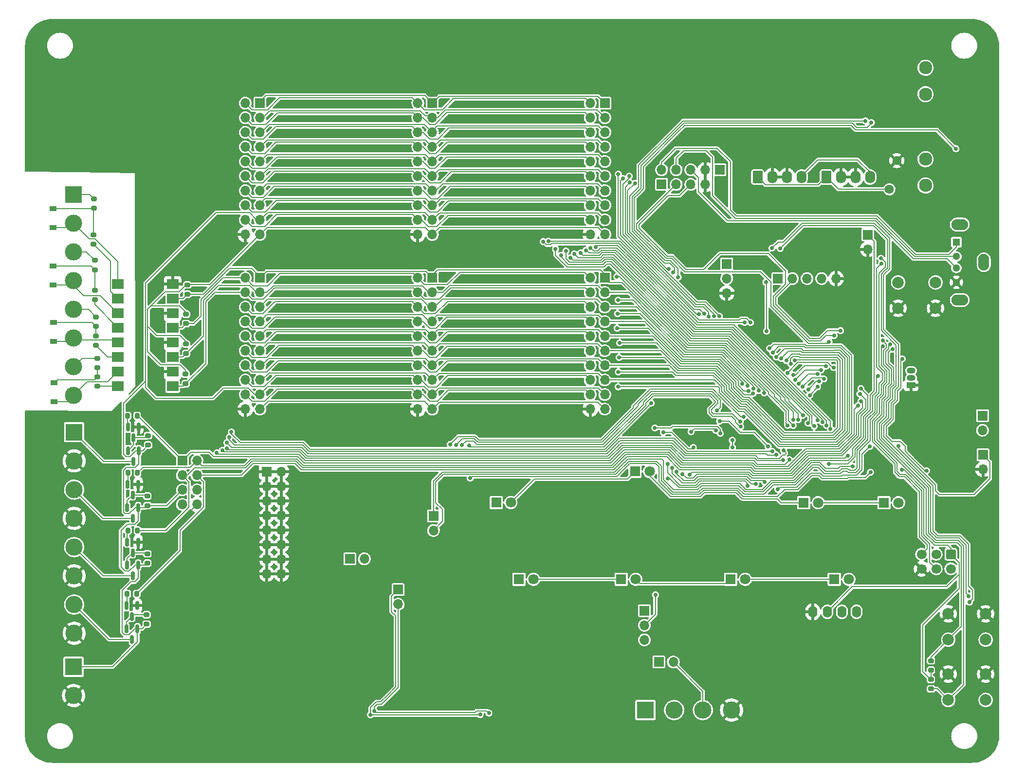
<source format=gbr>
%TF.GenerationSoftware,KiCad,Pcbnew,(6.0.5)*%
%TF.CreationDate,2023-05-15T14:24:38+02:00*%
%TF.ProjectId,stm32_prototyp,73746d33-325f-4707-926f-746f7479702e,rev?*%
%TF.SameCoordinates,Original*%
%TF.FileFunction,Copper,L2,Bot*%
%TF.FilePolarity,Positive*%
%FSLAX46Y46*%
G04 Gerber Fmt 4.6, Leading zero omitted, Abs format (unit mm)*
G04 Created by KiCad (PCBNEW (6.0.5)) date 2023-05-15 14:24:38*
%MOMM*%
%LPD*%
G01*
G04 APERTURE LIST*
G04 Aperture macros list*
%AMRoundRect*
0 Rectangle with rounded corners*
0 $1 Rounding radius*
0 $2 $3 $4 $5 $6 $7 $8 $9 X,Y pos of 4 corners*
0 Add a 4 corners polygon primitive as box body*
4,1,4,$2,$3,$4,$5,$6,$7,$8,$9,$2,$3,0*
0 Add four circle primitives for the rounded corners*
1,1,$1+$1,$2,$3*
1,1,$1+$1,$4,$5*
1,1,$1+$1,$6,$7*
1,1,$1+$1,$8,$9*
0 Add four rect primitives between the rounded corners*
20,1,$1+$1,$2,$3,$4,$5,0*
20,1,$1+$1,$4,$5,$6,$7,0*
20,1,$1+$1,$6,$7,$8,$9,0*
20,1,$1+$1,$8,$9,$2,$3,0*%
G04 Aperture macros list end*
%TA.AperFunction,ComponentPad*%
%ADD10R,1.700000X1.700000*%
%TD*%
%TA.AperFunction,ComponentPad*%
%ADD11C,2.300000*%
%TD*%
%TA.AperFunction,ComponentPad*%
%ADD12RoundRect,0.250000X-0.620000X-0.845000X0.620000X-0.845000X0.620000X0.845000X-0.620000X0.845000X0*%
%TD*%
%TA.AperFunction,ComponentPad*%
%ADD13O,1.740000X2.190000*%
%TD*%
%TA.AperFunction,ComponentPad*%
%ADD14R,3.000000X3.000000*%
%TD*%
%TA.AperFunction,ComponentPad*%
%ADD15C,3.000000*%
%TD*%
%TA.AperFunction,ComponentPad*%
%ADD16O,1.700000X1.700000*%
%TD*%
%TA.AperFunction,ComponentPad*%
%ADD17R,1.800000X1.800000*%
%TD*%
%TA.AperFunction,ComponentPad*%
%ADD18C,1.800000*%
%TD*%
%TA.AperFunction,ComponentPad*%
%ADD19C,2.000000*%
%TD*%
%TA.AperFunction,ComponentPad*%
%ADD20O,1.600000X2.000000*%
%TD*%
%TA.AperFunction,ComponentPad*%
%ADD21RoundRect,0.250000X-0.600000X0.600000X-0.600000X-0.600000X0.600000X-0.600000X0.600000X0.600000X0*%
%TD*%
%TA.AperFunction,ComponentPad*%
%ADD22C,1.700000*%
%TD*%
%TA.AperFunction,ComponentPad*%
%ADD23R,1.500000X1.050000*%
%TD*%
%TA.AperFunction,ComponentPad*%
%ADD24O,1.500000X1.050000*%
%TD*%
%TA.AperFunction,ComponentPad*%
%ADD25R,1.300000X1.300000*%
%TD*%
%TA.AperFunction,ComponentPad*%
%ADD26C,1.300000*%
%TD*%
%TA.AperFunction,ComponentPad*%
%ADD27O,1.900000X2.900000*%
%TD*%
%TA.AperFunction,ComponentPad*%
%ADD28O,2.900000X1.900000*%
%TD*%
%TA.AperFunction,ComponentPad*%
%ADD29C,1.600000*%
%TD*%
%TA.AperFunction,SMDPad,CuDef*%
%ADD30RoundRect,0.200000X0.275000X-0.200000X0.275000X0.200000X-0.275000X0.200000X-0.275000X-0.200000X0*%
%TD*%
%TA.AperFunction,SMDPad,CuDef*%
%ADD31R,1.200000X0.900000*%
%TD*%
%TA.AperFunction,SMDPad,CuDef*%
%ADD32RoundRect,0.150000X-0.150000X0.587500X-0.150000X-0.587500X0.150000X-0.587500X0.150000X0.587500X0*%
%TD*%
%TA.AperFunction,SMDPad,CuDef*%
%ADD33RoundRect,0.200000X0.200000X0.275000X-0.200000X0.275000X-0.200000X-0.275000X0.200000X-0.275000X0*%
%TD*%
%TA.AperFunction,SMDPad,CuDef*%
%ADD34RoundRect,0.200000X-0.275000X0.200000X-0.275000X-0.200000X0.275000X-0.200000X0.275000X0.200000X0*%
%TD*%
%TA.AperFunction,SMDPad,CuDef*%
%ADD35R,2.000000X1.780000*%
%TD*%
%TA.AperFunction,ViaPad*%
%ADD36C,0.700000*%
%TD*%
%TA.AperFunction,Conductor*%
%ADD37C,0.200000*%
%TD*%
G04 APERTURE END LIST*
D10*
%TO.P,J31,1,Pin_1*%
%TO.N,unconnected-(J31-Pad1)*%
X187365000Y-53160000D03*
%TD*%
D11*
%TO.P,F1,1*%
%TO.N,+12C*%
X223139000Y-55905400D03*
X223139000Y-51305400D03*
%TO.P,F1,2*%
%TO.N,/Power_supply/Current_sensor+*%
X223139000Y-40005400D03*
X223139000Y-35405400D03*
%TD*%
D12*
%TO.P,J14,1,Pin_1*%
%TO.N,+12C*%
X205867000Y-54432200D03*
D13*
%TO.P,J14,2,Pin_2*%
%TO.N,GND*%
X208407000Y-54432200D03*
%TO.P,J14,3,Pin_3*%
X210947000Y-54432200D03*
%TO.P,J14,4,Pin_4*%
%TO.N,+5V*%
X213487000Y-54432200D03*
%TD*%
D14*
%TO.P,J16,1,Pin_1*%
%TO.N,IN0*%
X74950000Y-57475000D03*
D15*
%TO.P,J16,2,Pin_2*%
%TO.N,GND0*%
X74950000Y-62475000D03*
%TO.P,J16,3,Pin_3*%
%TO.N,IN1*%
X74950000Y-67475000D03*
%TO.P,J16,4,Pin_4*%
%TO.N,GND1*%
X74950000Y-72475000D03*
%TO.P,J16,5,Pin_5*%
%TO.N,IN2*%
X74950000Y-77475000D03*
%TO.P,J16,6,Pin_6*%
%TO.N,GND2*%
X74950000Y-82475000D03*
%TO.P,J16,7,Pin_7*%
%TO.N,IN3*%
X74950000Y-87475000D03*
%TO.P,J16,8,Pin_8*%
%TO.N,GND3*%
X74950000Y-92475000D03*
%TD*%
D10*
%TO.P,J15,1,Pin_1*%
%TO.N,GND*%
X108559600Y-105752400D03*
D16*
%TO.P,J15,2,Pin_2*%
X111099600Y-105752400D03*
%TO.P,J15,3,Pin_3*%
X108559600Y-108292400D03*
%TO.P,J15,4,Pin_4*%
X111099600Y-108292400D03*
%TO.P,J15,5,Pin_5*%
X108559600Y-110832400D03*
%TO.P,J15,6,Pin_6*%
X111099600Y-110832400D03*
%TO.P,J15,7,Pin_7*%
X108559600Y-113372400D03*
%TO.P,J15,8,Pin_8*%
X111099600Y-113372400D03*
%TO.P,J15,9,Pin_9*%
X108559600Y-115912400D03*
%TO.P,J15,10,Pin_10*%
X111099600Y-115912400D03*
%TO.P,J15,11,Pin_11*%
X108559600Y-118452400D03*
%TO.P,J15,12,Pin_12*%
X111099600Y-118452400D03*
%TO.P,J15,13,Pin_13*%
X108559600Y-120992400D03*
%TO.P,J15,14,Pin_14*%
X111099600Y-120992400D03*
%TO.P,J15,15,Pin_15*%
X108559600Y-123532400D03*
%TO.P,J15,16,Pin_16*%
X111099600Y-123532400D03*
%TD*%
D10*
%TO.P,J8,1,Pin_1*%
%TO.N,unconnected-(J8-Pad1)*%
X177225800Y-55707200D03*
D16*
%TO.P,J8,2,Pin_2*%
%TO.N,Net-(J30-Pad1)*%
X177225800Y-53167200D03*
%TO.P,J8,3,Pin_3*%
%TO.N,/USB_D-*%
X179765800Y-55707200D03*
%TO.P,J8,4,Pin_4*%
%TO.N,Net-(J30-Pad2)*%
X179765800Y-53167200D03*
%TO.P,J8,5,Pin_5*%
%TO.N,/USB_D+*%
X182305800Y-55707200D03*
%TO.P,J8,6,Pin_6*%
%TO.N,Net-(J30-Pad3)*%
X182305800Y-53167200D03*
%TO.P,J8,7,Pin_7*%
%TO.N,GND*%
X184845800Y-55707200D03*
%TO.P,J8,8,Pin_8*%
X184845800Y-53167200D03*
%TD*%
D10*
%TO.P,J1,1,Pin_1*%
%TO.N,Net-(J1-Pad1)*%
X122975600Y-120904000D03*
D16*
%TO.P,J1,2,Pin_2*%
%TO.N,/CAN1_L*%
X125515600Y-120904000D03*
%TD*%
D10*
%TO.P,J4,1,Pin_1*%
%TO.N,/CAN1_H*%
X131394200Y-126263400D03*
D16*
%TO.P,J4,2,Pin_2*%
%TO.N,/CAN1_L*%
X131394200Y-128803400D03*
%TD*%
D10*
%TO.P,J18,1,Pin_1*%
%TO.N,/PE0*%
X107353720Y-41567600D03*
D16*
%TO.P,J18,2,Pin_2*%
%TO.N,/PE1*%
X104813720Y-41567600D03*
%TO.P,J18,3,Pin_3*%
%TO.N,/PE2*%
X107353720Y-44107600D03*
%TO.P,J18,4,Pin_4*%
%TO.N,/PE3*%
X104813720Y-44107600D03*
%TO.P,J18,5,Pin_5*%
%TO.N,/PE4*%
X107353720Y-46647600D03*
%TO.P,J18,6,Pin_6*%
%TO.N,/PE5*%
X104813720Y-46647600D03*
%TO.P,J18,7,Pin_7*%
%TO.N,/PE6*%
X107353720Y-49187600D03*
%TO.P,J18,8,Pin_8*%
%TO.N,/PE7*%
X104813720Y-49187600D03*
%TO.P,J18,9,Pin_9*%
%TO.N,/PE8*%
X107353720Y-51727600D03*
%TO.P,J18,10,Pin_10*%
%TO.N,/PE9*%
X104813720Y-51727600D03*
%TO.P,J18,11,Pin_11*%
%TO.N,/PE10*%
X107353720Y-54267600D03*
%TO.P,J18,12,Pin_12*%
%TO.N,/PE11*%
X104813720Y-54267600D03*
%TO.P,J18,13,Pin_13*%
%TO.N,/PE12*%
X107353720Y-56807600D03*
%TO.P,J18,14,Pin_14*%
%TO.N,/PE13*%
X104813720Y-56807600D03*
%TO.P,J18,15,Pin_15*%
%TO.N,/PE14*%
X107353720Y-59347600D03*
%TO.P,J18,16,Pin_16*%
%TO.N,/PE15*%
X104813720Y-59347600D03*
%TO.P,J18,17,Pin_17*%
%TO.N,+12V*%
X107353720Y-61887600D03*
%TO.P,J18,18,Pin_18*%
%TO.N,+5V*%
X104813720Y-61887600D03*
%TO.P,J18,19,Pin_19*%
%TO.N,VDD*%
X107353720Y-64427600D03*
%TO.P,J18,20,Pin_20*%
%TO.N,GND*%
X104813720Y-64427600D03*
%TD*%
D14*
%TO.P,J7,1,Pin_1*%
%TO.N,PWM1*%
X75037500Y-98847500D03*
D15*
%TO.P,J7,2,Pin_2*%
%TO.N,GND*%
X75037500Y-103847500D03*
%TO.P,J7,3,Pin_3*%
%TO.N,PWM2*%
X75037500Y-108847500D03*
%TO.P,J7,4,Pin_4*%
%TO.N,GND*%
X75037500Y-113847500D03*
%TO.P,J7,5,Pin_5*%
%TO.N,PWM3*%
X75037500Y-118847500D03*
%TO.P,J7,6,Pin_6*%
%TO.N,GND*%
X75037500Y-123847500D03*
%TO.P,J7,7,Pin_7*%
%TO.N,PWM4*%
X75037500Y-128847500D03*
%TO.P,J7,8,Pin_8*%
%TO.N,GND*%
X75037500Y-133847500D03*
%TD*%
D10*
%TO.P,J22,1,Pin_1*%
%TO.N,/PE0*%
X137353720Y-41567600D03*
D16*
%TO.P,J22,2,Pin_2*%
%TO.N,/PE1*%
X134813720Y-41567600D03*
%TO.P,J22,3,Pin_3*%
%TO.N,/PE2*%
X137353720Y-44107600D03*
%TO.P,J22,4,Pin_4*%
%TO.N,/PE3*%
X134813720Y-44107600D03*
%TO.P,J22,5,Pin_5*%
%TO.N,/PE4*%
X137353720Y-46647600D03*
%TO.P,J22,6,Pin_6*%
%TO.N,/PE5*%
X134813720Y-46647600D03*
%TO.P,J22,7,Pin_7*%
%TO.N,/PE6*%
X137353720Y-49187600D03*
%TO.P,J22,8,Pin_8*%
%TO.N,/PE7*%
X134813720Y-49187600D03*
%TO.P,J22,9,Pin_9*%
%TO.N,/PE8*%
X137353720Y-51727600D03*
%TO.P,J22,10,Pin_10*%
%TO.N,/PE9*%
X134813720Y-51727600D03*
%TO.P,J22,11,Pin_11*%
%TO.N,/PE10*%
X137353720Y-54267600D03*
%TO.P,J22,12,Pin_12*%
%TO.N,/PE11*%
X134813720Y-54267600D03*
%TO.P,J22,13,Pin_13*%
%TO.N,/PE12*%
X137353720Y-56807600D03*
%TO.P,J22,14,Pin_14*%
%TO.N,/PE13*%
X134813720Y-56807600D03*
%TO.P,J22,15,Pin_15*%
%TO.N,/PE14*%
X137353720Y-59347600D03*
%TO.P,J22,16,Pin_16*%
%TO.N,/PE15*%
X134813720Y-59347600D03*
%TO.P,J22,17,Pin_17*%
%TO.N,+12V*%
X137353720Y-61887600D03*
%TO.P,J22,18,Pin_18*%
%TO.N,+5V*%
X134813720Y-61887600D03*
%TO.P,J22,19,Pin_19*%
%TO.N,VDD*%
X137353720Y-64427600D03*
%TO.P,J22,20,Pin_20*%
%TO.N,GND*%
X134813720Y-64427600D03*
%TD*%
D10*
%TO.P,J9,1,Pin_1*%
%TO.N,/PD12*%
X93853000Y-103809800D03*
D16*
%TO.P,J9,2,Pin_2*%
%TO.N,/PD13*%
X96393000Y-103809800D03*
%TO.P,J9,3,Pin_3*%
%TO.N,/PD14*%
X93853000Y-106349800D03*
%TO.P,J9,4,Pin_4*%
%TO.N,/PD15*%
X96393000Y-106349800D03*
%TO.P,J9,5,Pin_5*%
%TO.N,+12V*%
X93853000Y-108889800D03*
%TO.P,J9,6,Pin_6*%
%TO.N,+5V*%
X96393000Y-108889800D03*
%TO.P,J9,7,Pin_7*%
%TO.N,VDD*%
X93853000Y-111429800D03*
%TO.P,J9,8,Pin_8*%
%TO.N,GND*%
X96393000Y-111429800D03*
%TD*%
D17*
%TO.P,D33,1,K*%
%TO.N,Net-(D32-Pad2)*%
X170180000Y-124460000D03*
D18*
%TO.P,D33,2,A*%
%TO.N,Net-(D33-Pad2)*%
X172720000Y-124460000D03*
%TD*%
D14*
%TO.P,J21,1,Pin_1*%
%TO.N,+5V*%
X174404000Y-147218400D03*
D15*
%TO.P,J21,2,Pin_2*%
%TO.N,/RS485_B*%
X179404000Y-147218400D03*
%TO.P,J21,3,Pin_3*%
%TO.N,/RS485_A*%
X184404000Y-147218400D03*
%TO.P,J21,4,Pin_4*%
%TO.N,GND*%
X189404000Y-147218400D03*
%TD*%
D10*
%TO.P,J20,1,Pin_1*%
%TO.N,/PG0*%
X137350000Y-71982880D03*
D16*
%TO.P,J20,2,Pin_2*%
%TO.N,/PG1*%
X134810000Y-71982880D03*
%TO.P,J20,3,Pin_3*%
%TO.N,/PG2*%
X137350000Y-74522880D03*
%TO.P,J20,4,Pin_4*%
%TO.N,/PG3*%
X134810000Y-74522880D03*
%TO.P,J20,5,Pin_5*%
%TO.N,/PG4*%
X137350000Y-77062880D03*
%TO.P,J20,6,Pin_6*%
%TO.N,/PG5*%
X134810000Y-77062880D03*
%TO.P,J20,7,Pin_7*%
%TO.N,/PG6*%
X137350000Y-79602880D03*
%TO.P,J20,8,Pin_8*%
%TO.N,/PG7*%
X134810000Y-79602880D03*
%TO.P,J20,9,Pin_9*%
%TO.N,/PG8*%
X137350000Y-82142880D03*
%TO.P,J20,10,Pin_10*%
%TO.N,/PG9*%
X134810000Y-82142880D03*
%TO.P,J20,11,Pin_11*%
%TO.N,/PG10*%
X137350000Y-84682880D03*
%TO.P,J20,12,Pin_12*%
%TO.N,/PG11*%
X134810000Y-84682880D03*
%TO.P,J20,13,Pin_13*%
%TO.N,/PG12*%
X137350000Y-87222880D03*
%TO.P,J20,14,Pin_14*%
%TO.N,/PG13*%
X134810000Y-87222880D03*
%TO.P,J20,15,Pin_15*%
%TO.N,/PG14*%
X137350000Y-89762880D03*
%TO.P,J20,16,Pin_16*%
%TO.N,/PG15*%
X134810000Y-89762880D03*
%TO.P,J20,17,Pin_17*%
%TO.N,+12V*%
X137350000Y-92302880D03*
%TO.P,J20,18,Pin_18*%
%TO.N,+5V*%
X134810000Y-92302880D03*
%TO.P,J20,19,Pin_19*%
%TO.N,VDD*%
X137350000Y-94842880D03*
%TO.P,J20,20,Pin_20*%
%TO.N,GND*%
X134810000Y-94842880D03*
%TD*%
D10*
%TO.P,J12,1,Pin_1*%
%TO.N,Net-(J12-Pad1)*%
X176733200Y-138861800D03*
D16*
%TO.P,J12,2,Pin_2*%
%TO.N,/RS485_A*%
X179273200Y-138861800D03*
%TD*%
D17*
%TO.P,D28,1,K*%
%TO.N,Net-(D28-Pad1)*%
X148460000Y-111100000D03*
D18*
%TO.P,D28,2,A*%
%TO.N,Net-(D28-Pad2)*%
X151000000Y-111100000D03*
%TD*%
D19*
%TO.P,SW5,1,1*%
%TO.N,GND*%
X218375000Y-77275000D03*
X224875000Y-77275000D03*
%TO.P,SW5,2,2*%
%TO.N,/NRST*%
X224875000Y-72775000D03*
X218375000Y-72775000D03*
%TD*%
%TO.P,SW4,1,1*%
%TO.N,GND*%
X233603800Y-130472800D03*
X227103800Y-130472800D03*
%TO.P,SW4,2,2*%
%TO.N,Net-(R31-Pad2)*%
X233603800Y-134972800D03*
X227103800Y-134972800D03*
%TD*%
D17*
%TO.P,D29,1,K*%
%TO.N,Net-(D28-Pad2)*%
X172593000Y-105689400D03*
D18*
%TO.P,D29,2,A*%
%TO.N,Net-(D29-Pad2)*%
X175133000Y-105689400D03*
%TD*%
D17*
%TO.P,D31,1,K*%
%TO.N,Net-(D30-Pad2)*%
X215900000Y-111125000D03*
D18*
%TO.P,D31,2,A*%
%TO.N,+12V*%
X218440000Y-111125000D03*
%TD*%
D20*
%TO.P,U2,1,GND*%
%TO.N,GND*%
X203521800Y-130112200D03*
%TO.P,U2,2,VCC*%
%TO.N,VDD*%
X206061800Y-130112200D03*
%TO.P,U2,3,SCL*%
%TO.N,/I2C1_SCL*%
X208601800Y-130112200D03*
%TO.P,U2,4,SDA*%
%TO.N,/I2C1_SDA*%
X211141800Y-130112200D03*
%TD*%
D10*
%TO.P,J11,1,Pin_1*%
%TO.N,/SW_OPEN*%
X233121200Y-102768400D03*
D16*
%TO.P,J11,2,Pin_2*%
%TO.N,GND*%
X233121200Y-105308400D03*
%TD*%
D10*
%TO.P,J25,1,Pin_1*%
%TO.N,/PE0*%
X167353720Y-41567600D03*
D16*
%TO.P,J25,2,Pin_2*%
%TO.N,/PE1*%
X164813720Y-41567600D03*
%TO.P,J25,3,Pin_3*%
%TO.N,/PE2*%
X167353720Y-44107600D03*
%TO.P,J25,4,Pin_4*%
%TO.N,/PE3*%
X164813720Y-44107600D03*
%TO.P,J25,5,Pin_5*%
%TO.N,/PE4*%
X167353720Y-46647600D03*
%TO.P,J25,6,Pin_6*%
%TO.N,/PE5*%
X164813720Y-46647600D03*
%TO.P,J25,7,Pin_7*%
%TO.N,/PE6*%
X167353720Y-49187600D03*
%TO.P,J25,8,Pin_8*%
%TO.N,/PE7*%
X164813720Y-49187600D03*
%TO.P,J25,9,Pin_9*%
%TO.N,/PE8*%
X167353720Y-51727600D03*
%TO.P,J25,10,Pin_10*%
%TO.N,/PE9*%
X164813720Y-51727600D03*
%TO.P,J25,11,Pin_11*%
%TO.N,/PE10*%
X167353720Y-54267600D03*
%TO.P,J25,12,Pin_12*%
%TO.N,/PE11*%
X164813720Y-54267600D03*
%TO.P,J25,13,Pin_13*%
%TO.N,/PE12*%
X167353720Y-56807600D03*
%TO.P,J25,14,Pin_14*%
%TO.N,/PE13*%
X164813720Y-56807600D03*
%TO.P,J25,15,Pin_15*%
%TO.N,/PE14*%
X167353720Y-59347600D03*
%TO.P,J25,16,Pin_16*%
%TO.N,/PE15*%
X164813720Y-59347600D03*
%TO.P,J25,17,Pin_17*%
%TO.N,+12V*%
X167353720Y-61887600D03*
%TO.P,J25,18,Pin_18*%
%TO.N,+5V*%
X164813720Y-61887600D03*
%TO.P,J25,19,Pin_19*%
%TO.N,VDD*%
X167353720Y-64427600D03*
%TO.P,J25,20,Pin_20*%
%TO.N,GND*%
X164813720Y-64427600D03*
%TD*%
D21*
%TO.P,J28,1,Pin_1*%
%TO.N,VDD*%
X227533200Y-120091200D03*
D22*
%TO.P,J28,2,Pin_2*%
%TO.N,+5V*%
X227533200Y-122631200D03*
%TO.P,J28,3,Pin_3*%
%TO.N,+12V*%
X224993200Y-120091200D03*
%TO.P,J28,4,Pin_4*%
%TO.N,/USART1_RX*%
X224993200Y-122631200D03*
%TO.P,J28,5,Pin_5*%
%TO.N,/USART1_TX*%
X222453200Y-120091200D03*
%TO.P,J28,6,Pin_6*%
%TO.N,GND*%
X222453200Y-122631200D03*
%TD*%
D12*
%TO.P,J19,1,Pin_1*%
%TO.N,+12C*%
X193929000Y-54412200D03*
D13*
%TO.P,J19,2,Pin_2*%
%TO.N,GND*%
X196469000Y-54412200D03*
%TO.P,J19,3,Pin_3*%
X199009000Y-54412200D03*
%TO.P,J19,4,Pin_4*%
%TO.N,+5V*%
X201549000Y-54412200D03*
%TD*%
D23*
%TO.P,U8,1,GND*%
%TO.N,GND*%
X220625000Y-90675000D03*
D24*
%TO.P,U8,2,DQ*%
%TO.N,/DS18B20_data*%
X220625000Y-89405000D03*
%TO.P,U8,3,VDD*%
%TO.N,VDD*%
X220625000Y-88135000D03*
%TD*%
D10*
%TO.P,J23,1,Pin_1*%
%TO.N,/PG0*%
X167350000Y-71982880D03*
D16*
%TO.P,J23,2,Pin_2*%
%TO.N,/PG1*%
X164810000Y-71982880D03*
%TO.P,J23,3,Pin_3*%
%TO.N,/PG2*%
X167350000Y-74522880D03*
%TO.P,J23,4,Pin_4*%
%TO.N,/PG3*%
X164810000Y-74522880D03*
%TO.P,J23,5,Pin_5*%
%TO.N,/PG4*%
X167350000Y-77062880D03*
%TO.P,J23,6,Pin_6*%
%TO.N,/PG5*%
X164810000Y-77062880D03*
%TO.P,J23,7,Pin_7*%
%TO.N,/PG6*%
X167350000Y-79602880D03*
%TO.P,J23,8,Pin_8*%
%TO.N,/PG7*%
X164810000Y-79602880D03*
%TO.P,J23,9,Pin_9*%
%TO.N,/PG8*%
X167350000Y-82142880D03*
%TO.P,J23,10,Pin_10*%
%TO.N,/PG9*%
X164810000Y-82142880D03*
%TO.P,J23,11,Pin_11*%
%TO.N,/PG10*%
X167350000Y-84682880D03*
%TO.P,J23,12,Pin_12*%
%TO.N,/PG11*%
X164810000Y-84682880D03*
%TO.P,J23,13,Pin_13*%
%TO.N,/PG12*%
X167350000Y-87222880D03*
%TO.P,J23,14,Pin_14*%
%TO.N,/PG13*%
X164810000Y-87222880D03*
%TO.P,J23,15,Pin_15*%
%TO.N,/PG14*%
X167350000Y-89762880D03*
%TO.P,J23,16,Pin_16*%
%TO.N,/PG15*%
X164810000Y-89762880D03*
%TO.P,J23,17,Pin_17*%
%TO.N,+12V*%
X167350000Y-92302880D03*
%TO.P,J23,18,Pin_18*%
%TO.N,+5V*%
X164810000Y-92302880D03*
%TO.P,J23,19,Pin_19*%
%TO.N,VDD*%
X167350000Y-94842880D03*
%TO.P,J23,20,Pin_20*%
%TO.N,GND*%
X164810000Y-94842880D03*
%TD*%
D10*
%TO.P,J24,1,Pin_1*%
%TO.N,/CAN1_TX*%
X137541000Y-113411000D03*
D16*
%TO.P,J24,2,Pin_2*%
%TO.N,/CAN1_RX*%
X137541000Y-115951000D03*
%TD*%
D25*
%TO.P,J30,1,VBUS*%
%TO.N,Net-(J30-Pad1)*%
X228501000Y-65765800D03*
D26*
%TO.P,J30,2,D-*%
%TO.N,Net-(J30-Pad2)*%
X228501000Y-68265800D03*
%TO.P,J30,3,D+*%
%TO.N,Net-(J30-Pad3)*%
X228501000Y-70265800D03*
%TO.P,J30,4,GND*%
%TO.N,GND*%
X228501000Y-72765800D03*
D27*
%TO.P,J30,5,Shield*%
%TO.N,unconnected-(J30-Pad5)*%
X233281000Y-69265800D03*
D28*
X229101000Y-62695800D03*
X229101000Y-75835800D03*
%TD*%
D10*
%TO.P,J10,1,Pin_1*%
%TO.N,VDD*%
X197434200Y-72110600D03*
D16*
%TO.P,J10,2,Pin_2*%
%TO.N,/SWDIO*%
X199974200Y-72110600D03*
%TO.P,J10,3,Pin_3*%
%TO.N,/SWCLK*%
X202514200Y-72110600D03*
%TO.P,J10,4,Pin_4*%
%TO.N,/NRST*%
X205054200Y-72110600D03*
%TO.P,J10,5,Pin_5*%
%TO.N,GND*%
X207594200Y-72110600D03*
%TD*%
D10*
%TO.P,J3,1,Pin_1*%
%TO.N,+12V*%
X233045000Y-95961200D03*
D16*
%TO.P,J3,2,Pin_2*%
%TO.N,lght_out*%
X233045000Y-98501200D03*
%TD*%
D10*
%TO.P,J27,1,Pin_1*%
%TO.N,/USART2_RX*%
X174244000Y-129921000D03*
D16*
%TO.P,J27,2,Pin_2*%
%TO.N,/RS485_TXE*%
X174244000Y-132461000D03*
%TO.P,J27,3,Pin_3*%
%TO.N,/USART2_TX*%
X174244000Y-135001000D03*
%TD*%
D17*
%TO.P,D32,1,K*%
%TO.N,Net-(D28-Pad1)*%
X152400000Y-124460000D03*
D18*
%TO.P,D32,2,A*%
%TO.N,Net-(D32-Pad2)*%
X154940000Y-124460000D03*
%TD*%
D10*
%TO.P,SW3,1,A*%
%TO.N,/NRST*%
X213080600Y-64465200D03*
D16*
%TO.P,SW3,2,B*%
%TO.N,GND*%
X213080600Y-67005200D03*
%TD*%
D14*
%TO.P,J29,1,Pin_1*%
%TO.N,+12V*%
X74930000Y-139700000D03*
D15*
%TO.P,J29,2,Pin_2*%
%TO.N,GND*%
X74930000Y-144700000D03*
%TD*%
D17*
%TO.P,D30,1,K*%
%TO.N,Net-(D29-Pad2)*%
X201930000Y-111125000D03*
D18*
%TO.P,D30,2,A*%
%TO.N,Net-(D30-Pad2)*%
X204470000Y-111125000D03*
%TD*%
D17*
%TO.P,D35,1,K*%
%TO.N,Net-(D34-Pad2)*%
X207259000Y-124460000D03*
D18*
%TO.P,D35,2,A*%
%TO.N,+12V*%
X209799000Y-124460000D03*
%TD*%
D29*
%TO.P,RV1,1*%
%TO.N,+12C*%
X216839800Y-56565800D03*
%TO.P,RV1,2*%
%TO.N,GND*%
X218139800Y-51565800D03*
%TD*%
D17*
%TO.P,D34,1,K*%
%TO.N,Net-(D33-Pad2)*%
X189230000Y-124460000D03*
D18*
%TO.P,D34,2,A*%
%TO.N,Net-(D34-Pad2)*%
X191770000Y-124460000D03*
%TD*%
D10*
%TO.P,J17,1,Pin_1*%
%TO.N,/PG0*%
X107350000Y-71982880D03*
D16*
%TO.P,J17,2,Pin_2*%
%TO.N,/PG1*%
X104810000Y-71982880D03*
%TO.P,J17,3,Pin_3*%
%TO.N,/PG2*%
X107350000Y-74522880D03*
%TO.P,J17,4,Pin_4*%
%TO.N,/PG3*%
X104810000Y-74522880D03*
%TO.P,J17,5,Pin_5*%
%TO.N,/PG4*%
X107350000Y-77062880D03*
%TO.P,J17,6,Pin_6*%
%TO.N,/PG5*%
X104810000Y-77062880D03*
%TO.P,J17,7,Pin_7*%
%TO.N,/PG6*%
X107350000Y-79602880D03*
%TO.P,J17,8,Pin_8*%
%TO.N,/PG7*%
X104810000Y-79602880D03*
%TO.P,J17,9,Pin_9*%
%TO.N,/PG8*%
X107350000Y-82142880D03*
%TO.P,J17,10,Pin_10*%
%TO.N,/PG9*%
X104810000Y-82142880D03*
%TO.P,J17,11,Pin_11*%
%TO.N,/PG10*%
X107350000Y-84682880D03*
%TO.P,J17,12,Pin_12*%
%TO.N,/PG11*%
X104810000Y-84682880D03*
%TO.P,J17,13,Pin_13*%
%TO.N,/PG12*%
X107350000Y-87222880D03*
%TO.P,J17,14,Pin_14*%
%TO.N,/PG13*%
X104810000Y-87222880D03*
%TO.P,J17,15,Pin_15*%
%TO.N,/PG14*%
X107350000Y-89762880D03*
%TO.P,J17,16,Pin_16*%
%TO.N,/PG15*%
X104810000Y-89762880D03*
%TO.P,J17,17,Pin_17*%
%TO.N,+12V*%
X107350000Y-92302880D03*
%TO.P,J17,18,Pin_18*%
%TO.N,+5V*%
X104810000Y-92302880D03*
%TO.P,J17,19,Pin_19*%
%TO.N,VDD*%
X107350000Y-94842880D03*
%TO.P,J17,20,Pin_20*%
%TO.N,GND*%
X104810000Y-94842880D03*
%TD*%
D19*
%TO.P,SW2,1,1*%
%TO.N,GND*%
X227103800Y-140970000D03*
X233603800Y-140970000D03*
%TO.P,SW2,2,2*%
%TO.N,Net-(R32-Pad2)*%
X233603800Y-145470000D03*
X227103800Y-145470000D03*
%TD*%
D10*
%TO.P,SW1,1,A*%
%TO.N,VDD*%
X188569600Y-69545200D03*
D16*
%TO.P,SW1,2,B*%
%TO.N,Net-(R28-Pad1)*%
X188569600Y-72085200D03*
%TO.P,SW1,3,C*%
%TO.N,GND*%
X188569600Y-74625200D03*
%TD*%
D30*
%TO.P,R49,1*%
%TO.N,Net-(R49-Pad1)*%
X79075000Y-90875000D03*
%TO.P,R49,2*%
%TO.N,Net-(D38-Pad1)*%
X79075000Y-89225000D03*
%TD*%
D31*
%TO.P,D36,1,K*%
%TO.N,Net-(D36-Pad1)*%
X71475000Y-79750000D03*
%TO.P,D36,2,A*%
%TO.N,GND2*%
X71475000Y-83050000D03*
%TD*%
D32*
%TO.P,Q42,1,B*%
%TO.N,Net-(Q42-Pad1)*%
X84275000Y-107900000D03*
%TO.P,Q42,2,E*%
%TO.N,GND*%
X86175000Y-107900000D03*
%TO.P,Q42,3,C*%
%TO.N,Net-(Q40-Pad1)*%
X85225000Y-109775000D03*
%TD*%
D30*
%TO.P,R31,1*%
%TO.N,VDD*%
X224078800Y-140284200D03*
%TO.P,R31,2*%
%TO.N,Net-(R31-Pad2)*%
X224078800Y-138634200D03*
%TD*%
D32*
%TO.P,Q43,1,B*%
%TO.N,Net-(Q43-Pad1)*%
X84140000Y-129050000D03*
%TO.P,Q43,2,E*%
%TO.N,GND*%
X86040000Y-129050000D03*
%TO.P,Q43,3,C*%
%TO.N,Net-(Q41-Pad1)*%
X85090000Y-130925000D03*
%TD*%
%TO.P,Q41,1,G*%
%TO.N,Net-(Q41-Pad1)*%
X84140000Y-133047500D03*
%TO.P,Q41,2,S*%
%TO.N,+12V*%
X86040000Y-133047500D03*
%TO.P,Q41,3,D*%
%TO.N,PWM4*%
X85090000Y-134922500D03*
%TD*%
D30*
%TO.P,R34,1*%
%TO.N,Net-(D36-Pad1)*%
X78800000Y-80425000D03*
%TO.P,R34,2*%
%TO.N,IN2*%
X78800000Y-78775000D03*
%TD*%
D33*
%TO.P,R103,1*%
%TO.N,/PD15*%
X85915000Y-127000000D03*
%TO.P,R103,2*%
%TO.N,Net-(Q43-Pad1)*%
X84265000Y-127000000D03*
%TD*%
%TO.P,R102,1*%
%TO.N,/PD13*%
X86042000Y-105918000D03*
%TO.P,R102,2*%
%TO.N,Net-(Q42-Pad1)*%
X84392000Y-105918000D03*
%TD*%
D34*
%TO.P,R32,1*%
%TO.N,VDD*%
X224078800Y-141884400D03*
%TO.P,R32,2*%
%TO.N,Net-(R32-Pad2)*%
X224078800Y-143534400D03*
%TD*%
D30*
%TO.P,R97,1*%
%TO.N,+12V*%
X87757000Y-121666000D03*
%TO.P,R97,2*%
%TO.N,Net-(Q37-Pad1)*%
X87757000Y-120016000D03*
%TD*%
D33*
%TO.P,R98,1*%
%TO.N,/PD12*%
X85979000Y-96012000D03*
%TO.P,R98,2*%
%TO.N,Net-(Q38-Pad1)*%
X84329000Y-96012000D03*
%TD*%
D31*
%TO.P,D38,1,K*%
%TO.N,Net-(D38-Pad1)*%
X71550000Y-90275000D03*
%TO.P,D38,2,A*%
%TO.N,GND3*%
X71550000Y-93575000D03*
%TD*%
D30*
%TO.P,R100,1*%
%TO.N,+12V*%
X87757000Y-111633000D03*
%TO.P,R100,2*%
%TO.N,Net-(Q40-Pad1)*%
X87757000Y-109983000D03*
%TD*%
%TO.P,R46,1*%
%TO.N,/PG0*%
X94700000Y-74850000D03*
%TO.P,R46,2*%
%TO.N,VDD*%
X94700000Y-73200000D03*
%TD*%
%TO.P,R47,1*%
%TO.N,/PG2*%
X94500000Y-85150000D03*
%TO.P,R47,2*%
%TO.N,VDD*%
X94500000Y-83500000D03*
%TD*%
%TO.P,R50,1*%
%TO.N,/PG1*%
X94500000Y-79950000D03*
%TO.P,R50,2*%
%TO.N,VDD*%
X94500000Y-78300000D03*
%TD*%
%TO.P,R96,1*%
%TO.N,+12V*%
X87884000Y-101092000D03*
%TO.P,R96,2*%
%TO.N,Net-(Q36-Pad1)*%
X87884000Y-99442000D03*
%TD*%
%TO.P,R35,1*%
%TO.N,Net-(D37-Pad1)*%
X78600000Y-70575000D03*
%TO.P,R35,2*%
%TO.N,IN1*%
X78600000Y-68925000D03*
%TD*%
D32*
%TO.P,Q38,1,B*%
%TO.N,Net-(Q38-Pad1)*%
X84394000Y-97947000D03*
%TO.P,Q38,2,E*%
%TO.N,GND*%
X86294000Y-97947000D03*
%TO.P,Q38,3,C*%
%TO.N,Net-(Q36-Pad1)*%
X85344000Y-99822000D03*
%TD*%
%TO.P,Q40,1,G*%
%TO.N,Net-(Q40-Pad1)*%
X84267000Y-111965500D03*
%TO.P,Q40,2,S*%
%TO.N,+12V*%
X86167000Y-111965500D03*
%TO.P,Q40,3,D*%
%TO.N,PWM2*%
X85217000Y-113840500D03*
%TD*%
D30*
%TO.P,R51,1*%
%TO.N,/PG3*%
X94425000Y-90400000D03*
%TO.P,R51,2*%
%TO.N,VDD*%
X94425000Y-88750000D03*
%TD*%
D32*
%TO.P,Q36,1,G*%
%TO.N,Net-(Q36-Pad1)*%
X84394000Y-102059500D03*
%TO.P,Q36,2,S*%
%TO.N,+12V*%
X86294000Y-102059500D03*
%TO.P,Q36,3,D*%
%TO.N,PWM1*%
X85344000Y-103934500D03*
%TD*%
D30*
%TO.P,R44,1*%
%TO.N,Net-(R44-Pad1)*%
X78425000Y-66125000D03*
%TO.P,R44,2*%
%TO.N,Net-(D27-Pad1)*%
X78425000Y-64475000D03*
%TD*%
%TO.P,R33,1*%
%TO.N,Net-(D27-Pad1)*%
X78450000Y-59850000D03*
%TO.P,R33,2*%
%TO.N,IN0*%
X78450000Y-58200000D03*
%TD*%
D31*
%TO.P,D27,1,K*%
%TO.N,Net-(D27-Pad1)*%
X71325000Y-59900000D03*
%TO.P,D27,2,A*%
%TO.N,GND0*%
X71325000Y-63200000D03*
%TD*%
D32*
%TO.P,Q39,1,B*%
%TO.N,Net-(Q39-Pad1)*%
X84267000Y-117975000D03*
%TO.P,Q39,2,E*%
%TO.N,GND*%
X86167000Y-117975000D03*
%TO.P,Q39,3,C*%
%TO.N,Net-(Q37-Pad1)*%
X85217000Y-119850000D03*
%TD*%
D30*
%TO.P,R101,1*%
%TO.N,+12V*%
X87630000Y-132270000D03*
%TO.P,R101,2*%
%TO.N,Net-(Q41-Pad1)*%
X87630000Y-130620000D03*
%TD*%
D32*
%TO.P,Q37,1,G*%
%TO.N,Net-(Q37-Pad1)*%
X84267000Y-121998500D03*
%TO.P,Q37,2,S*%
%TO.N,+12V*%
X86167000Y-121998500D03*
%TO.P,Q37,3,D*%
%TO.N,PWM3*%
X85217000Y-123873500D03*
%TD*%
D31*
%TO.P,D37,1,K*%
%TO.N,Net-(D37-Pad1)*%
X71350000Y-69900000D03*
%TO.P,D37,2,A*%
%TO.N,GND1*%
X71350000Y-73200000D03*
%TD*%
D30*
%TO.P,R48,1*%
%TO.N,Net-(R48-Pad1)*%
X78600000Y-75800000D03*
%TO.P,R48,2*%
%TO.N,Net-(D37-Pad1)*%
X78600000Y-74150000D03*
%TD*%
D33*
%TO.P,R99,1*%
%TO.N,/PD14*%
X86042000Y-115951000D03*
%TO.P,R99,2*%
%TO.N,Net-(Q39-Pad1)*%
X84392000Y-115951000D03*
%TD*%
D35*
%TO.P,U4,1*%
%TO.N,Net-(R49-Pad1)*%
X82635000Y-90840000D03*
%TO.P,U4,2*%
%TO.N,GND3*%
X82635000Y-88300000D03*
%TO.P,U4,3*%
%TO.N,Net-(R45-Pad1)*%
X82635000Y-85760000D03*
%TO.P,U4,4*%
%TO.N,GND2*%
X82635000Y-83220000D03*
%TO.P,U4,5*%
%TO.N,Net-(R48-Pad1)*%
X82635000Y-80680000D03*
%TO.P,U4,6*%
%TO.N,GND1*%
X82635000Y-78140000D03*
%TO.P,U4,7*%
%TO.N,Net-(R44-Pad1)*%
X82635000Y-75600000D03*
%TO.P,U4,8*%
%TO.N,GND0*%
X82635000Y-73060000D03*
%TO.P,U4,9*%
%TO.N,GND*%
X92165000Y-73060000D03*
%TO.P,U4,10*%
%TO.N,/PG0*%
X92165000Y-75600000D03*
%TO.P,U4,11*%
%TO.N,GND*%
X92165000Y-78140000D03*
%TO.P,U4,12*%
%TO.N,/PG1*%
X92165000Y-80680000D03*
%TO.P,U4,13*%
%TO.N,GND*%
X92165000Y-83220000D03*
%TO.P,U4,14*%
%TO.N,/PG2*%
X92165000Y-85760000D03*
%TO.P,U4,15*%
%TO.N,GND*%
X92165000Y-88300000D03*
%TO.P,U4,16*%
%TO.N,/PG3*%
X92165000Y-90840000D03*
%TD*%
D30*
%TO.P,R45,1*%
%TO.N,Net-(R45-Pad1)*%
X78800000Y-83725000D03*
%TO.P,R45,2*%
%TO.N,Net-(D36-Pad1)*%
X78800000Y-82075000D03*
%TD*%
%TO.P,R36,1*%
%TO.N,Net-(D38-Pad1)*%
X79075000Y-87650000D03*
%TO.P,R36,2*%
%TO.N,IN3*%
X79075000Y-86000000D03*
%TD*%
D36*
%TO.N,GND*%
X88825000Y-89150000D03*
%TO.N,VDD*%
X182742100Y-101534700D03*
X177520600Y-98882200D03*
X218998800Y-105408891D03*
%TO.N,GND*%
X106019600Y-68173600D03*
X188315600Y-98755200D03*
X191884266Y-101290734D03*
X206629000Y-94488000D03*
X193050000Y-63825000D03*
X192405000Y-76860400D03*
X130225800Y-145897600D03*
X195550000Y-94100000D03*
X140589000Y-142290800D03*
X204317600Y-75869800D03*
X194487800Y-82905600D03*
X170840400Y-94437200D03*
X89450000Y-78800000D03*
X203606400Y-80137000D03*
X182700000Y-64225000D03*
X191775000Y-66650000D03*
X153187400Y-144043400D03*
X120904000Y-150114000D03*
X192750000Y-69600000D03*
X194310000Y-101269800D03*
X230825000Y-45075000D03*
X182397400Y-93395800D03*
X85369400Y-97993200D03*
X197350000Y-96600000D03*
X189614611Y-98475000D03*
X231648000Y-113842800D03*
X212394800Y-87807800D03*
X199237600Y-76225400D03*
X174701200Y-96570800D03*
X163423600Y-148183600D03*
X98602800Y-59791600D03*
X188722000Y-31165800D03*
X124129800Y-125044200D03*
X211759800Y-43891200D03*
X231850000Y-36925000D03*
X151485600Y-152958800D03*
X89250000Y-83900000D03*
X166649400Y-97764600D03*
X213715600Y-43713400D03*
X178841400Y-29159200D03*
X212750400Y-79298800D03*
X183819800Y-134289800D03*
X116611400Y-148310600D03*
X177419000Y-94056200D03*
X229336600Y-105130600D03*
X175107600Y-89077800D03*
X89128600Y-113842800D03*
X88265000Y-106883200D03*
X89306400Y-103327200D03*
X183159400Y-96977200D03*
X196951600Y-80568800D03*
%TO.N,VDDA*%
X209590166Y-102910166D03*
X182372000Y-98755200D03*
X186639200Y-98526600D03*
X182092600Y-106222800D03*
%TO.N,/NRST*%
X180822600Y-106121200D03*
%TO.N,/check_wire1*%
X140436600Y-100965000D03*
X191531350Y-96195718D03*
%TO.N,/CAN1_L*%
X127243100Y-147353014D03*
X147182800Y-147767000D03*
%TO.N,/CAN1_H*%
X145658800Y-148021000D03*
X126593600Y-148031200D03*
%TO.N,/SWDIO*%
X208356200Y-81153000D03*
%TO.N,/PD12*%
X211429600Y-94208600D03*
%TO.N,/PD13*%
X211922551Y-93456201D03*
%TO.N,/PD14*%
X211709000Y-92176600D03*
%TO.N,/PD15*%
X211886800Y-91236800D03*
%TO.N,/PG0*%
X199161400Y-97688400D03*
%TO.N,/PG1*%
X200101200Y-97663000D03*
X169443400Y-71755000D03*
%TO.N,/PG2*%
X202989606Y-92412394D03*
X204371366Y-90956234D03*
X195072000Y-91998800D03*
%TO.N,/PG3*%
X194126331Y-91601250D03*
X202789429Y-91385364D03*
X204634862Y-90028628D03*
X169646600Y-75844400D03*
%TO.N,/PG4*%
X193181938Y-91221862D03*
X201777600Y-90949780D03*
X205435200Y-89576700D03*
%TO.N,/PG5*%
X201076475Y-90386283D03*
X169545000Y-78206600D03*
X204358321Y-88707700D03*
X192162835Y-90767765D03*
%TO.N,/PG6*%
X204935564Y-88017849D03*
X191257010Y-90426946D03*
X200458497Y-89732672D03*
%TO.N,/PG7*%
X192385227Y-91639422D03*
X169468800Y-80746600D03*
X205785494Y-87382330D03*
X200161530Y-88883605D03*
%TO.N,/PG8*%
X199103406Y-88526194D03*
X207157177Y-87576700D03*
X193152890Y-92120895D03*
%TO.N,/PG9*%
X200361797Y-86349269D03*
X169926000Y-83312000D03*
%TO.N,/PG10*%
X199690523Y-86948015D03*
%TO.N,/PG11*%
X198932800Y-86385400D03*
X169824400Y-85826600D03*
%TO.N,/PG12*%
X198043800Y-86004400D03*
%TO.N,/PG13*%
X169697400Y-88366600D03*
X197182954Y-85743538D03*
%TO.N,/PG14*%
X196545200Y-84988400D03*
%TO.N,/PG15*%
X196005498Y-84268798D03*
X169672000Y-90957400D03*
%TO.N,/PE0*%
X192684400Y-79756000D03*
X157519900Y-65582800D03*
%TO.N,/PE1*%
X191668400Y-79756000D03*
X156616400Y-65659000D03*
%TO.N,/PE2*%
X187274200Y-78638400D03*
X172585380Y-55549800D03*
%TO.N,/PE3*%
X186359800Y-78663800D03*
X171699030Y-55396541D03*
%TO.N,/PE4*%
X185420000Y-78689200D03*
X171577000Y-54279800D03*
%TO.N,/PE5*%
X184607200Y-78206600D03*
X170510200Y-54711600D03*
%TO.N,/PE6*%
X169697400Y-53924200D03*
X183692800Y-78333600D03*
%TO.N,/PE7*%
X200101200Y-96647000D03*
X158775000Y-66975000D03*
%TO.N,/PE8*%
X159725000Y-68075000D03*
X201007980Y-96672400D03*
%TO.N,/PE9*%
X160575000Y-67325000D03*
X201801559Y-95886441D03*
%TO.N,/PE10*%
X161375000Y-68500000D03*
X202706628Y-97291152D03*
%TO.N,/PE11*%
X203764100Y-97815400D03*
X162025000Y-67800000D03*
%TO.N,/PE12*%
X204344376Y-96734240D03*
X163150000Y-67625000D03*
%TO.N,/PE13*%
X164076529Y-67177803D03*
X205215406Y-97101085D03*
%TO.N,/PE14*%
X205917800Y-97663000D03*
X164870068Y-66754245D03*
%TO.N,/PE15*%
X206613059Y-98288541D03*
X165760400Y-66626131D03*
%TO.N,Net-(R31-Pad2)*%
X216977662Y-83575000D03*
%TO.N,Net-(R32-Pad2)*%
X217377220Y-84380888D03*
%TO.N,/LIGHT*%
X187441145Y-99036363D03*
X210489800Y-104775000D03*
X176050000Y-98100000D03*
X178331334Y-106885266D03*
%TO.N,/COMM_PC*%
X102390260Y-98831400D03*
X175427167Y-93762033D03*
%TO.N,/COMM_CAN1*%
X101990740Y-99745800D03*
X196469000Y-102184200D03*
%TO.N,/check_wire2*%
X141503400Y-101092000D03*
X186886308Y-95033825D03*
%TO.N,/COMM_UART*%
X198465100Y-102018778D03*
X101623212Y-101645302D03*
%TO.N,/COMM_RS485*%
X100792180Y-102044822D03*
X198385481Y-103694461D03*
%TO.N,/ERROR*%
X199440800Y-103657400D03*
X99847400Y-102444342D03*
%TO.N,/I2C1_SCL*%
X230632000Y-127381000D03*
X197866000Y-66852800D03*
%TO.N,/I2C1_SDA*%
X230784400Y-128447800D03*
X196443600Y-66791100D03*
%TO.N,/SW_OPEN*%
X195764100Y-101320600D03*
X187325000Y-96901000D03*
X197434200Y-108788200D03*
X213441369Y-101325769D03*
X218407069Y-101226531D03*
%TO.N,/LOGO*%
X223312372Y-105566828D03*
X143916400Y-106847420D03*
X219075740Y-86076700D03*
X213563200Y-105808411D03*
%TO.N,/check_wire3*%
X190881000Y-97002600D03*
X142519400Y-101117400D03*
%TO.N,/check_wire4*%
X190965100Y-97898162D03*
X143764000Y-101153700D03*
%TO.N,/USART2_TX*%
X189515580Y-100235689D03*
X189575000Y-101534700D03*
%TO.N,/RS485_TXE*%
X176149000Y-127177800D03*
%TO.N,/COMM_CAN_CHECK*%
X101591220Y-100669179D03*
X197180200Y-102768400D03*
%TO.N,/USART1_TX*%
X215678651Y-83875700D03*
%TO.N,/USART1_RX*%
X215700000Y-82900000D03*
%TO.N,/USB_D-*%
X206349600Y-83119700D03*
%TO.N,/USB_D+*%
X207215266Y-82018666D03*
%TO.N,/CAN1_RX*%
X215390369Y-68603954D03*
%TO.N,/CAN1_TX*%
X215444915Y-69501802D03*
%TO.N,/DS18B20_data*%
X214879611Y-89027000D03*
X206298800Y-104418019D03*
%TO.N,/WC1_EEPROM*%
X195478400Y-81229200D03*
X195359020Y-72756234D03*
%TO.N,5V_sensor*%
X179093909Y-105030491D03*
X193598800Y-107890939D03*
X213715600Y-44967380D03*
X179222400Y-71043800D03*
%TO.N,12V_sensor*%
X192187610Y-108167390D03*
X178308000Y-104343200D03*
X212699600Y-44653200D03*
X178493784Y-70400816D03*
%TO.N,CurrentSensor*%
X179816662Y-105753243D03*
X180111400Y-71856600D03*
X195122800Y-107491420D03*
X228422200Y-49479200D03*
%TD*%
D37*
%TO.N,VDD*%
X137381415Y-94842880D02*
X138606418Y-93617877D01*
X222852720Y-108851314D02*
X222852721Y-116706121D01*
X222656400Y-132410200D02*
X222656400Y-140538200D01*
X90110489Y-87110489D02*
X87824520Y-84824520D01*
X224002600Y-141884400D02*
X224078800Y-141884400D01*
X136128717Y-63202597D02*
X137353720Y-64427600D01*
X94500000Y-83500000D02*
X94500000Y-83065978D01*
X228981000Y-121539000D02*
X228981000Y-123621800D01*
X137353720Y-64427600D02*
X138478137Y-63303183D01*
X108787526Y-93452391D02*
X135959511Y-93452391D01*
X226847400Y-125755400D02*
X210418600Y-125755400D01*
X181851686Y-101784680D02*
X182250000Y-101784680D01*
X107367707Y-64427600D02*
X108592710Y-63202597D01*
X226942120Y-118509520D02*
X227533200Y-119100600D01*
X94500000Y-77985978D02*
X93389022Y-76875000D01*
X107350000Y-94842880D02*
X107397037Y-94842880D01*
X227533200Y-120091200D02*
X228981000Y-121539000D01*
X94425000Y-88070978D02*
X93464511Y-87110489D01*
X135959511Y-93452391D02*
X137350000Y-94842880D01*
X87962989Y-77312989D02*
X90865489Y-74410489D01*
X87824520Y-77451458D02*
X87962989Y-77312989D01*
X224180400Y-140284200D02*
X224078800Y-140284200D01*
X219410297Y-105408891D02*
X222852720Y-108851314D01*
X228981000Y-123621800D02*
X228981000Y-126085600D01*
X166124997Y-93617877D02*
X167350000Y-94842880D01*
X94748000Y-73152000D02*
X94700000Y-73200000D01*
X222852721Y-116706121D02*
X224656120Y-118509520D01*
X222656400Y-140538200D02*
X224002600Y-141884400D01*
X138478137Y-63303183D02*
X138478137Y-63238016D01*
X93464511Y-87110489D02*
X90110489Y-87110489D01*
X210418600Y-125755400D02*
X206061800Y-130112200D01*
X228981000Y-123621800D02*
X226847400Y-125755400D01*
X98629320Y-73152000D02*
X107353720Y-64427600D01*
X107353720Y-64427600D02*
X107367707Y-64427600D01*
X224078800Y-141884400D02*
X224078800Y-140284200D01*
X138606418Y-93617877D02*
X166124997Y-93617877D01*
X87824520Y-84824520D02*
X87824520Y-80449520D01*
X87824520Y-80449520D02*
X87824520Y-77451458D01*
X89375000Y-82000000D02*
X87824520Y-80449520D01*
X181558503Y-101491497D02*
X181851686Y-101784680D01*
X93389022Y-76875000D02*
X88450000Y-76875000D01*
X177520600Y-98882200D02*
X178949206Y-98882200D01*
X94500000Y-78300000D02*
X94500000Y-77985978D01*
X137350000Y-94842880D02*
X137381415Y-94842880D01*
X228981000Y-126085600D02*
X222656400Y-132410200D01*
X138478137Y-63238016D02*
X166164136Y-63238016D01*
X180660603Y-100593597D02*
X181558503Y-101491497D01*
X94425000Y-88750000D02*
X94425000Y-88070978D01*
X182492120Y-101784680D02*
X182742100Y-101534700D01*
X94514022Y-73200000D02*
X94700000Y-73200000D01*
X218998800Y-105408891D02*
X219410297Y-105408891D01*
X224656120Y-118509520D02*
X226942120Y-118509520D01*
X93434022Y-82000000D02*
X89375000Y-82000000D01*
X166164136Y-63238016D02*
X167353720Y-64427600D01*
X106784994Y-94842880D02*
X107350000Y-94842880D01*
X93303533Y-74410489D02*
X94514022Y-73200000D01*
X108592710Y-63202597D02*
X136128717Y-63202597D01*
X227533200Y-119100600D02*
X227533200Y-120091200D01*
X94500000Y-83065978D02*
X93434022Y-82000000D01*
X107397037Y-94842880D02*
X108787526Y-93452391D01*
X98629320Y-73152000D02*
X94748000Y-73152000D01*
X90865489Y-74410489D02*
X93303533Y-74410489D01*
X182250000Y-101784680D02*
X182492120Y-101784680D01*
X178949206Y-98882200D02*
X180660603Y-100593597D01*
%TO.N,GND*%
X188315600Y-98755200D02*
X188842119Y-99281719D01*
X191884266Y-99959266D02*
X191884266Y-101290734D01*
X95150000Y-112672800D02*
X95150000Y-113025000D01*
X188842119Y-99281719D02*
X191206719Y-99281719D01*
X96393000Y-111429800D02*
X95150000Y-112672800D01*
X189334411Y-98755200D02*
X189614611Y-98475000D01*
X191206719Y-99281719D02*
X191884266Y-99959266D01*
X188315600Y-98755200D02*
X189334411Y-98755200D01*
%TO.N,VDDA*%
X182535522Y-105779878D02*
X182092600Y-106222800D01*
X186639200Y-98526600D02*
X186639200Y-98464200D01*
X207695800Y-103368999D02*
X202929025Y-103368999D01*
X182861480Y-98265720D02*
X182372000Y-98755200D01*
X192842135Y-106208365D02*
X192413648Y-105779878D01*
X201980512Y-104317512D02*
X199855624Y-106442400D01*
X207695800Y-103368999D02*
X209131333Y-103368999D01*
X186639200Y-98464200D02*
X186440720Y-98265720D01*
X199855624Y-106442400D02*
X198628000Y-106442400D01*
X202929025Y-103368999D02*
X201980512Y-104317512D01*
X193076168Y-106442398D02*
X192842135Y-106208365D01*
X198628000Y-106442400D02*
X193076168Y-106442398D01*
X186440720Y-98265720D02*
X182861480Y-98265720D01*
X191109600Y-105779878D02*
X182535522Y-105779878D01*
X209131333Y-103368999D02*
X209590166Y-102910166D01*
X192413648Y-105779878D02*
X191109600Y-105779878D01*
%TO.N,/NRST*%
X214230111Y-91673729D02*
X214230111Y-65614711D01*
X213524040Y-94952178D02*
X213524040Y-92379800D01*
X212307478Y-99839328D02*
X212307479Y-96168739D01*
X183362600Y-106179398D02*
X192248162Y-106179398D01*
X181573711Y-106872311D02*
X182669687Y-106872311D01*
X180822600Y-106121200D02*
X181573711Y-106872311D01*
X210464400Y-102971600D02*
X210464400Y-101682406D01*
X210464400Y-101682406D02*
X212307478Y-99839328D01*
X213524040Y-92379800D02*
X214230111Y-91673729D01*
X182669687Y-106872311D02*
X183362600Y-106179398D01*
X192248162Y-106179398D02*
X192910684Y-106841920D01*
X203094511Y-103768519D02*
X209667481Y-103768519D01*
X200021110Y-106841920D02*
X203094511Y-103768519D01*
X209667481Y-103768519D02*
X210464400Y-102971600D01*
X192910684Y-106841920D02*
X200021110Y-106841920D01*
X212307479Y-96168739D02*
X213524040Y-94952178D01*
X214230111Y-65614711D02*
X213080600Y-64465200D01*
%TO.N,+12V*%
X83667480Y-105460920D02*
X84156880Y-104971520D01*
X83185000Y-115976573D02*
X84284053Y-114877520D01*
X107353720Y-61887600D02*
X107428643Y-61887600D01*
X86040000Y-135345717D02*
X81685717Y-139700000D01*
X84603197Y-123035520D02*
X83919520Y-123035520D01*
X83629480Y-102679480D02*
X83629480Y-93820520D01*
X86916500Y-102059500D02*
X87884000Y-101092000D01*
X105286144Y-91153369D02*
X106435655Y-92302880D01*
X166200489Y-91153369D02*
X167350000Y-92302880D01*
X83388200Y-126415800D02*
X84893480Y-124910520D01*
X87425000Y-90025000D02*
X87425000Y-91100000D01*
X138610028Y-60677507D02*
X166143627Y-60677507D01*
X83388200Y-133680200D02*
X83388200Y-126415800D01*
X83894120Y-113002520D02*
X83667480Y-112775880D01*
X138430000Y-91218280D02*
X138494911Y-91153369D01*
X84554763Y-134084520D02*
X83792520Y-134084520D01*
X86167000Y-114264400D02*
X86167000Y-111965500D01*
X135959511Y-90912391D02*
X108740489Y-90912391D01*
X86040000Y-133047500D02*
X86040000Y-135345717D01*
X108740489Y-90912391D02*
X107350000Y-92302880D01*
X84603197Y-113002520D02*
X83894120Y-113002520D01*
X99720200Y-60629800D02*
X87425000Y-72925000D01*
X85553197Y-124910520D02*
X86167000Y-124296717D01*
X84893480Y-124910520D02*
X85553197Y-124910520D01*
X83919520Y-123035520D02*
X83185000Y-122301000D01*
X89263600Y-92938600D02*
X99187000Y-92938600D01*
X137350000Y-92302880D02*
X135959511Y-90912391D01*
X84730197Y-103096520D02*
X84046520Y-103096520D01*
X86294000Y-104358400D02*
X86294000Y-102059500D01*
X86040000Y-133047500D02*
X86852500Y-133047500D01*
X137353720Y-61887600D02*
X137399935Y-61887600D01*
X83629480Y-93820520D02*
X87425000Y-90025000D01*
X86294000Y-102059500D02*
X86916500Y-102059500D01*
X85640217Y-111965500D02*
X84603197Y-113002520D01*
X86167000Y-124296717D02*
X86167000Y-121998500D01*
X106788714Y-61887600D02*
X105530914Y-60629800D01*
X85767217Y-102059500D02*
X84730197Y-103096520D01*
X107353720Y-61887600D02*
X106788714Y-61887600D01*
X85640217Y-121998500D02*
X84603197Y-123035520D01*
X84284053Y-114877520D02*
X85553880Y-114877520D01*
X87424500Y-121998500D02*
X87757000Y-121666000D01*
X86167000Y-121998500D02*
X85640217Y-121998500D01*
X99187000Y-92938600D02*
X100972231Y-91153369D01*
X85680880Y-104971520D02*
X86294000Y-104358400D01*
X86040000Y-133047500D02*
X85591783Y-133047500D01*
X86167000Y-111965500D02*
X87424500Y-111965500D01*
X138494911Y-91153369D02*
X166200489Y-91153369D01*
X81685717Y-139700000D02*
X74930000Y-139700000D01*
X91109800Y-111633000D02*
X87757000Y-111633000D01*
X108739982Y-60576261D02*
X136042381Y-60576261D01*
X83185000Y-122301000D02*
X83185000Y-115976573D01*
X166143627Y-60677507D02*
X167353720Y-61887600D01*
X87425000Y-91100000D02*
X89263600Y-92938600D01*
X93853000Y-108889800D02*
X91109800Y-111633000D01*
X105530914Y-60629800D02*
X99720200Y-60629800D01*
X107428643Y-61887600D02*
X108739982Y-60576261D01*
X83667480Y-112775880D02*
X83667480Y-105460920D01*
X86294000Y-102059500D02*
X85767217Y-102059500D01*
X100972231Y-91153369D02*
X105286144Y-91153369D01*
X86167000Y-121998500D02*
X87424500Y-121998500D01*
X136042381Y-60576261D02*
X137353720Y-61887600D01*
X87424500Y-111965500D02*
X87757000Y-111633000D01*
X86167000Y-111965500D02*
X85640217Y-111965500D01*
X83792520Y-134084520D02*
X83388200Y-133680200D01*
X106435655Y-92302880D02*
X107350000Y-92302880D01*
X137399935Y-61887600D02*
X138610028Y-60677507D01*
X84156880Y-104971520D02*
X85680880Y-104971520D01*
X138430000Y-91222880D02*
X138430000Y-91218280D01*
X137350000Y-92302880D02*
X138430000Y-91222880D01*
X86852500Y-133047500D02*
X87630000Y-132270000D01*
X85553880Y-114877520D02*
X86167000Y-114264400D01*
X87425000Y-72925000D02*
X87425000Y-90025000D01*
X85591783Y-133047500D02*
X84554763Y-134084520D01*
X84046520Y-103096520D02*
X83629480Y-102679480D01*
%TO.N,+5V*%
X108222520Y-93452391D02*
X110363000Y-91311911D01*
X201549000Y-54279800D02*
X204393800Y-51435000D01*
X108193190Y-63037111D02*
X110254520Y-60975781D01*
X110254520Y-60975781D02*
X133901901Y-60975781D01*
X105963231Y-63037111D02*
X108193190Y-63037111D01*
X213487000Y-53568600D02*
X213487000Y-54432200D01*
X134810000Y-92302880D02*
X135724345Y-92302880D01*
X110363000Y-91311911D02*
X133819031Y-91311911D01*
X104813720Y-61887600D02*
X105963231Y-63037111D01*
X140106400Y-91552889D02*
X164060009Y-91552889D01*
X135724345Y-92302880D02*
X136873856Y-93452391D01*
X104810000Y-92302880D02*
X105959511Y-93452391D01*
X164003147Y-61077027D02*
X164813720Y-61887600D01*
X135487087Y-61887600D02*
X136636598Y-63037111D01*
X134813720Y-61887600D02*
X135487087Y-61887600D01*
X136636598Y-63037111D02*
X138114036Y-63037111D01*
X138206898Y-93452391D02*
X140106400Y-91552889D01*
X133901901Y-60975781D02*
X134813720Y-61887600D01*
X138114036Y-63037111D02*
X140074120Y-61077027D01*
X211353400Y-51435000D02*
X213487000Y-53568600D01*
X164060009Y-91552889D02*
X164810000Y-92302880D01*
X140074120Y-61077027D02*
X164003147Y-61077027D01*
X204393800Y-51435000D02*
X211353400Y-51435000D01*
X136873856Y-93452391D02*
X138206898Y-93452391D01*
X201549000Y-54412200D02*
X201549000Y-54279800D01*
X133819031Y-91311911D02*
X134810000Y-92302880D01*
X105959511Y-93452391D02*
X108222520Y-93452391D01*
%TO.N,/check_wire1*%
X144804726Y-99607160D02*
X143230600Y-99607160D01*
X145402686Y-100205120D02*
X145026783Y-99829217D01*
X172275788Y-94299846D02*
X172275788Y-94653388D01*
X186137881Y-91356920D02*
X175218714Y-91356920D01*
X141794440Y-99607160D02*
X140436600Y-100965000D01*
X187547678Y-92766717D02*
X186137881Y-91356920D01*
X187547682Y-92766717D02*
X187547678Y-92766717D01*
X190976683Y-96195718D02*
X187547682Y-92766717D01*
X191531350Y-96195718D02*
X190976683Y-96195718D01*
X166724056Y-100205120D02*
X145402686Y-100205120D01*
X175218714Y-91356920D02*
X172275788Y-94299846D01*
X145026783Y-99829217D02*
X144804726Y-99607160D01*
X143230600Y-99607160D02*
X141794440Y-99607160D01*
X172275788Y-94653388D02*
X166724056Y-100205120D01*
%TO.N,Net-(D28-Pad2)*%
X157156159Y-107003319D02*
X171279081Y-107003319D01*
X157149800Y-106996960D02*
X157156159Y-107003319D01*
X171279081Y-107003319D02*
X172593000Y-105689400D01*
X151000000Y-111100000D02*
X155103040Y-106996960D01*
X155103040Y-106996960D02*
X157149800Y-106996960D01*
%TO.N,Net-(D29-Pad2)*%
X197995123Y-111125000D02*
X201930000Y-111125000D01*
X175133000Y-106400600D02*
X178802238Y-110069838D01*
X190173534Y-109375558D02*
X191235053Y-110437077D01*
X191235053Y-110437077D02*
X197307200Y-110437077D01*
X197307200Y-110437077D02*
X197995123Y-111125000D01*
X184686490Y-109375558D02*
X190173534Y-109375558D01*
X183992209Y-110069839D02*
X184686490Y-109375558D01*
X178802238Y-110069838D02*
X183992209Y-110069839D01*
X175133000Y-105689400D02*
X175133000Y-106400600D01*
%TO.N,Net-(D30-Pad2)*%
X204470000Y-111125000D02*
X215900000Y-111125000D01*
%TO.N,Net-(D32-Pad2)*%
X154940000Y-124460000D02*
X170180000Y-124460000D01*
%TO.N,Net-(D33-Pad2)*%
X173488511Y-125228511D02*
X172720000Y-124460000D01*
X189230000Y-124460000D02*
X188461489Y-125228511D01*
X188461489Y-125228511D02*
X173488511Y-125228511D01*
%TO.N,Net-(D34-Pad2)*%
X191770000Y-124460000D02*
X207259000Y-124460000D01*
%TO.N,/CAN1_L*%
X146787289Y-147371489D02*
X145035191Y-147371489D01*
X127243100Y-146727820D02*
X127243100Y-147353014D01*
X128530880Y-146220920D02*
X127750000Y-146220920D01*
X147182800Y-147767000D02*
X146787289Y-147371489D01*
X131394200Y-128803400D02*
X131394200Y-143357600D01*
X144775000Y-147631680D02*
X127521766Y-147631680D01*
X129125900Y-145625900D02*
X128530880Y-146220920D01*
X145035191Y-147371489D02*
X144775000Y-147631680D01*
X131394200Y-143357600D02*
X129125900Y-145625900D01*
X127750000Y-146220920D02*
X127243100Y-146727820D01*
X127521766Y-147631680D02*
X127243100Y-147353014D01*
%TO.N,/CAN1_H*%
X127558800Y-145821400D02*
X126593600Y-146786600D01*
X126593600Y-148031200D02*
X145648600Y-148031200D01*
X145648600Y-148031200D02*
X145658800Y-148021000D01*
X130994680Y-143192114D02*
X129536897Y-144649897D01*
X130994680Y-130835400D02*
X130994680Y-143192114D01*
X130244689Y-127412911D02*
X130244689Y-130085409D01*
X129536897Y-144649897D02*
X128365394Y-145821400D01*
X128365394Y-145821400D02*
X127558800Y-145821400D01*
X126593600Y-146786600D02*
X126593600Y-148031200D01*
X131394200Y-126263400D02*
X130244689Y-127412911D01*
X130244689Y-130085409D02*
X130994680Y-130835400D01*
%TO.N,IN0*%
X78450000Y-58200000D02*
X77725000Y-57475000D01*
X77725000Y-57475000D02*
X74950000Y-57475000D01*
%TO.N,IN1*%
X77150000Y-67475000D02*
X74950000Y-67475000D01*
X78600000Y-68925000D02*
X77150000Y-67475000D01*
%TO.N,IN2*%
X78800000Y-78775000D02*
X77500000Y-77475000D01*
X77500000Y-77475000D02*
X74950000Y-77475000D01*
%TO.N,IN3*%
X79075000Y-86000000D02*
X76425000Y-86000000D01*
X76425000Y-86000000D02*
X74950000Y-87475000D01*
%TO.N,/SWDIO*%
X203055252Y-82570640D02*
X197064840Y-76580228D01*
X206095600Y-81153000D02*
X204677960Y-82570640D01*
X197064840Y-75343988D02*
X199974200Y-72434628D01*
X199974200Y-72434628D02*
X199974200Y-72110600D01*
X208356200Y-81153000D02*
X206095600Y-81153000D01*
X204677960Y-82570640D02*
X203055252Y-82570640D01*
X197064840Y-76580228D02*
X197064840Y-75343988D01*
%TO.N,/PD12*%
X208115287Y-101770919D02*
X203989522Y-101770919D01*
X93853000Y-103809800D02*
X86055200Y-96012000D01*
X113926654Y-103093842D02*
X99334642Y-103093842D01*
X178598170Y-101921200D02*
X170671024Y-101921200D01*
X86055200Y-96012000D02*
X85979000Y-96012000D01*
X95351600Y-102311200D02*
X93853000Y-103809800D01*
X193075592Y-104181798D02*
X180858768Y-104181798D01*
X99334642Y-103093842D02*
X98552000Y-102311200D01*
X199193680Y-104844320D02*
X193738114Y-104844320D01*
X202269203Y-101768797D02*
X199193680Y-104844320D01*
X98552000Y-102311200D02*
X95351600Y-102311200D01*
X193738114Y-104844320D02*
X193075592Y-104181798D01*
X115033132Y-104200320D02*
X113926654Y-103093842D01*
X210709399Y-99176807D02*
X208115287Y-101770919D01*
X210709399Y-94928801D02*
X210709399Y-99176807D01*
X167309800Y-104200320D02*
X115033132Y-104200320D01*
X203987400Y-101768797D02*
X202269203Y-101768797D01*
X168391905Y-104200319D02*
X167309800Y-104200320D01*
X180858768Y-104181798D02*
X178598170Y-101921200D01*
X203989522Y-101770919D02*
X203987400Y-101768797D01*
X170671024Y-101921200D02*
X168391905Y-104200319D01*
X211429600Y-94208600D02*
X210709399Y-94928801D01*
%TO.N,/PD13*%
X170836510Y-102320720D02*
X178432684Y-102320720D01*
X180693282Y-104581318D02*
X192910106Y-104581318D01*
X97263480Y-104680280D02*
X104660314Y-104680280D01*
X105847233Y-103493361D02*
X113761167Y-103493361D01*
X86042000Y-105918000D02*
X87000689Y-104959311D01*
X195199000Y-105243840D02*
X199359167Y-105243839D01*
X178432684Y-102320720D02*
X180693282Y-104581318D01*
X211108919Y-97891600D02*
X211108919Y-95672281D01*
X192910106Y-104581318D02*
X193572627Y-105243839D01*
X168557392Y-104599838D02*
X170836510Y-102320720D01*
X113761167Y-103493361D02*
X114867646Y-104599840D01*
X202432567Y-102170439D02*
X208280774Y-102170438D01*
X166420800Y-104599840D02*
X168557392Y-104599838D01*
X212140800Y-93674450D02*
X211922551Y-93456201D01*
X211108918Y-99342294D02*
X211108919Y-97891600D01*
X208280774Y-102170438D02*
X211108918Y-99342294D01*
X211108919Y-95672281D02*
X212140800Y-94640400D01*
X87000689Y-104959311D02*
X95243489Y-104959311D01*
X104660314Y-104680280D02*
X105847233Y-103493361D01*
X199359167Y-105243839D02*
X202432567Y-102170439D01*
X95243489Y-104959311D02*
X96393000Y-103809800D01*
X193572627Y-105243839D02*
X195199000Y-105243840D01*
X96393000Y-103809800D02*
X97263480Y-104680280D01*
X114867646Y-104599840D02*
X166420800Y-104599840D01*
X212140800Y-94640400D02*
X212140800Y-93674450D01*
%TO.N,/PD14*%
X93853000Y-106349800D02*
X94767345Y-106349800D01*
X211508439Y-95837767D02*
X211508438Y-99507780D01*
X104825800Y-105079800D02*
X106012719Y-103892881D01*
X95002511Y-111905944D02*
X95002511Y-107499311D01*
X202598053Y-102569959D02*
X199524654Y-105643358D01*
X90957455Y-115951000D02*
X95002511Y-111905944D01*
X212725000Y-94621206D02*
X211508439Y-95837767D01*
X211709000Y-92176600D02*
X212725000Y-93192600D01*
X193407141Y-105643359D02*
X192744620Y-104980838D01*
X96037345Y-105079800D02*
X104825800Y-105079800D01*
X86042000Y-115951000D02*
X90957455Y-115951000D01*
X205435200Y-102569959D02*
X202598053Y-102569959D01*
X194894200Y-105643360D02*
X193407141Y-105643359D01*
X171001996Y-102720240D02*
X168722876Y-104999360D01*
X178267198Y-102720240D02*
X171001996Y-102720240D01*
X168722876Y-104999360D02*
X114702160Y-104999360D01*
X114702160Y-104999360D02*
X114541300Y-104838500D01*
X113595681Y-103892881D02*
X114541300Y-104838500D01*
X212725000Y-93192600D02*
X212725000Y-94621206D01*
X192744620Y-104980838D02*
X180527796Y-104980838D01*
X208446261Y-102569957D02*
X205435200Y-102569959D01*
X199524654Y-105643358D02*
X194894200Y-105643360D01*
X95002511Y-107499311D02*
X93853000Y-106349800D01*
X106012719Y-103892881D02*
X113595681Y-103892881D01*
X180527796Y-104980838D02*
X178267198Y-102720240D01*
X94767345Y-106349800D02*
X96037345Y-105079800D01*
X211508438Y-99507780D02*
X208446261Y-102569957D01*
%TO.N,/PD15*%
X97542511Y-111905944D02*
X97542511Y-107499311D01*
X114536673Y-105398879D02*
X168895720Y-105398880D01*
X96393000Y-106349800D02*
X104120806Y-106349800D01*
X104120806Y-106349800D02*
X106178206Y-104292400D01*
X171174840Y-103119760D02*
X178101712Y-103119760D01*
X208612321Y-102969479D02*
X211907958Y-99673842D01*
X93456225Y-115992230D02*
X93456225Y-119458775D01*
X93456225Y-115992230D02*
X97542511Y-111905944D01*
X113430194Y-104292400D02*
X114536673Y-105398879D01*
X199690138Y-106042880D02*
X202763539Y-102969479D01*
X193241655Y-106042879D02*
X195427600Y-106042880D01*
X106178206Y-104292400D02*
X113430194Y-104292400D01*
X180362310Y-105380358D02*
X192579134Y-105380358D01*
X211907958Y-99673842D02*
X211907959Y-96003253D01*
X213124520Y-94786692D02*
X213124520Y-92474520D01*
X93456225Y-119458775D02*
X85915000Y-127000000D01*
X195427600Y-106042880D02*
X199690138Y-106042880D01*
X213124520Y-92474520D02*
X211886800Y-91236800D01*
X97542511Y-107499311D02*
X96393000Y-106349800D01*
X192579134Y-105380358D02*
X193241655Y-106042879D01*
X96393000Y-106349800D02*
X96945111Y-106901911D01*
X168895720Y-105398880D02*
X171174840Y-103119760D01*
X211907959Y-96003253D02*
X213124520Y-94786692D01*
X202763539Y-102969479D02*
X208612321Y-102969479D01*
X178101712Y-103119760D02*
X180362310Y-105380358D01*
%TO.N,/RS485_A*%
X179273200Y-138861800D02*
X184404000Y-143992600D01*
X184404000Y-143992600D02*
X184404000Y-147218400D01*
%TO.N,PWM1*%
X80124500Y-103934500D02*
X75037500Y-98847500D01*
X85344000Y-103934500D02*
X80124500Y-103934500D01*
%TO.N,PWM2*%
X80030500Y-113840500D02*
X75037500Y-108847500D01*
X85217000Y-113840500D02*
X80030500Y-113840500D01*
%TO.N,PWM3*%
X85217000Y-123873500D02*
X80063500Y-123873500D01*
X80063500Y-123873500D02*
X75037500Y-118847500D01*
%TO.N,PWM4*%
X81112500Y-134922500D02*
X75037500Y-128847500D01*
X85090000Y-134922500D02*
X81112500Y-134922500D01*
%TO.N,/PG0*%
X136200489Y-70833369D02*
X137350000Y-71982880D01*
X108499511Y-70833369D02*
X136200489Y-70833369D01*
X170336367Y-72767033D02*
X171949267Y-74379933D01*
X93950000Y-75600000D02*
X94700000Y-74850000D01*
X179480367Y-81911033D02*
X181720051Y-84150717D01*
X107350000Y-71982880D02*
X108499511Y-70833369D01*
X97496326Y-74850000D02*
X94700000Y-74850000D01*
X137350000Y-71982880D02*
X137350000Y-71495680D01*
X189278610Y-85269990D02*
X195857210Y-91848590D01*
X102039126Y-70307200D02*
X97496326Y-74850000D01*
X137350000Y-71495680D02*
X138252200Y-70593480D01*
X166573200Y-70593480D02*
X167350000Y-71370280D01*
X107350000Y-71739200D02*
X105918000Y-70307200D01*
X198863480Y-95681800D02*
X198863480Y-96494600D01*
X183972200Y-84150717D02*
X188159337Y-84150717D01*
X107350000Y-71982880D02*
X107350000Y-71739200D01*
X92165000Y-75600000D02*
X93950000Y-75600000D01*
X198863480Y-97390480D02*
X199161400Y-97688400D01*
X138252200Y-70593480D02*
X166573200Y-70593480D01*
X198863480Y-95208386D02*
X198863480Y-95681800D01*
X195857210Y-92202116D02*
X196647327Y-92992233D01*
X188159337Y-84150717D02*
X189278610Y-85269990D01*
X168134153Y-72767033D02*
X170336367Y-72767033D01*
X181720051Y-84150717D02*
X183972200Y-84150717D01*
X167350000Y-71370280D02*
X167350000Y-71982880D01*
X198863480Y-96494600D02*
X198863480Y-97390480D01*
X171949267Y-74379933D02*
X179480367Y-81911033D01*
X167350000Y-71982880D02*
X168134153Y-72767033D01*
X105918000Y-70307200D02*
X102039126Y-70307200D01*
X196647327Y-92992233D02*
X198863480Y-95208386D01*
X195857210Y-91848590D02*
X195857210Y-92202116D01*
%TO.N,/PG1*%
X108679720Y-73373369D02*
X110820200Y-71232889D01*
X189865913Y-85292287D02*
X196812813Y-92239187D01*
X163820120Y-70993000D02*
X164810000Y-71982880D01*
X135959511Y-73132391D02*
X139973609Y-73132391D01*
X181885538Y-83751198D02*
X182216511Y-83751197D01*
X196812813Y-92592713D02*
X198210850Y-93990750D01*
X110820200Y-71232889D02*
X134060009Y-71232889D01*
X198210850Y-93990750D02*
X199263000Y-95042900D01*
X185648600Y-83751197D02*
X188324823Y-83751197D01*
X199263000Y-96139000D02*
X199263000Y-96824800D01*
X196812813Y-92239187D02*
X196812813Y-92592713D01*
X170656970Y-72522630D02*
X181885538Y-83751198D01*
X134060009Y-71232889D02*
X134810000Y-71982880D01*
X188324823Y-83751197D02*
X189865913Y-85292287D01*
X199263000Y-96824800D02*
X200101200Y-97663000D01*
X100928452Y-71982880D02*
X97125000Y-75786332D01*
X97125000Y-78675000D02*
X95850000Y-79950000D01*
X106200489Y-73373369D02*
X108679720Y-73373369D01*
X104810000Y-71982880D02*
X106200489Y-73373369D01*
X93770000Y-80680000D02*
X94500000Y-79950000D01*
X142113000Y-70993000D02*
X163820120Y-70993000D01*
X104810000Y-71982880D02*
X100928452Y-71982880D01*
X134810000Y-71982880D02*
X135959511Y-73132391D01*
X199263000Y-95042900D02*
X199263000Y-96139000D01*
X139973609Y-73132391D02*
X142113000Y-70993000D01*
X169889340Y-71755000D02*
X170656970Y-72522630D01*
X182216511Y-83751197D02*
X185648600Y-83751197D01*
X95850000Y-79950000D02*
X94500000Y-79950000D01*
X169443400Y-71755000D02*
X169889340Y-71755000D01*
X92165000Y-80680000D02*
X93770000Y-80680000D01*
X97125000Y-75786332D02*
X97125000Y-78675000D01*
%TO.N,/PG2*%
X174346464Y-77342136D02*
X181554564Y-84550236D01*
X167350000Y-74522880D02*
X171527208Y-74522880D01*
X195072000Y-91628386D02*
X195072000Y-91998800D01*
X100146538Y-73329800D02*
X97524520Y-75951818D01*
X107350000Y-74522880D02*
X106784994Y-74522880D01*
X93890000Y-85760000D02*
X94500000Y-85150000D01*
X187993851Y-84550237D02*
X189631107Y-86187493D01*
X194850807Y-91407193D02*
X195072000Y-91628386D01*
X139148126Y-74522880D02*
X140373129Y-73297877D01*
X97524520Y-75951818D02*
X97524520Y-82125480D01*
X192883344Y-89439730D02*
X194850807Y-91407193D01*
X184099200Y-84550237D02*
X187993851Y-84550237D01*
X181554564Y-84550236D02*
X184099200Y-84550237D01*
X173101864Y-76097536D02*
X174346464Y-77342136D01*
X107350000Y-74522880D02*
X108541800Y-74522880D01*
X140373129Y-73297877D02*
X166124997Y-73297877D01*
X92165000Y-85760000D02*
X93890000Y-85760000D01*
X135596489Y-73373369D02*
X136746000Y-74522880D01*
X136746000Y-74522880D02*
X137350000Y-74522880D01*
X202989606Y-92412394D02*
X204371366Y-91030634D01*
X137350000Y-74522880D02*
X139148126Y-74522880D01*
X106784994Y-74522880D02*
X105591914Y-73329800D01*
X108541800Y-74522880D02*
X109691311Y-73373369D01*
X189631107Y-86187493D02*
X192883344Y-89439730D01*
X166124997Y-73297877D02*
X167350000Y-74522880D01*
X97524520Y-82125480D02*
X94500000Y-85150000D01*
X171527208Y-74522880D02*
X173101864Y-76097536D01*
X109691311Y-73373369D02*
X135596489Y-73373369D01*
X105591914Y-73329800D02*
X100146538Y-73329800D01*
X204371366Y-91030634D02*
X204371366Y-90956234D01*
%TO.N,/PG3*%
X135959511Y-75672391D02*
X134810000Y-74522880D01*
X164810000Y-74522880D02*
X163984517Y-73697397D01*
X204146165Y-90028628D02*
X204634862Y-90028628D01*
X173761400Y-77343000D02*
X181368157Y-84949757D01*
X183845200Y-84949757D02*
X187828365Y-84949757D01*
X97924040Y-76117304D02*
X97924040Y-86900960D01*
X105959511Y-75672391D02*
X107957295Y-75672391D01*
X104810000Y-74522880D02*
X105959511Y-75672391D01*
X172262800Y-75844400D02*
X173761400Y-77343000D01*
X99518464Y-74522880D02*
X97924040Y-76117304D01*
X140538615Y-73697397D02*
X138563621Y-75672391D01*
X187828365Y-84949757D02*
X190186804Y-87308196D01*
X109856797Y-73772889D02*
X134060009Y-73772889D01*
X134060009Y-73772889D02*
X134810000Y-74522880D01*
X93985000Y-90840000D02*
X94425000Y-90400000D01*
X202789429Y-91385364D02*
X204146165Y-90028628D01*
X169646600Y-75844400D02*
X172262800Y-75844400D01*
X181368157Y-84949757D02*
X183845200Y-84949757D01*
X107957295Y-75672391D02*
X109856797Y-73772889D01*
X138563621Y-75672391D02*
X135959511Y-75672391D01*
X194126331Y-91247723D02*
X194126331Y-91601250D01*
X163984517Y-73697397D02*
X140538615Y-73697397D01*
X97924040Y-86900960D02*
X94425000Y-90400000D01*
X92165000Y-90840000D02*
X93985000Y-90840000D01*
X104810000Y-74522880D02*
X99518464Y-74522880D01*
X190186804Y-87308196D02*
X194126331Y-91247723D01*
%TO.N,/PG4*%
X167350000Y-77062880D02*
X172916274Y-77062880D01*
X189497901Y-87184299D02*
X193181938Y-90868336D01*
X204622400Y-89357200D02*
X205215700Y-89357200D01*
X203370180Y-89357200D02*
X204622400Y-89357200D01*
X137350000Y-77062880D02*
X137738138Y-77062880D01*
X139128627Y-75672391D02*
X165959511Y-75672391D01*
X165959511Y-75672391D02*
X167350000Y-77062880D01*
X187662879Y-85349277D02*
X189497901Y-87184299D01*
X135420994Y-75698880D02*
X136784994Y-77062880D01*
X193181938Y-90868336D02*
X193181938Y-91221862D01*
X107350000Y-77062880D02*
X108714000Y-75698880D01*
X201777600Y-90949780D02*
X203370180Y-89357200D01*
X181202671Y-85349277D02*
X182930800Y-85349277D01*
X172916274Y-77062880D02*
X174367897Y-78514503D01*
X174367897Y-78514503D02*
X181202671Y-85349277D01*
X108714000Y-75698880D02*
X135420994Y-75698880D01*
X182930800Y-85349277D02*
X187662879Y-85349277D01*
X136784994Y-77062880D02*
X137350000Y-77062880D01*
X137738138Y-77062880D02*
X139128627Y-75672391D01*
X205215700Y-89357200D02*
X205435200Y-89576700D01*
%TO.N,/PG5*%
X187497393Y-85748797D02*
X189062998Y-87314402D01*
X189062998Y-87314402D02*
X192098298Y-90349702D01*
X192098298Y-90349702D02*
X192162835Y-90414239D01*
X183032400Y-85748797D02*
X187497393Y-85748797D01*
X169545000Y-78206600D02*
X173494988Y-78206600D01*
X133845520Y-76098400D02*
X134810000Y-77062880D01*
X137846889Y-78212391D02*
X139987369Y-76071911D01*
X181037184Y-85748796D02*
X183032400Y-85748797D01*
X173494988Y-78206600D02*
X174072694Y-78784306D01*
X201076475Y-90386283D02*
X202755058Y-88707700D01*
X192162835Y-90414239D02*
X192162835Y-90767765D01*
X135959511Y-78212391D02*
X137846889Y-78212391D01*
X105959511Y-78212391D02*
X107874889Y-78212391D01*
X104810000Y-77062880D02*
X105959511Y-78212391D01*
X109988880Y-76098400D02*
X133845520Y-76098400D01*
X134810000Y-77062880D02*
X135959511Y-78212391D01*
X139987369Y-76071911D02*
X163819031Y-76071911D01*
X107874889Y-78212391D02*
X109988880Y-76098400D01*
X174072694Y-78784306D02*
X179457494Y-84169106D01*
X163819031Y-76071911D02*
X164810000Y-77062880D01*
X202755058Y-88707700D02*
X204358321Y-88707700D01*
X179457494Y-84169106D02*
X181037184Y-85748796D01*
%TO.N,/PG6*%
X136784994Y-79602880D02*
X137350000Y-79602880D01*
X191257010Y-90073420D02*
X191257010Y-90426946D01*
X174691891Y-79968509D02*
X180871699Y-86148317D01*
X108536200Y-78416680D02*
X135598794Y-78416680D01*
X187331907Y-86148317D02*
X189097995Y-87914405D01*
X166200489Y-78453369D02*
X167350000Y-79602880D01*
X107350000Y-79602880D02*
X108536200Y-78416680D01*
X200458497Y-89732672D02*
X202173320Y-88017849D01*
X138170917Y-78453369D02*
X166200489Y-78453369D01*
X189097995Y-87914405D02*
X191257010Y-90073420D01*
X167350000Y-79602880D02*
X174326262Y-79602880D01*
X180871699Y-86148317D02*
X182803800Y-86148317D01*
X202173320Y-88017849D02*
X204935564Y-88017849D01*
X137350000Y-79274286D02*
X138170917Y-78453369D01*
X174326262Y-79602880D02*
X174691891Y-79968509D01*
X182803800Y-86148317D02*
X187331907Y-86148317D01*
X135598794Y-78416680D02*
X136784994Y-79602880D01*
X137350000Y-79602880D02*
X137350000Y-79274286D01*
%TO.N,/PG7*%
X187166421Y-86547837D02*
X189272692Y-88654108D01*
X180706213Y-86547837D02*
X183997600Y-86547837D01*
X202539600Y-87299800D02*
X205206600Y-87299800D01*
X109931200Y-78816200D02*
X134023320Y-78816200D01*
X174904976Y-80746600D02*
X175730188Y-81571812D01*
X134810000Y-79602880D02*
X135724345Y-79602880D01*
X135724345Y-79602880D02*
X136873856Y-80752391D01*
X134023320Y-78816200D02*
X134810000Y-79602880D01*
X169468800Y-80746600D02*
X174904976Y-80746600D01*
X104810000Y-79602880D02*
X105959511Y-80752391D01*
X190550800Y-89932216D02*
X190550800Y-90119200D01*
X200549395Y-88883605D02*
X201701400Y-87731600D01*
X139852400Y-78852889D02*
X164060009Y-78852889D01*
X202133200Y-87299800D02*
X202539600Y-87299800D01*
X190550800Y-90119200D02*
X190550800Y-90678000D01*
X107995009Y-80752391D02*
X109931200Y-78816200D01*
X136873856Y-80752391D02*
X137952898Y-80752391D01*
X175730188Y-81571812D02*
X180706213Y-86547837D01*
X189983892Y-89365308D02*
X190550800Y-89932216D01*
X205206600Y-87299800D02*
X205702964Y-87299800D01*
X200161530Y-88883605D02*
X200549395Y-88883605D01*
X105959511Y-80752391D02*
X107995009Y-80752391D01*
X191512222Y-91639422D02*
X192385227Y-91639422D01*
X183997600Y-86547837D02*
X187166421Y-86547837D01*
X189272692Y-88654108D02*
X189983892Y-89365308D01*
X205702964Y-87299800D02*
X205785494Y-87382330D01*
X164060009Y-78852889D02*
X164810000Y-79602880D01*
X190550800Y-90678000D02*
X191512222Y-91639422D01*
X137952898Y-80752391D02*
X139852400Y-78852889D01*
X201701400Y-87731600D02*
X202133200Y-87299800D01*
%TO.N,/PG8*%
X192919385Y-92354400D02*
X193152890Y-92120895D01*
X137350000Y-82142880D02*
X137350000Y-81920295D01*
X167350000Y-82142880D02*
X175736250Y-82142880D01*
X107350000Y-82142880D02*
X108485400Y-81007480D01*
X206982100Y-87576700D02*
X207157177Y-87576700D01*
X136200489Y-80993369D02*
X137350000Y-82142880D01*
X137350000Y-81920295D02*
X138276926Y-80993369D01*
X191662194Y-92354400D02*
X192430400Y-92354400D01*
X187000935Y-86947357D02*
X189625189Y-89571611D01*
X183261000Y-86947357D02*
X187000935Y-86947357D01*
X192430400Y-92354400D02*
X192919385Y-92354400D01*
X180540727Y-86947357D02*
X183261000Y-86947357D01*
X166200489Y-80993369D02*
X167350000Y-82142880D01*
X138276926Y-80993369D02*
X166200489Y-80993369D01*
X108585000Y-81007480D02*
X108599111Y-80993369D01*
X206095600Y-86690200D02*
X206982100Y-87576700D01*
X108485400Y-81007480D02*
X108585000Y-81007480D01*
X190903297Y-91595503D02*
X191662194Y-92354400D01*
X190150277Y-90842483D02*
X190903297Y-91595503D01*
X200939400Y-86690200D02*
X206095600Y-86690200D01*
X108599111Y-80993369D02*
X136200489Y-80993369D01*
X175736250Y-82142880D02*
X176590685Y-82997315D01*
X190150277Y-90096699D02*
X190150277Y-90842483D01*
X199103406Y-88526194D02*
X200939400Y-86690200D01*
X176590685Y-82997315D02*
X180540727Y-86947357D01*
X189625189Y-89571611D02*
X190150277Y-90096699D01*
%TO.N,/PG9*%
X110109000Y-81392889D02*
X134060009Y-81392889D01*
X189750757Y-90754200D02*
X189750758Y-91007970D01*
X189750757Y-90262185D02*
X189750757Y-90754200D01*
X198602600Y-98958400D02*
X206933800Y-98958400D01*
X104810000Y-82142880D02*
X105959511Y-83292391D01*
X164060009Y-81392889D02*
X164810000Y-82142880D01*
X189750758Y-91007970D02*
X190671594Y-91928806D01*
X138003698Y-83292391D02*
X139903200Y-81392889D01*
X135724345Y-82142880D02*
X136873856Y-83292391D01*
X192430400Y-92786200D02*
X197982111Y-98337911D01*
X189342686Y-89854114D02*
X189750757Y-90262185D01*
X180375241Y-87346877D02*
X184581800Y-87346877D01*
X207873600Y-98018600D02*
X207873600Y-86487000D01*
X184581800Y-87346877D02*
X186835449Y-87346877D01*
X190671594Y-91928806D02*
X191528988Y-92786200D01*
X206933800Y-98958400D02*
X207873600Y-98018600D01*
X105959511Y-83292391D02*
X108209498Y-83292391D01*
X176340364Y-83312000D02*
X177400382Y-84372018D01*
X136873856Y-83292391D02*
X138003698Y-83292391D01*
X134060009Y-81392889D02*
X134810000Y-82142880D01*
X204419200Y-86258400D02*
X200452666Y-86258400D01*
X200452666Y-86258400D02*
X200361797Y-86349269D01*
X197982111Y-98337911D02*
X198602600Y-98958400D01*
X207645000Y-86258400D02*
X204419200Y-86258400D01*
X108209498Y-83292391D02*
X110109000Y-81392889D01*
X188136186Y-88647614D02*
X189342686Y-89854114D01*
X177400382Y-84372018D02*
X180375241Y-87346877D01*
X134810000Y-82142880D02*
X135724345Y-82142880D01*
X186835449Y-87346877D02*
X188136186Y-88647614D01*
X169926000Y-83312000D02*
X176340364Y-83312000D01*
X191528988Y-92786200D02*
X192430400Y-92786200D01*
X139903200Y-81392889D02*
X164060009Y-81392889D01*
X207873600Y-86487000D02*
X207645000Y-86258400D01*
%TO.N,/PG10*%
X189351237Y-90427671D02*
X189351237Y-90601800D01*
X208273120Y-98184086D02*
X208273120Y-95961200D01*
X201269600Y-85826600D02*
X201117200Y-85674200D01*
X188234683Y-89311117D02*
X189085583Y-90162017D01*
X192884497Y-93805303D02*
X197621597Y-98542403D01*
X202006200Y-99357920D02*
X207099287Y-99357919D01*
X206578200Y-85826600D02*
X201269600Y-85826600D01*
X166138400Y-83471280D02*
X167350000Y-84682880D01*
X177146238Y-84682880D02*
X177778279Y-85314921D01*
X200050400Y-85674200D02*
X199593200Y-86131400D01*
X207099287Y-99357919D02*
X207749703Y-98707503D01*
X208273120Y-95961200D02*
X208273119Y-86321513D01*
X198437114Y-99357920D02*
X202006200Y-99357920D01*
X189351237Y-90601800D02*
X189351237Y-91180237D01*
X180209755Y-87746397D02*
X183591200Y-87746397D01*
X108774504Y-83292391D02*
X135959511Y-83292391D01*
X135959511Y-83292391D02*
X137350000Y-84682880D01*
X199593200Y-86131400D02*
X199593200Y-86850692D01*
X207749703Y-98707503D02*
X208273120Y-98184086D01*
X199593200Y-86850692D02*
X199690523Y-86948015D01*
X177778279Y-85314921D02*
X179530879Y-87067521D01*
X190093600Y-91922600D02*
X191356720Y-93185720D01*
X207778206Y-85826600D02*
X206578200Y-85826600D01*
X197621597Y-98542403D02*
X198437114Y-99357920D01*
X183591200Y-87746397D02*
X186669963Y-87746397D01*
X189351237Y-91180237D02*
X190093600Y-91922600D01*
X138561600Y-83471280D02*
X166138400Y-83471280D01*
X189085583Y-90162017D02*
X189351237Y-90427671D01*
X167350000Y-84682880D02*
X177146238Y-84682880D01*
X186669963Y-87746397D02*
X188234683Y-89311117D01*
X201117200Y-85674200D02*
X200050400Y-85674200D01*
X208273119Y-86321513D02*
X207778206Y-85826600D01*
X137350000Y-84682880D02*
X138561600Y-83471280D01*
X192264914Y-93185720D02*
X192884497Y-93805303D01*
X107384015Y-84682880D02*
X108774504Y-83292391D01*
X191770000Y-93185720D02*
X192264914Y-93185720D01*
X179530879Y-87067521D02*
X180209755Y-87746397D01*
X107350000Y-84682880D02*
X107384015Y-84682880D01*
X191356720Y-93185720D02*
X191770000Y-93185720D01*
%TO.N,/PG11*%
X192099427Y-93585239D02*
X193084594Y-94570406D01*
X180061752Y-88163400D02*
X182270400Y-88163400D01*
X198932800Y-86226794D02*
X198932800Y-86385400D01*
X186521960Y-88163400D02*
X187837880Y-89479320D01*
X188951717Y-90754200D02*
X188951718Y-91345724D01*
X189645997Y-92040003D02*
X191191233Y-93585239D01*
X206806800Y-85420200D02*
X201428206Y-85420200D01*
X163997920Y-83870800D02*
X164810000Y-84682880D01*
X110642400Y-83691911D02*
X133819031Y-83691911D01*
X161493200Y-83877680D02*
X161500080Y-83870800D01*
X135724345Y-84682880D02*
X136873856Y-85832391D01*
X187837880Y-89479320D02*
X188951717Y-90593157D01*
X201310803Y-85302797D02*
X201250406Y-85242400D01*
X188951718Y-91345724D02*
X189645997Y-92040003D01*
X201250406Y-85242400D02*
X200355200Y-85242400D01*
X191522207Y-93585239D02*
X192099427Y-93585239D01*
X133819031Y-83691911D02*
X134810000Y-84682880D01*
X208711800Y-96494600D02*
X208711800Y-86195188D01*
X207936812Y-85420200D02*
X206806800Y-85420200D01*
X207289400Y-99771200D02*
X207670400Y-99390200D01*
X199917194Y-85242400D02*
X199361497Y-85798097D01*
X200939400Y-99771200D02*
X207289400Y-99771200D01*
X134810000Y-84682880D02*
X135724345Y-84682880D01*
X207670400Y-99390200D02*
X208711800Y-98348800D01*
X199361497Y-85798097D02*
X198932800Y-86226794D01*
X208711800Y-98348800D02*
X208711800Y-96494600D01*
X108501920Y-85832391D02*
X110642400Y-83691911D01*
X105959511Y-85832391D02*
X108501920Y-85832391D01*
X191191233Y-93585239D02*
X191522207Y-93585239D01*
X208438605Y-85921993D02*
X207936812Y-85420200D01*
X161486320Y-83870800D02*
X161493200Y-83877680D01*
X188951717Y-90593157D02*
X188951717Y-90754200D01*
X196792994Y-98278806D02*
X198285388Y-99771200D01*
X177724952Y-85826600D02*
X178143476Y-86245124D01*
X198285388Y-99771200D02*
X200939400Y-99771200D01*
X182270400Y-88163400D02*
X186521960Y-88163400D01*
X193084594Y-94570406D02*
X196792994Y-98278806D01*
X208711800Y-86195188D02*
X208438605Y-85921993D01*
X200355200Y-85242400D02*
X199917194Y-85242400D01*
X136873856Y-85832391D02*
X138017809Y-85832391D01*
X161500080Y-83870800D02*
X163997920Y-83870800D01*
X178143476Y-86245124D02*
X180061752Y-88163400D01*
X201428206Y-85420200D02*
X201310803Y-85302797D01*
X138017809Y-85832391D02*
X139979400Y-83870800D01*
X104810000Y-84682880D02*
X105959511Y-85832391D01*
X169824400Y-85826600D02*
X177724952Y-85826600D01*
X139979400Y-83870800D02*
X161486320Y-83870800D01*
%TO.N,/PG12*%
X201708281Y-85020681D02*
X201447400Y-84759800D01*
X208102298Y-85020680D02*
X207391000Y-85020681D01*
X201447400Y-84759800D02*
X201422000Y-84734400D01*
X189299994Y-92259006D02*
X191046388Y-94005400D01*
X179896265Y-88562919D02*
X181152800Y-88562919D01*
X138506200Y-86163680D02*
X138596511Y-86073369D01*
X188552197Y-90881200D02*
X188552199Y-91511211D01*
X207454887Y-100170719D02*
X207876703Y-99748903D01*
X138596511Y-86073369D02*
X166200489Y-86073369D01*
X167350000Y-87222880D02*
X178556226Y-87222880D01*
X209111320Y-98514286D02*
X209111320Y-97180400D01*
X191954582Y-94005400D02*
X192865591Y-94916409D01*
X188552197Y-90758643D02*
X188552197Y-90881200D01*
X138409200Y-86163680D02*
X138506200Y-86163680D01*
X188552199Y-91511211D02*
X189299994Y-92259006D01*
X107676437Y-87222880D02*
X108901440Y-85997877D01*
X136124997Y-85997877D02*
X137350000Y-87222880D01*
X201422000Y-84734400D02*
X200126600Y-84734400D01*
X181152800Y-88562919D02*
X186356473Y-88562919D01*
X209111320Y-86029702D02*
X208877286Y-85795668D01*
X208877286Y-85795668D02*
X208102298Y-85020680D01*
X191046388Y-94005400D02*
X191516000Y-94005400D01*
X178556226Y-87222880D02*
X179042073Y-87708727D01*
X199313800Y-84734400D02*
X198043800Y-86004400D01*
X186767977Y-88974423D02*
X188552197Y-90758643D01*
X207876703Y-99748903D02*
X209111320Y-98514286D01*
X207391000Y-85020681D02*
X201708281Y-85020681D01*
X166200489Y-86073369D02*
X167350000Y-87222880D01*
X137350000Y-87222880D02*
X138409200Y-86163680D01*
X108901440Y-85997877D02*
X136124997Y-85997877D01*
X198119901Y-100170719D02*
X199694800Y-100170719D01*
X186356473Y-88562919D02*
X186767977Y-88974423D01*
X192865591Y-94916409D02*
X197361391Y-99412209D01*
X179042073Y-87708727D02*
X179896265Y-88562919D01*
X191516000Y-94005400D02*
X191954582Y-94005400D01*
X200126600Y-84734400D02*
X199313800Y-84734400D01*
X107350000Y-87222880D02*
X107676437Y-87222880D01*
X197361391Y-99412209D02*
X198119901Y-100170719D01*
X209111320Y-97180400D02*
X209111320Y-86029702D01*
X199694800Y-100170719D02*
X207454887Y-100170719D01*
%TO.N,/PG13*%
X188152680Y-91676698D02*
X188386714Y-91910731D01*
X179134940Y-88366600D02*
X179521570Y-88753230D01*
X197155088Y-99770912D02*
X197954415Y-100570239D01*
X169697400Y-88366600D02*
X179134940Y-88366600D01*
X207123239Y-84621161D02*
X202107800Y-84621161D01*
X105959511Y-88372391D02*
X108515006Y-88372391D01*
X134810000Y-87222880D02*
X135724345Y-87222880D01*
X207137000Y-84607400D02*
X207123239Y-84621161D01*
X179521570Y-88753230D02*
X179730779Y-88962439D01*
X207620374Y-100570238D02*
X208400506Y-99790106D01*
X208990912Y-85344288D02*
X208254024Y-84607400D01*
X202107800Y-84621161D02*
X201873767Y-84621161D01*
X198598492Y-84328000D02*
X197182954Y-85743538D01*
X209510839Y-85864215D02*
X208990912Y-85344288D01*
X188152678Y-91135200D02*
X188152680Y-91676698D01*
X180619400Y-88962439D02*
X186190987Y-88962439D01*
X192583088Y-95198912D02*
X197155088Y-99770912D01*
X164060009Y-86472889D02*
X164810000Y-87222880D01*
X209510840Y-96901000D02*
X209510840Y-86690200D01*
X186815674Y-89587126D02*
X188152677Y-90924129D01*
X186190987Y-88962439D02*
X186815674Y-89587126D01*
X190201983Y-93726000D02*
X190900195Y-94424212D01*
X190900195Y-94424212D02*
X191808388Y-94424212D01*
X108515006Y-88372391D02*
X110490000Y-86397397D01*
X208400506Y-99790106D02*
X209510840Y-98679772D01*
X188386714Y-91910731D02*
X190201983Y-93726000D01*
X138003698Y-88372391D02*
X139903200Y-86472889D01*
X135724345Y-87222880D02*
X136873856Y-88372391D01*
X200558400Y-84328000D02*
X198598492Y-84328000D01*
X208254024Y-84607400D02*
X207137000Y-84607400D01*
X191808388Y-94424212D02*
X192583088Y-95198912D01*
X179730779Y-88962439D02*
X180619400Y-88962439D01*
X201580606Y-84328000D02*
X200558400Y-84328000D01*
X110490000Y-86397397D02*
X133985000Y-86397397D01*
X136873856Y-88372391D02*
X138003698Y-88372391D01*
X201873767Y-84621161D02*
X201679103Y-84426497D01*
X201679103Y-84426497D02*
X201580606Y-84328000D01*
X188152677Y-90924129D02*
X188152678Y-91135200D01*
X197954415Y-100570239D02*
X199567800Y-100570239D01*
X104810000Y-87222880D02*
X105959511Y-88372391D01*
X133985000Y-86397397D02*
X134810000Y-87222397D01*
X199567800Y-100570239D02*
X206908400Y-100570239D01*
X134810000Y-87222397D02*
X134810000Y-87222880D01*
X209510840Y-98679772D02*
X209510840Y-96901000D01*
X209510840Y-86690200D02*
X209510839Y-85864215D01*
X206908400Y-100570239D02*
X207620374Y-100570238D01*
X139903200Y-86472889D02*
X164060009Y-86472889D01*
%TO.N,/PG14*%
X188582589Y-92671612D02*
X187706000Y-91795026D01*
X136124997Y-88537877D02*
X137350000Y-89762880D01*
X196545200Y-84988400D02*
X197605119Y-83928481D01*
X137350000Y-89762880D02*
X138485400Y-88627480D01*
X108914526Y-88537877D02*
X136124997Y-88537877D01*
X107350000Y-89762880D02*
X107689523Y-89762880D01*
X187706000Y-91042458D02*
X186426422Y-89762880D01*
X209910358Y-85698728D02*
X209910360Y-86791800D01*
X202260200Y-84175600D02*
X208387230Y-84175600D01*
X190734709Y-94823732D02*
X188582589Y-92671612D01*
X187706000Y-91795026D02*
X187706000Y-91042458D01*
X138485400Y-88627480D02*
X138582400Y-88627480D01*
X207785861Y-100969757D02*
X197788929Y-100969759D01*
X197788929Y-100969759D02*
X191642902Y-94823732D01*
X138582400Y-88627480D02*
X138596511Y-88613369D01*
X166200489Y-88613369D02*
X167350000Y-89762880D01*
X138596511Y-88613369D02*
X166200489Y-88613369D01*
X209910359Y-98845259D02*
X207785861Y-100969757D01*
X208387230Y-84175600D02*
X209910358Y-85698728D01*
X209910360Y-86791800D02*
X209910359Y-98845259D01*
X197605119Y-83928481D02*
X202013080Y-83928480D01*
X107689523Y-89762880D02*
X108914526Y-88537877D01*
X191642902Y-94823732D02*
X190734709Y-94823732D01*
X186426422Y-89762880D02*
X167350000Y-89762880D01*
X202013080Y-83928480D02*
X202260200Y-84175600D01*
%TO.N,/PG15*%
X210309879Y-85533244D02*
X208545836Y-83769200D01*
X196005498Y-84270898D02*
X196005498Y-84268798D01*
X169672000Y-90957400D02*
X187055936Y-90957400D01*
X135375006Y-89762880D02*
X136601806Y-90989680D01*
X187306481Y-91960514D02*
X187779384Y-92433416D01*
X207949800Y-101371400D02*
X210309879Y-99011321D01*
X104810000Y-89762880D02*
X105959511Y-90912391D01*
X134810000Y-89762880D02*
X135375006Y-89762880D01*
X108134006Y-90912391D02*
X110109000Y-88937397D01*
X105959511Y-90912391D02*
X108134006Y-90912391D01*
X202418806Y-83769200D02*
X202178566Y-83528960D01*
X187779384Y-92433416D02*
X187779387Y-92433416D01*
X205411923Y-101369277D02*
X205414046Y-101371400D01*
X138049000Y-90989680D02*
X140025791Y-89012889D01*
X133984517Y-88937397D02*
X134810000Y-89762880D01*
X202178566Y-83528960D02*
X196760040Y-83528960D01*
X196011800Y-84277200D02*
X196005498Y-84270898D01*
X136601806Y-90989680D02*
X138049000Y-90989680D01*
X205414046Y-101371400D02*
X207949800Y-101371400D01*
X140025791Y-89012889D02*
X164060009Y-89012889D01*
X197623442Y-101369278D02*
X205411923Y-101369277D01*
X191477416Y-95223252D02*
X197623442Y-101369278D01*
X187055936Y-90957400D02*
X187306480Y-91207944D01*
X187306480Y-91207944D02*
X187306481Y-91960514D01*
X210309879Y-99011321D02*
X210309879Y-85533244D01*
X190569223Y-95223252D02*
X191477416Y-95223252D01*
X187779387Y-92433416D02*
X190569223Y-95223252D01*
X196760040Y-83528960D02*
X196011800Y-84277200D01*
X164060009Y-89012889D02*
X164810000Y-89762880D01*
X208545836Y-83769200D02*
X202418806Y-83769200D01*
X110109000Y-88937397D02*
X133984517Y-88937397D01*
%TO.N,/PE0*%
X137353720Y-41544800D02*
X138550120Y-40348400D01*
X192684400Y-79756000D02*
X192034889Y-79106489D01*
X169979903Y-65630497D02*
X169926517Y-65577111D01*
X180813003Y-76463597D02*
X170643406Y-66294000D01*
X107353720Y-41344200D02*
X108476520Y-40221400D01*
X191003991Y-79106489D02*
X190754000Y-79356480D01*
X166134520Y-40348400D02*
X167353720Y-41567600D01*
X183705886Y-79356480D02*
X180813003Y-76463597D01*
X170643406Y-66294000D02*
X169979903Y-65630497D01*
X190754000Y-79356480D02*
X187045600Y-79356480D01*
X138550120Y-40348400D02*
X166134520Y-40348400D01*
X169926517Y-65577111D02*
X164541200Y-65577111D01*
X157525589Y-65577111D02*
X157519900Y-65582800D01*
X108476520Y-40221400D02*
X136007520Y-40221400D01*
X136007520Y-40221400D02*
X137353720Y-41567600D01*
X107353720Y-41567600D02*
X107353720Y-41344200D01*
X187045600Y-79356480D02*
X183705886Y-79356480D01*
X164541200Y-65577111D02*
X157525589Y-65577111D01*
X137353720Y-41567600D02*
X137353720Y-41544800D01*
X192034889Y-79106489D02*
X191003991Y-79106489D01*
%TO.N,/PE1*%
X110762520Y-40620920D02*
X133867040Y-40620920D01*
X105963231Y-42717111D02*
X108666329Y-42717111D01*
X170484800Y-66700400D02*
X169887900Y-66103500D01*
X108666329Y-42717111D02*
X110762520Y-40620920D01*
X169887900Y-66103500D02*
X169761031Y-65976631D01*
X134813720Y-41567600D02*
X135963231Y-42717111D01*
X158102169Y-65976631D02*
X157911800Y-66167000D01*
X191668400Y-79756000D02*
X183540400Y-79756000D01*
X157189711Y-66232311D02*
X156616400Y-65659000D01*
X139095529Y-42717111D02*
X141064720Y-40747920D01*
X170688000Y-66903600D02*
X170484800Y-66700400D01*
X157911800Y-66167000D02*
X157846489Y-66232311D01*
X163994040Y-40747920D02*
X164813720Y-41567600D01*
X104813720Y-41567600D02*
X105963231Y-42717111D01*
X133867040Y-40620920D02*
X134813720Y-41567600D01*
X157846489Y-66232311D02*
X157189711Y-66232311D01*
X141064720Y-40747920D02*
X163994040Y-40747920D01*
X169761031Y-65976631D02*
X169062400Y-65976631D01*
X183540400Y-79756000D02*
X170688000Y-66903600D01*
X169062400Y-65976631D02*
X158102169Y-65976631D01*
X135963231Y-42717111D02*
X139095529Y-42717111D01*
%TO.N,/PE2*%
X107840846Y-44107600D02*
X109065849Y-42882597D01*
X171295480Y-57658000D02*
X171295480Y-64121044D01*
X171295480Y-56839700D02*
X171295480Y-57658000D01*
X139603883Y-42773763D02*
X166019883Y-42773763D01*
X173716518Y-66542082D02*
X183395076Y-76220640D01*
X183395076Y-76220640D02*
X184378600Y-76220640D01*
X184378600Y-76220640D02*
X184856442Y-76220642D01*
X138270046Y-44107600D02*
X139603883Y-42773763D01*
X135214372Y-42882597D02*
X136109175Y-43777400D01*
X172585380Y-55549800D02*
X171295480Y-56839700D01*
X184856442Y-76220642D02*
X187274200Y-78638400D01*
X166019883Y-42773763D02*
X167353720Y-44107600D01*
X107353720Y-44107600D02*
X107840846Y-44107600D01*
X171295480Y-64121044D02*
X173716518Y-66542082D01*
X137353720Y-44107600D02*
X138270046Y-44107600D01*
X109065849Y-42882597D02*
X135214372Y-42882597D01*
X136109175Y-43777400D02*
X137023520Y-43777400D01*
X137023520Y-43777400D02*
X137353720Y-44107600D01*
%TO.N,/PE3*%
X108381126Y-45257111D02*
X110356120Y-43282117D01*
X105963231Y-45257111D02*
X108381126Y-45257111D01*
X136877576Y-45257111D02*
X137837892Y-45257111D01*
X163879403Y-43173283D02*
X164813720Y-44107600D01*
X110356120Y-43282117D02*
X133988237Y-43282117D01*
X135728065Y-44107600D02*
X136877576Y-45257111D01*
X170895960Y-58039000D02*
X170895960Y-64286530D01*
X170895960Y-64286530D02*
X172710115Y-66100685D01*
X133988237Y-43282117D02*
X134813720Y-44107600D01*
X184073800Y-76620160D02*
X184677967Y-76620161D01*
X184677967Y-76620161D02*
X186359800Y-78301994D01*
X134813720Y-44107600D02*
X135728065Y-44107600D01*
X139896320Y-43198683D02*
X139896320Y-43173283D01*
X139896320Y-43173283D02*
X163879403Y-43173283D01*
X186359800Y-78301994D02*
X186359800Y-78663800D01*
X170895960Y-56199611D02*
X170895960Y-58039000D01*
X104813720Y-44107600D02*
X105963231Y-45257111D01*
X172710115Y-66100685D02*
X183229590Y-76620160D01*
X137837892Y-45257111D02*
X139896320Y-43198683D01*
X183229590Y-76620160D02*
X184073800Y-76620160D01*
X171699030Y-55396541D02*
X170895960Y-56199611D01*
%TO.N,/PE4*%
X182778112Y-76733688D02*
X183064104Y-77019680D01*
X137353720Y-46306289D02*
X138162265Y-45497744D01*
X138162265Y-45497744D02*
X166203864Y-45497744D01*
X170496440Y-56261000D02*
X170496440Y-64452016D01*
X108946132Y-45257111D02*
X135963231Y-45257111D01*
X185420000Y-77927200D02*
X185420000Y-78689200D01*
X107555643Y-46647600D02*
X108946132Y-45257111D01*
X107353720Y-46647600D02*
X107555643Y-46647600D01*
X171577000Y-54600023D02*
X170496440Y-55680583D01*
X166203864Y-45497744D02*
X167353720Y-46647600D01*
X172491112Y-66446688D02*
X182778112Y-76733688D01*
X170496440Y-64452016D02*
X172491112Y-66446688D01*
X137353720Y-46647600D02*
X137353720Y-46306289D01*
X171577000Y-54279800D02*
X171577000Y-54600023D01*
X183819800Y-77019680D02*
X184512480Y-77019680D01*
X184512480Y-77019680D02*
X185420000Y-77927200D01*
X170496440Y-55680583D02*
X170496440Y-56261000D01*
X135963231Y-45257111D02*
X137353720Y-46647600D01*
X183064104Y-77019680D02*
X183819800Y-77019680D01*
%TO.N,/PE5*%
X107961640Y-47797111D02*
X110102120Y-45656631D01*
X164063384Y-45897264D02*
X164813720Y-46647600D01*
X183159400Y-77419200D02*
X183819800Y-77419200D01*
X140226520Y-45897264D02*
X164063384Y-45897264D01*
X170096920Y-55124880D02*
X170096920Y-56210200D01*
X134813720Y-46647600D02*
X135728065Y-46647600D01*
X105963231Y-47797111D02*
X107961640Y-47797111D01*
X133822751Y-45656631D02*
X134813720Y-46647600D01*
X171535509Y-66056091D02*
X182898618Y-77419200D01*
X138326673Y-47797111D02*
X140226520Y-45897264D01*
X110102120Y-45656631D02*
X133822751Y-45656631D01*
X170510200Y-54711600D02*
X170096920Y-55124880D01*
X136877576Y-47797111D02*
X138326673Y-47797111D01*
X183819800Y-77419200D02*
X184607200Y-78206600D01*
X170096920Y-64617502D02*
X171535509Y-66056091D01*
X104813720Y-46647600D02*
X105963231Y-47797111D01*
X170096920Y-56210200D02*
X170096920Y-64617502D01*
X182898618Y-77419200D02*
X183159400Y-77419200D01*
X135728065Y-46647600D02*
X136877576Y-47797111D01*
%TO.N,/PE6*%
X172738906Y-67824494D02*
X183248012Y-78333600D01*
X138726193Y-47962597D02*
X166128717Y-47962597D01*
X183248012Y-78333600D02*
X183692800Y-78333600D01*
X137353720Y-49187600D02*
X137501190Y-49187600D01*
X107353720Y-49187600D02*
X108572920Y-47968400D01*
X169697400Y-53924200D02*
X169697400Y-64782988D01*
X108572920Y-47968400D02*
X136134520Y-47968400D01*
X166128717Y-47962597D02*
X167353720Y-49187600D01*
X136134520Y-47968400D02*
X137353720Y-49187600D01*
X137501190Y-49187600D02*
X138726193Y-47962597D01*
X169697400Y-64782988D02*
X172738906Y-67824494D01*
%TO.N,/PE7*%
X162255200Y-70072279D02*
X164890479Y-70072279D01*
X200101200Y-95316094D02*
X200101200Y-96647000D01*
X163988237Y-48362117D02*
X164813720Y-49187600D01*
X197895416Y-92756784D02*
X197895416Y-93110310D01*
X168742373Y-70043027D02*
X181645573Y-82946227D01*
X164896800Y-70078600D02*
X164903119Y-70072281D01*
X189183216Y-84044584D02*
X197336616Y-92197984D01*
X158775000Y-68043548D02*
X158775000Y-66975000D01*
X108183729Y-50337111D02*
X110152920Y-48367920D01*
X160826479Y-70072279D02*
X162255200Y-70072279D01*
X197336616Y-92197984D02*
X197895416Y-92756784D01*
X197895416Y-93110310D02*
X198950553Y-94165447D01*
X105963231Y-50337111D02*
X108183729Y-50337111D01*
X167445821Y-69859021D02*
X167732531Y-69572311D01*
X198950553Y-94165447D02*
X200101200Y-95316094D01*
X167232561Y-70072281D02*
X167445821Y-69859021D01*
X181645573Y-82946227D02*
X182051024Y-83351678D01*
X164890479Y-70072279D02*
X164896800Y-70078600D01*
X135728065Y-49187600D02*
X136877576Y-50337111D01*
X133994040Y-48367920D02*
X134813720Y-49187600D01*
X188490310Y-83351678D02*
X189183216Y-84044584D01*
X136877576Y-50337111D02*
X137946726Y-50337111D01*
X167732531Y-69572311D02*
X167995600Y-69572311D01*
X166370000Y-70072281D02*
X167232561Y-70072281D01*
X110152920Y-48367920D02*
X133994040Y-48367920D01*
X134813720Y-49187600D02*
X135728065Y-49187600D01*
X167995600Y-69572311D02*
X168271657Y-69572311D01*
X160826479Y-70072279D02*
X160803731Y-70072279D01*
X104813720Y-49187600D02*
X105963231Y-50337111D01*
X184378600Y-83351678D02*
X188490310Y-83351678D01*
X182051024Y-83351678D02*
X184378600Y-83351678D01*
X137946726Y-50337111D02*
X139921720Y-48362117D01*
X164903119Y-70072281D02*
X166370000Y-70072281D01*
X168271657Y-69572311D02*
X168742373Y-70043027D01*
X160803731Y-70072279D02*
X158775000Y-68043548D01*
X139921720Y-48362117D02*
X163988237Y-48362117D01*
%TO.N,/PE8*%
X166185320Y-50559200D02*
X167353720Y-51727600D01*
X182216510Y-82952158D02*
X168437143Y-69172791D01*
X167567045Y-69172791D02*
X167067075Y-69672761D01*
X138522120Y-50559200D02*
X166185320Y-50559200D01*
X201007980Y-95657868D02*
X198685919Y-93335807D01*
X198685919Y-92982281D02*
X188655796Y-82952158D01*
X168437143Y-69172791D02*
X167567045Y-69172791D01*
X188655796Y-82952158D02*
X182216510Y-82952158D01*
X201007980Y-96672400D02*
X201007980Y-95657868D01*
X161064206Y-69672760D02*
X161297760Y-69672760D01*
X159725000Y-68075000D02*
X159725000Y-68333554D01*
X107353720Y-51727600D02*
X107358246Y-51727600D01*
X137353720Y-51727600D02*
X138522120Y-50559200D01*
X198685919Y-93335807D02*
X198685919Y-92982281D01*
X136128717Y-50502597D02*
X137353720Y-51727600D01*
X108583249Y-50502597D02*
X136128717Y-50502597D01*
X167067075Y-69672761D02*
X161163560Y-69672760D01*
X159725000Y-68333554D02*
X161064206Y-69672760D01*
X107358246Y-51727600D02*
X108583249Y-50502597D01*
%TO.N,/PE9*%
X188821282Y-82552638D02*
X182381996Y-82552638D01*
X104813720Y-51727600D02*
X105963231Y-52877111D01*
X135728065Y-51727600D02*
X136921865Y-52921400D01*
X199349422Y-93080778D02*
X199349422Y-93434304D01*
X199349422Y-93434304D02*
X201801559Y-95886441D01*
X110279920Y-50952917D02*
X134039037Y-50952917D01*
X134078420Y-50992300D02*
X134813720Y-51727600D01*
X108355726Y-52877111D02*
X110279920Y-50952917D01*
X164044840Y-50958720D02*
X164813720Y-51727600D01*
X168602629Y-68773271D02*
X167401559Y-68773271D01*
X134039037Y-50952917D02*
X134078420Y-50992300D01*
X167401559Y-68773271D02*
X166901589Y-69273241D01*
X182381996Y-82552638D02*
X168602629Y-68773271D01*
X199349422Y-93080778D02*
X188821282Y-82552638D01*
X134813720Y-51727600D02*
X135728065Y-51727600D01*
X160575000Y-68618548D02*
X160575000Y-67325000D01*
X201801559Y-95640739D02*
X201801559Y-95886441D01*
X137857440Y-52921400D02*
X139820120Y-50958720D01*
X161229693Y-69273241D02*
X160575000Y-68618548D01*
X161907041Y-69273241D02*
X161229693Y-69273241D01*
X105963231Y-52877111D02*
X108355726Y-52877111D01*
X139820120Y-50958720D02*
X164044840Y-50958720D01*
X136921865Y-52921400D02*
X137857440Y-52921400D01*
X166901589Y-69273241D02*
X161907041Y-69273241D01*
%TO.N,/PE10*%
X137353720Y-54267600D02*
X138395120Y-53226200D01*
X138505831Y-53118089D02*
X166204209Y-53118089D01*
X161375000Y-68500000D02*
X161748721Y-68873721D01*
X202956608Y-97118992D02*
X202784448Y-97291152D01*
X136080481Y-52994361D02*
X137353720Y-54267600D01*
X161748721Y-68873721D02*
X166736103Y-68873721D01*
X138397720Y-53226200D02*
X138505831Y-53118089D01*
X168768115Y-68373751D02*
X182547482Y-82153118D01*
X107530243Y-54267600D02*
X108803482Y-52994361D01*
X166736103Y-68873721D02*
X167236073Y-68373751D01*
X107353720Y-54267600D02*
X107530243Y-54267600D01*
X188986769Y-82153119D02*
X202956608Y-96122958D01*
X182547482Y-82153118D02*
X188986769Y-82153119D01*
X167236073Y-68373751D02*
X168768115Y-68373751D01*
X108803482Y-52994361D02*
X136080481Y-52994361D01*
X138395120Y-53226200D02*
X138397720Y-53226200D01*
X166204209Y-53118089D02*
X167353720Y-54267600D01*
X202784448Y-97291152D02*
X202706628Y-97291152D01*
X202956608Y-96122958D02*
X202956608Y-97118992D01*
%TO.N,/PE11*%
X189152255Y-81753599D02*
X182712969Y-81753599D01*
X162759001Y-68474201D02*
X162699201Y-68474201D01*
X167070587Y-67974231D02*
X166570617Y-68474201D01*
X168933601Y-67974231D02*
X167070587Y-67974231D01*
X203356128Y-95957472D02*
X189152255Y-81753599D01*
X109858239Y-53393881D02*
X133940001Y-53393881D01*
X105963231Y-55417111D02*
X107835009Y-55417111D01*
X203356128Y-97407428D02*
X203356128Y-95957472D01*
X162699201Y-68474201D02*
X162025000Y-67800000D01*
X164063729Y-53517609D02*
X164813720Y-54267600D01*
X140658320Y-53517609D02*
X164063729Y-53517609D01*
X133940001Y-53393881D02*
X134813720Y-54267600D01*
X107835009Y-55417111D02*
X109858239Y-53393881D01*
X138758818Y-55417111D02*
X140658320Y-53517609D01*
X135728065Y-54267600D02*
X136877576Y-55417111D01*
X166570617Y-68474201D02*
X162759001Y-68474201D01*
X203764100Y-97815400D02*
X203356128Y-97407428D01*
X136877576Y-55417111D02*
X138758818Y-55417111D01*
X182712969Y-81753599D02*
X168933601Y-67974231D01*
X134813720Y-54267600D02*
X135728065Y-54267600D01*
X104813720Y-54267600D02*
X105963231Y-55417111D01*
%TO.N,/PE12*%
X166143627Y-55597507D02*
X167353720Y-56807600D01*
X182878455Y-81354079D02*
X189317741Y-81354079D01*
X136185320Y-55639200D02*
X137353720Y-56807600D01*
X189317741Y-81354079D02*
X204344376Y-96380714D01*
X139143428Y-55597507D02*
X166143627Y-55597507D01*
X204344376Y-96380714D02*
X204344376Y-96734240D01*
X107353720Y-56807600D02*
X108522120Y-55639200D01*
X137353720Y-56807600D02*
X137933335Y-56807600D01*
X166905101Y-67574711D02*
X169099087Y-67574711D01*
X163680692Y-68074682D02*
X163599682Y-68074682D01*
X108522120Y-55639200D02*
X136185320Y-55639200D01*
X169099087Y-67574711D02*
X182878455Y-81354079D01*
X137933335Y-56807600D02*
X139143428Y-55597507D01*
X163680692Y-68074682D02*
X166405131Y-68074681D01*
X163599682Y-68074682D02*
X163150000Y-67625000D01*
X166405131Y-68074681D02*
X166905101Y-67574711D01*
%TO.N,/PE13*%
X135728065Y-56807600D02*
X137118554Y-58198089D01*
X134044840Y-56038720D02*
X134813720Y-56807600D01*
X109822720Y-56038720D02*
X134044840Y-56038720D01*
X137118554Y-58198089D02*
X138228658Y-58198089D01*
X169988342Y-67898960D02*
X169264573Y-67175191D01*
X138228658Y-58198089D02*
X140429720Y-55997027D01*
X168732200Y-67175191D02*
X166739615Y-67175191D01*
X169988342Y-67898960D02*
X170589791Y-68500409D01*
X104813720Y-56807600D02*
X105963231Y-57957111D01*
X190916334Y-82387666D02*
X203679834Y-95151166D01*
X184048400Y-80954559D02*
X189483227Y-80954559D01*
X105963231Y-57957111D02*
X107904329Y-57957111D01*
X140429720Y-55997027D02*
X164003147Y-55997027D01*
X166474703Y-67440103D02*
X166239645Y-67675161D01*
X170589791Y-68500409D02*
X183043941Y-80954559D01*
X166739615Y-67175191D02*
X166474703Y-67440103D01*
X164573888Y-67675162D02*
X164076529Y-67177803D01*
X134813720Y-56807600D02*
X135728065Y-56807600D01*
X164003147Y-55997027D02*
X164813720Y-56807600D01*
X166239645Y-67675161D02*
X165328600Y-67675162D01*
X183043941Y-80954559D02*
X184048400Y-80954559D01*
X189483227Y-80954559D02*
X190916334Y-82387666D01*
X203679834Y-95151166D02*
X205215406Y-96686738D01*
X107904329Y-57957111D02*
X109822720Y-56038720D01*
X205215406Y-96686738D02*
X205215406Y-97101085D01*
X169264573Y-67175191D02*
X168732200Y-67175191D01*
X165328600Y-67675162D02*
X164573888Y-67675162D01*
%TO.N,/PE14*%
X166574129Y-66775671D02*
X166243000Y-67106800D01*
X136128717Y-58122597D02*
X137353720Y-59347600D01*
X138793664Y-58198089D02*
X166204209Y-58198089D01*
X189648714Y-80555040D02*
X191694137Y-82600463D01*
X166243000Y-67106800D02*
X166074158Y-67275642D01*
X168833800Y-66775671D02*
X166574129Y-66775671D01*
X107353720Y-59347600D02*
X107353720Y-59072726D01*
X108303849Y-58122597D02*
X136128717Y-58122597D01*
X191694137Y-82600463D02*
X205917800Y-96824126D01*
X186664600Y-80555040D02*
X189648714Y-80555040D01*
X165391465Y-67275642D02*
X164870068Y-66754245D01*
X137353720Y-59347600D02*
X137644153Y-59347600D01*
X166204209Y-58198089D02*
X167353720Y-59347600D01*
X183209427Y-80555039D02*
X186664600Y-80555040D01*
X170153828Y-67499440D02*
X169430059Y-66775671D01*
X170897694Y-68243306D02*
X183209427Y-80555039D01*
X205917800Y-96824126D02*
X205917800Y-97663000D01*
X169430059Y-66775671D02*
X168833800Y-66775671D01*
X166074158Y-67275642D02*
X165391465Y-67275642D01*
X107353720Y-59072726D02*
X108303849Y-58122597D01*
X170153828Y-67499440D02*
X170897694Y-68243306D01*
X137644153Y-59347600D02*
X138793664Y-58198089D01*
%TO.N,/PE15*%
X134813720Y-59347600D02*
X135728065Y-59347600D01*
X169595545Y-66376151D02*
X168579800Y-66376151D01*
X170085281Y-66865887D02*
X169595545Y-66376151D01*
X135728065Y-59347600D02*
X136877576Y-60497111D01*
X170319314Y-67099920D02*
X170085281Y-66865887D01*
X138225418Y-60497111D02*
X140124920Y-58597609D01*
X168579800Y-66376151D02*
X166010380Y-66376151D01*
X189814200Y-80155520D02*
X206613059Y-96954379D01*
X188290200Y-80155520D02*
X189814200Y-80155520D01*
X206613059Y-96954379D02*
X206613059Y-98288541D01*
X110229120Y-58522117D02*
X133988237Y-58522117D01*
X136877576Y-60497111D02*
X138225418Y-60497111D01*
X170319314Y-67099920D02*
X171573897Y-68354503D01*
X105963231Y-60497111D02*
X108254126Y-60497111D01*
X140124920Y-58597609D02*
X164063729Y-58597609D01*
X108254126Y-60497111D02*
X110229120Y-58522117D01*
X133988237Y-58522117D02*
X134813720Y-59347600D01*
X166010380Y-66376151D02*
X165760400Y-66626131D01*
X183016597Y-79797203D02*
X183374914Y-80155520D01*
X164063729Y-58597609D02*
X164813720Y-59347600D01*
X171573897Y-68354503D02*
X183016597Y-79797203D01*
X183374914Y-80155520D02*
X188290200Y-80155520D01*
X104813720Y-59347600D02*
X105963231Y-60497111D01*
%TO.N,Net-(R31-Pad2)*%
X223252240Y-116540634D02*
X223252240Y-108685828D01*
X217218679Y-90450945D02*
X217218679Y-87882455D01*
X216727682Y-84310223D02*
X216727682Y-83875000D01*
X214704598Y-100138186D02*
X214704598Y-97182002D01*
X228676200Y-118110000D02*
X224821606Y-118110000D01*
X216227711Y-85477621D02*
X216227711Y-84810194D01*
X223252240Y-108685828D02*
X214704598Y-100138186D01*
X216727682Y-83875000D02*
X216727682Y-83824980D01*
X216627230Y-91042394D02*
X217218679Y-90450945D01*
X224078800Y-137997800D02*
X224078800Y-138634200D01*
X216727682Y-83824980D02*
X216977662Y-83575000D01*
X216368953Y-84668952D02*
X216727682Y-84310223D01*
X216627227Y-92667997D02*
X216627230Y-91042394D01*
X224821606Y-118110000D02*
X223252240Y-116540634D01*
X229380520Y-118814320D02*
X228676200Y-118110000D01*
X217218679Y-87882455D02*
X216227711Y-86891487D01*
X216227711Y-84810194D02*
X216368953Y-84668952D01*
X215921160Y-93374064D02*
X216627227Y-92667997D01*
X227103800Y-134972800D02*
X224078800Y-137997800D01*
X214704598Y-97182002D02*
X215921159Y-95965441D01*
X227103800Y-134972800D02*
X229380520Y-132696080D01*
X229380520Y-132696080D02*
X229380520Y-118814320D01*
X216227711Y-86891487D02*
X216227711Y-85477621D01*
X215921159Y-95965441D02*
X215921160Y-93374064D01*
%TO.N,Net-(R32-Pad2)*%
X216627231Y-85950000D02*
X216627231Y-85643107D01*
X217026746Y-92833484D02*
X216320680Y-93539549D01*
X229780040Y-142793760D02*
X227103800Y-145470000D01*
X216627231Y-84975680D02*
X216838956Y-84763955D01*
X223651760Y-116375148D02*
X224954812Y-117678200D01*
X216320680Y-94361000D02*
X216320678Y-96130928D01*
X216627231Y-85643107D02*
X216627231Y-85100000D01*
X216320678Y-96130928D02*
X215104118Y-97347488D01*
X223651760Y-108520342D02*
X223651760Y-116375148D01*
X217627200Y-90607430D02*
X217026749Y-91207881D01*
X224078800Y-143534400D02*
X225168200Y-143534400D01*
X216738115Y-86836885D02*
X216627231Y-86726001D01*
X224954812Y-117678200D02*
X228809406Y-117678200D01*
X216320680Y-93539549D02*
X216320680Y-94361000D01*
X217618198Y-89856198D02*
X217627200Y-89865200D01*
X217627200Y-89865200D02*
X217627200Y-90607430D01*
X217026749Y-91207881D02*
X217026746Y-92833484D01*
X217618198Y-87716968D02*
X217618198Y-89856198D01*
X216627231Y-85100000D02*
X216627231Y-84975680D01*
X217222023Y-84380888D02*
X217377220Y-84380888D01*
X215104118Y-97347488D02*
X215104118Y-99972700D01*
X216838956Y-84763955D02*
X217222023Y-84380888D01*
X217377220Y-87475990D02*
X217618198Y-87716968D01*
X228809406Y-117678200D02*
X229780040Y-118648834D01*
X217377220Y-87475990D02*
X216738115Y-86836885D01*
X215104118Y-99972700D02*
X223651760Y-108520342D01*
X225168200Y-143534400D02*
X227103800Y-145470000D01*
X216627231Y-86726001D02*
X216627231Y-85950000D01*
X229780040Y-118648834D02*
X229780040Y-142793760D01*
%TO.N,Net-(Q36-Pad1)*%
X85344000Y-99822000D02*
X87504000Y-99822000D01*
X87504000Y-99822000D02*
X87884000Y-99442000D01*
X85344000Y-101109500D02*
X84394000Y-102059500D01*
X85344000Y-99822000D02*
X85344000Y-101109500D01*
%TO.N,Net-(Q37-Pad1)*%
X84267000Y-121998500D02*
X84267000Y-120800000D01*
X87709500Y-120063500D02*
X87757000Y-120016000D01*
X87591000Y-119850000D02*
X87757000Y-120016000D01*
X85217000Y-119850000D02*
X87591000Y-119850000D01*
X84267000Y-120800000D02*
X85217000Y-119850000D01*
%TO.N,Net-(Q38-Pad1)*%
X84329000Y-97882000D02*
X84394000Y-97947000D01*
X84329000Y-96012000D02*
X84329000Y-97882000D01*
%TO.N,Net-(Q39-Pad1)*%
X84267000Y-116076000D02*
X84267000Y-117975000D01*
X84392000Y-115951000D02*
X84267000Y-116076000D01*
%TO.N,Net-(Q40-Pad1)*%
X87549000Y-109775000D02*
X87757000Y-109983000D01*
X84267000Y-111965500D02*
X84267000Y-110733000D01*
X84267000Y-110733000D02*
X85225000Y-109775000D01*
X85225000Y-109775000D02*
X87549000Y-109775000D01*
X87709500Y-110030500D02*
X87757000Y-109983000D01*
%TO.N,Net-(Q41-Pad1)*%
X84140000Y-133047500D02*
X84140000Y-131875000D01*
X87630000Y-130620000D02*
X85395000Y-130620000D01*
X84140000Y-131875000D02*
X85090000Y-130925000D01*
X85395000Y-130620000D02*
X85090000Y-130925000D01*
%TO.N,Net-(Q42-Pad1)*%
X84392000Y-108030500D02*
X84267000Y-108155500D01*
X84392000Y-105918000D02*
X84392000Y-107783000D01*
X84392000Y-107783000D02*
X84275000Y-107900000D01*
%TO.N,Net-(Q43-Pad1)*%
X84265000Y-127000000D02*
X84265000Y-128925000D01*
X84265000Y-129112500D02*
X84140000Y-129237500D01*
X84265000Y-128925000D02*
X84140000Y-129050000D01*
%TO.N,/LIGHT*%
X196313960Y-107241440D02*
X197535800Y-107241440D01*
X203809600Y-104168039D02*
X204752039Y-104168039D01*
X201732718Y-105695318D02*
X203259997Y-104168039D01*
X204752039Y-104168039D02*
X205765400Y-105181400D01*
X187883800Y-107777478D02*
X190835478Y-107777478D01*
X191516000Y-108458000D02*
X191897000Y-108839000D01*
X178925000Y-98075000D02*
X178900000Y-98100000D01*
X178665666Y-106885266D02*
X178331334Y-106885266D01*
X187441145Y-99036363D02*
X187441145Y-98409997D01*
X180250790Y-108470390D02*
X182778400Y-108470390D01*
X179171600Y-107391200D02*
X180250790Y-108470390D01*
X179171600Y-107391200D02*
X178665666Y-106885266D01*
X178900000Y-98100000D02*
X176675000Y-98100000D01*
X183565666Y-108236356D02*
X184024544Y-107777478D01*
X208305400Y-104817539D02*
X210447261Y-104817539D01*
X176675000Y-98100000D02*
X176050000Y-98100000D01*
X191897000Y-108839000D02*
X194716400Y-108839000D01*
X179133800Y-97866200D02*
X178925000Y-98075000D01*
X207941539Y-105181400D02*
X208305400Y-104817539D01*
X200186597Y-107241439D02*
X201732718Y-105695318D01*
X194716400Y-108839000D02*
X196313960Y-107241440D01*
X205765400Y-105181400D02*
X207941539Y-105181400D01*
X190835478Y-107777478D02*
X191516000Y-108458000D01*
X183331633Y-108470389D02*
X183565666Y-108236356D01*
X197535800Y-107241440D02*
X200186597Y-107241439D01*
X184024544Y-107777478D02*
X187883800Y-107777478D01*
X210447261Y-104817539D02*
X210489800Y-104775000D01*
X187441145Y-98409997D02*
X186897348Y-97866200D01*
X186897348Y-97866200D02*
X179133800Y-97866200D01*
X182778400Y-108470390D02*
X183331633Y-108470389D01*
X203259997Y-104168039D02*
X203809600Y-104168039D01*
%TO.N,/COMM_PC*%
X102390260Y-98831400D02*
X102390260Y-99113660D01*
X167386000Y-101803200D02*
X175412400Y-93776800D01*
X114919570Y-100696722D02*
X116026048Y-101803200D01*
X102390260Y-99113660D02*
X103973322Y-100696722D01*
X103973322Y-100696722D02*
X114919570Y-100696722D01*
X116026048Y-101803200D02*
X167386000Y-101803200D01*
%TO.N,/COMM_CAN1*%
X169830606Y-99923600D02*
X179425600Y-99923600D01*
X101990740Y-100150151D02*
X102936831Y-101096242D01*
X102936831Y-101096242D02*
X103682800Y-101096242D01*
X181686200Y-102184200D02*
X196469000Y-102184200D01*
X179425600Y-99923600D02*
X181686200Y-102184200D01*
X196450480Y-102202720D02*
X196469000Y-102184200D01*
X167551487Y-102202719D02*
X169830606Y-99923600D01*
X101990740Y-99745800D02*
X101990740Y-100150151D01*
X114754086Y-101096244D02*
X115860562Y-102202720D01*
X115860562Y-102202720D02*
X167551487Y-102202719D01*
X103682800Y-101096242D02*
X114754086Y-101096244D01*
%TO.N,/check_wire2*%
X185972395Y-91756440D02*
X175384198Y-91756442D01*
X144639240Y-100006680D02*
X143649314Y-100006680D01*
X144769680Y-100137120D02*
X144639240Y-100006680D01*
X187401200Y-94518933D02*
X187401200Y-93185245D01*
X175384198Y-91756442D02*
X173155191Y-93985449D01*
X187401200Y-93185245D02*
X185972395Y-91756440D01*
X145237200Y-100604640D02*
X144769680Y-100137120D01*
X186886308Y-95033825D02*
X187401200Y-94518933D01*
X143649314Y-100006680D02*
X142588720Y-100006680D01*
X173155191Y-94338991D02*
X166889542Y-100604640D01*
X173155191Y-93985449D02*
X173155191Y-94338991D01*
X166889542Y-100604640D02*
X145237200Y-100604640D01*
X142588720Y-100006680D02*
X141503400Y-101092000D01*
%TO.N,/COMM_UART*%
X193580279Y-102983239D02*
X194014951Y-103417911D01*
X198850000Y-102600000D02*
X198850000Y-102403678D01*
X197749889Y-103400111D02*
X198300000Y-102850000D01*
X167895448Y-103001758D02*
X170174566Y-100722640D01*
X198850000Y-102403678D02*
X198465100Y-102018778D01*
X136513458Y-103001760D02*
X167895448Y-103001758D01*
X197749889Y-103417911D02*
X197749889Y-103400111D01*
X101623212Y-101645302D02*
X101873192Y-101895282D01*
X198600000Y-102850000D02*
X198850000Y-102600000D01*
X198300000Y-102850000D02*
X198600000Y-102850000D01*
X179094628Y-100722640D02*
X181355227Y-102983239D01*
X194014951Y-103417911D02*
X197749889Y-103417911D01*
X115529590Y-103001760D02*
X136513458Y-103001760D01*
X181355227Y-102983239D02*
X193580279Y-102983239D01*
X114423112Y-101895282D02*
X115529590Y-103001760D01*
X101873192Y-101895282D02*
X114423112Y-101895282D01*
X170174566Y-100722640D02*
X179094628Y-100722640D01*
%TO.N,/COMM_RS485*%
X100792180Y-102044822D02*
X101042160Y-102294802D01*
X168060932Y-103401280D02*
X170340052Y-101122160D01*
X193414792Y-103382758D02*
X193849464Y-103817430D01*
X193849464Y-103817430D02*
X198262512Y-103817430D01*
X114257628Y-102294804D02*
X115364104Y-103401280D01*
X198262512Y-103817430D02*
X198385481Y-103694461D01*
X178929142Y-101122160D02*
X181189741Y-103382759D01*
X181189741Y-103382759D02*
X181520714Y-103382758D01*
X101042160Y-102294802D02*
X104038400Y-102294802D01*
X198219342Y-103860600D02*
X198385481Y-103694461D01*
X181520714Y-103382758D02*
X193414792Y-103382758D01*
X170340052Y-101122160D02*
X178929142Y-101122160D01*
X115364104Y-103401280D02*
X168060932Y-103401280D01*
X104038400Y-102294802D02*
X114257628Y-102294804D01*
%TO.N,/ERROR*%
X114092141Y-102694323D02*
X115198618Y-103800800D01*
X198704200Y-104444800D02*
X199440800Y-103708200D01*
X199440800Y-103708200D02*
X199440800Y-103657400D01*
X193241078Y-103782278D02*
X193903600Y-104444800D01*
X99847400Y-102444342D02*
X100097380Y-102694322D01*
X115198618Y-103800800D02*
X168226418Y-103800800D01*
X193903600Y-104444800D02*
X198704200Y-104444800D01*
X170505538Y-101521680D02*
X178763656Y-101521680D01*
X100097380Y-102694322D02*
X114092141Y-102694323D01*
X178763656Y-101521680D02*
X181024254Y-103782278D01*
X181024254Y-103782278D02*
X193241078Y-103782278D01*
X168226418Y-103800800D02*
X170505538Y-101521680D01*
%TO.N,/I2C1_SCL*%
X229342806Y-117646594D02*
X228974892Y-117278680D01*
X216528120Y-70236837D02*
X216528120Y-69342000D01*
X225120298Y-117278680D02*
X224051280Y-116209662D01*
X217426268Y-91373368D02*
X217671218Y-91128418D01*
X216211006Y-96805606D02*
X216720198Y-96296414D01*
X224051280Y-116209662D02*
X224051280Y-115036600D01*
X224051280Y-115036600D02*
X224051280Y-108354280D01*
X201828400Y-62890400D02*
X197866000Y-66852800D01*
X217426268Y-91897201D02*
X217426268Y-91373368D01*
X216528120Y-69342000D02*
X216528120Y-65321920D01*
X215503638Y-99806638D02*
X215503638Y-98907600D01*
X218026720Y-83700249D02*
X215428671Y-81102200D01*
X230179560Y-123698000D02*
X230179560Y-118483348D01*
X215428671Y-71882000D02*
X215428671Y-71336286D01*
X230179560Y-118483348D02*
X229342806Y-117646594D01*
X222656400Y-106959400D02*
X215503638Y-99806638D01*
X226288600Y-117278680D02*
X225120298Y-117278680D01*
X224051280Y-108354280D02*
X222656400Y-106959400D01*
X217010818Y-93414418D02*
X217426266Y-92998971D01*
X215503638Y-97512974D02*
X216211006Y-96805606D01*
X216720200Y-94691200D02*
X216720200Y-93705036D01*
X228974892Y-117278680D02*
X226288600Y-117278680D01*
X230179560Y-126928560D02*
X230179560Y-123698000D01*
X216528120Y-65321920D02*
X214096600Y-62890400D01*
X214096600Y-62890400D02*
X201828400Y-62890400D01*
X218026720Y-89865200D02*
X218026720Y-83700249D01*
X217671218Y-91128418D02*
X218026720Y-90772916D01*
X216720200Y-93705036D02*
X217010818Y-93414418D01*
X230632000Y-127381000D02*
X230179560Y-126928560D01*
X217426266Y-92998971D02*
X217426268Y-91897201D01*
X215428671Y-81102200D02*
X215428671Y-71882000D01*
X218026720Y-90772916D02*
X218026720Y-89865200D01*
X216720198Y-96296414D02*
X216720200Y-94691200D01*
X215428671Y-71336286D02*
X215874079Y-70890878D01*
X215503638Y-98907600D02*
X215503638Y-97512974D01*
X215874079Y-70890878D02*
X216528120Y-70236837D01*
%TO.N,/I2C1_SDA*%
X216927640Y-65137240D02*
X215315800Y-63525400D01*
X218426240Y-89636600D02*
X218426240Y-83526840D01*
X229140378Y-116879160D02*
X227507800Y-116879160D01*
X230579080Y-119126000D02*
X230579079Y-118317861D01*
X224713512Y-116306888D02*
X224450800Y-116044176D01*
X216181982Y-71147981D02*
X216927640Y-70402323D01*
X230579079Y-118317861D02*
X229714209Y-117452991D01*
X224450800Y-114300000D02*
X224450799Y-108188793D01*
X229714209Y-117452991D02*
X229140378Y-116879160D01*
X230784400Y-128447800D02*
X231281511Y-127950689D01*
X215828191Y-80928791D02*
X215828191Y-79375000D01*
X227507800Y-116879160D02*
X225285784Y-116879160D01*
X231281511Y-127950689D02*
X231281511Y-126330831D01*
X218426240Y-83526840D02*
X217271600Y-82372200D01*
X200761600Y-63373000D02*
X198399400Y-65735200D01*
X217825788Y-91998800D02*
X217825788Y-91538854D01*
X215828191Y-71501772D02*
X216181982Y-71147981D01*
X218426240Y-90938402D02*
X218426240Y-89636600D01*
X198399400Y-65735200D02*
X198272400Y-65735200D01*
X224450799Y-108188793D02*
X223015103Y-106753097D01*
X214223600Y-62433200D02*
X211734400Y-62433200D01*
X216544309Y-97037309D02*
X217119718Y-96461900D01*
X230579080Y-125628400D02*
X230579080Y-119126000D01*
X215828191Y-79375000D02*
X215828191Y-71501772D01*
X223015103Y-106753097D02*
X215903158Y-99641152D01*
X217119720Y-94640400D02*
X217119720Y-93870522D01*
X201701400Y-62433200D02*
X200761600Y-63373000D01*
X218017221Y-91347421D02*
X218426240Y-90938402D01*
X215903158Y-98729800D02*
X215903158Y-97678460D01*
X198272400Y-65735200D02*
X197499500Y-65735200D01*
X215315800Y-63525400D02*
X214223600Y-62433200D01*
X216927640Y-68326000D02*
X216927640Y-65137240D01*
X217825788Y-91538854D02*
X218017221Y-91347421D01*
X217119718Y-96461900D02*
X217119720Y-94640400D01*
X217119720Y-93870522D02*
X217280621Y-93709621D01*
X215903158Y-97678460D02*
X216544309Y-97037309D01*
X197499500Y-65735200D02*
X196443600Y-66791100D01*
X224450800Y-116044176D02*
X224450800Y-114300000D01*
X225285784Y-116879160D02*
X224713512Y-116306888D01*
X217280621Y-93709621D02*
X217825786Y-93164458D01*
X215903158Y-99641152D02*
X215903158Y-98729800D01*
X217825786Y-93164458D02*
X217825788Y-91998800D01*
X231281511Y-126330831D02*
X230579080Y-125628400D01*
X211734400Y-62433200D02*
X201701400Y-62433200D01*
X216927640Y-70402323D02*
X216927640Y-68326000D01*
X217271600Y-82372200D02*
X215828191Y-80928791D01*
%TO.N,GND1*%
X74950000Y-73331427D02*
X76719053Y-75100480D01*
X76719053Y-75100480D02*
X79595480Y-75100480D01*
X79595480Y-75100480D02*
X82635000Y-78140000D01*
X74950000Y-72475000D02*
X74950000Y-73331427D01*
X74225000Y-73200000D02*
X74950000Y-72475000D01*
X71350000Y-73200000D02*
X74225000Y-73200000D01*
%TO.N,Net-(D27-Pad1)*%
X71325000Y-59900000D02*
X78400000Y-59900000D01*
X78425000Y-59875000D02*
X78425000Y-64475000D01*
X78450000Y-59850000D02*
X78425000Y-59875000D01*
X78400000Y-59900000D02*
X78450000Y-59850000D01*
%TO.N,/SW_OPEN*%
X213441369Y-101325769D02*
X212062479Y-102704659D01*
X231571800Y-109702600D02*
X234365800Y-106908600D01*
X193325700Y-98882200D02*
X195764100Y-101320600D01*
X205269039Y-106488439D02*
X204800200Y-106019600D01*
X234365800Y-104013000D02*
X233121200Y-102768400D01*
X208667881Y-106317519D02*
X208496962Y-106488438D01*
X212062478Y-105424534D02*
X211169492Y-106317520D01*
X208496962Y-106488438D02*
X205269039Y-106488439D01*
X204800200Y-106019600D02*
X203149200Y-106019600D01*
X193325700Y-98882200D02*
X190940359Y-98882200D01*
X200728801Y-108439999D02*
X197782401Y-108439999D01*
X224850319Y-108023307D02*
X224850319Y-109016800D01*
X188959159Y-96901000D02*
X187325000Y-96901000D01*
X225536119Y-109702600D02*
X231571800Y-109702600D01*
X218407069Y-101580057D02*
X224850319Y-108023307D01*
X211169492Y-106317520D02*
X208667881Y-106317519D01*
X234365800Y-106908600D02*
X234365800Y-104013000D01*
X190940359Y-98882200D02*
X188959159Y-96901000D01*
X224850319Y-109016800D02*
X225536119Y-109702600D01*
X197782401Y-108439999D02*
X197434200Y-108788200D01*
X212062479Y-102704659D02*
X212062478Y-105424534D01*
X203149200Y-106019600D02*
X200728801Y-108439999D01*
X218407069Y-101226531D02*
X218407069Y-101580057D01*
%TO.N,/LOGO*%
X216302678Y-98704400D02*
X216302678Y-99475666D01*
X218825760Y-86326680D02*
X218825760Y-87757000D01*
X219608400Y-102108000D02*
X219608400Y-102216382D01*
X222958846Y-105566828D02*
X223312372Y-105566828D01*
X219608400Y-101320600D02*
X219608400Y-102108000D01*
X217519240Y-94036010D02*
X217519240Y-94691200D01*
X217284012Y-100457000D02*
X218109800Y-100457000D01*
X200894287Y-108839519D02*
X198576681Y-108839519D01*
X217519240Y-96627384D02*
X216979212Y-97167412D01*
X198576681Y-108839519D02*
X197378642Y-110037558D01*
X176772361Y-107442773D02*
X176772360Y-104921966D01*
X184521004Y-108976038D02*
X183826722Y-109670320D01*
X204634714Y-106419120D02*
X203314686Y-106419120D01*
X216979212Y-97167412D02*
X216302678Y-97843946D01*
X176772360Y-104921966D02*
X176168714Y-104318320D01*
X209531482Y-106887958D02*
X205103552Y-106887958D01*
X197378642Y-110037558D02*
X191400539Y-110037557D01*
X219075740Y-86076700D02*
X218825760Y-86326680D01*
X218109800Y-100457000D02*
X218744800Y-100457000D01*
X219227400Y-100939600D02*
X219608400Y-101320600D01*
X219608400Y-102216382D02*
X222043409Y-104651391D01*
X218225305Y-93329946D02*
X217991272Y-93563978D01*
X218225308Y-91704340D02*
X218225307Y-92481400D01*
X165684200Y-106603800D02*
X165677840Y-106597440D01*
X217227006Y-100399994D02*
X217284012Y-100457000D01*
X218515624Y-91414024D02*
X218225308Y-91704340D01*
X218825759Y-91103889D02*
X218515624Y-91414024D01*
X165690561Y-106597439D02*
X165684200Y-106603800D01*
X222043409Y-104651391D02*
X222958846Y-105566828D01*
X144145000Y-106618820D02*
X143916400Y-106847420D01*
X212654571Y-106717040D02*
X209702400Y-106717040D01*
X171671298Y-104318320D02*
X169392178Y-106597440D01*
X216302678Y-99475666D02*
X217227006Y-100399994D01*
X176168714Y-104318320D02*
X171671298Y-104318320D01*
X183826722Y-109670320D02*
X178999907Y-109670319D01*
X144145000Y-106597440D02*
X144145000Y-106618820D01*
X190339020Y-108976038D02*
X184521004Y-108976038D01*
X169392178Y-106597440D02*
X169061205Y-106597439D01*
X218825760Y-87757000D02*
X218825759Y-91103889D01*
X218225307Y-92481400D02*
X218225305Y-93329946D01*
X165677840Y-106597440D02*
X144145000Y-106597440D01*
X205103552Y-106887958D02*
X204634714Y-106419120D01*
X191400539Y-110037557D02*
X190339020Y-108976038D01*
X213563200Y-105808411D02*
X212654571Y-106717040D01*
X209702400Y-106717040D02*
X209531482Y-106887958D01*
X178999907Y-109670319D02*
X176772361Y-107442773D01*
X216302678Y-97843946D02*
X216302678Y-98704400D01*
X218744800Y-100457000D02*
X219227400Y-100939600D01*
X217991272Y-93563978D02*
X217519240Y-94036010D01*
X203314686Y-106419120D02*
X200894287Y-108839519D01*
X217519240Y-94691200D02*
X217519240Y-96627384D01*
X169061205Y-106597439D02*
X165690561Y-106597439D01*
%TO.N,/check_wire3*%
X187001680Y-93350731D02*
X185806909Y-92155960D01*
X174044577Y-94014611D02*
X167055028Y-101004160D01*
X185806909Y-92155960D02*
X175549685Y-92155961D01*
X144473754Y-100406200D02*
X143814800Y-100406200D01*
X143230600Y-100406200D02*
X142519400Y-101117400D01*
X143814800Y-100406200D02*
X143230600Y-100406200D01*
X145071714Y-101004160D02*
X144473754Y-100406200D01*
X167055028Y-101004160D02*
X145097114Y-101004160D01*
X187001680Y-93827600D02*
X187001680Y-93350731D01*
X185928000Y-94901280D02*
X187001680Y-93827600D01*
X175549685Y-92155961D02*
X174044577Y-93661069D01*
X185928000Y-95351600D02*
X185928000Y-94901280D01*
X186259736Y-95683336D02*
X185928000Y-95351600D01*
X174044577Y-93661069D02*
X174044577Y-94014611D01*
X145097114Y-101004160D02*
X145071714Y-101004160D01*
X190881000Y-97002600D02*
X189561736Y-95683336D01*
X189561736Y-95683336D02*
X186259736Y-95683336D01*
%TO.N,/check_wire4*%
X186602160Y-93662114D02*
X186602160Y-93522800D01*
X189396250Y-96082856D02*
X186094249Y-96082855D01*
X190065097Y-96751703D02*
X189396250Y-96082856D01*
X190965100Y-97898162D02*
X190858014Y-97898162D01*
X145262600Y-101403680D02*
X144013980Y-101403680D01*
X174444097Y-93826555D02*
X174444097Y-94180097D01*
X185528481Y-94735793D02*
X186602160Y-93662114D01*
X190858014Y-97898162D02*
X190065097Y-97105245D01*
X175715172Y-92555480D02*
X174444097Y-93826555D01*
X190065097Y-97105245D02*
X190065097Y-96751703D01*
X185634840Y-92555480D02*
X175715172Y-92555480D01*
X186094249Y-96082855D02*
X185528481Y-95517087D01*
X186602160Y-93522800D02*
X185634840Y-92555480D01*
X144013980Y-101403680D02*
X143764000Y-101153700D01*
X174444097Y-94180097D02*
X167220514Y-101403680D01*
X185528481Y-95517087D02*
X185528481Y-94735793D01*
X167220514Y-101403680D02*
X145262600Y-101403680D01*
%TO.N,/USART2_TX*%
X189515580Y-100235689D02*
X189515580Y-101475280D01*
X189515580Y-101475280D02*
X189575000Y-101534700D01*
%TO.N,/RS485_TXE*%
X176149000Y-127177800D02*
X176149000Y-130556000D01*
X176149000Y-130556000D02*
X174244000Y-132461000D01*
%TO.N,+12C*%
X208000600Y-56565800D02*
X216839800Y-56565800D01*
X195323520Y-55806720D02*
X204492480Y-55806720D01*
X204492480Y-55806720D02*
X205867000Y-54432200D01*
X205867000Y-54432200D02*
X208000600Y-56565800D01*
X193929000Y-54412200D02*
X195323520Y-55806720D01*
%TO.N,/COMM_CAN_CHECK*%
X167729961Y-102602239D02*
X170009080Y-100323120D01*
X195420720Y-102583720D02*
X195670711Y-102833711D01*
X181520714Y-102583720D02*
X195420720Y-102583720D01*
X102417803Y-101495762D02*
X114588599Y-101495763D01*
X170009080Y-100323120D02*
X179260114Y-100323120D01*
X101591220Y-100669179D02*
X102417803Y-101495762D01*
X197114889Y-102833711D02*
X197180200Y-102768400D01*
X179260114Y-100323120D02*
X181520714Y-102583720D01*
X114588599Y-101495763D02*
X115695076Y-102602240D01*
X115695076Y-102602240D02*
X167729961Y-102602239D01*
X195670711Y-102833711D02*
X197114889Y-102833711D01*
%TO.N,/USART1_TX*%
X218579314Y-106622320D02*
X218910287Y-106622319D01*
X213905557Y-100469157D02*
X217811880Y-104375480D01*
X217811881Y-105854887D02*
X218579314Y-106622320D01*
X216419638Y-90119974D02*
X215828191Y-90711421D01*
X218910287Y-106622319D02*
X219493713Y-106622319D01*
X215122117Y-95614125D02*
X213905558Y-96830684D01*
X222053680Y-117050080D02*
X223444169Y-118440569D01*
X213905558Y-96830684D02*
X213905557Y-100469157D01*
X223444169Y-118440569D02*
X223444169Y-119100231D01*
X215428671Y-84125680D02*
X215428671Y-87222459D01*
X215122120Y-93043092D02*
X215122117Y-95614125D01*
X216419639Y-88213427D02*
X216419638Y-90119974D01*
X215828189Y-92337023D02*
X215122120Y-93043092D01*
X215828191Y-90711421D02*
X215828189Y-92337023D01*
X215678651Y-83875700D02*
X215428671Y-84125680D01*
X223444169Y-119100231D02*
X222453200Y-120091200D01*
X215428671Y-87222459D02*
X216419639Y-88213427D01*
X222053680Y-109182286D02*
X222053680Y-117050080D01*
X217811880Y-104375480D02*
X217811881Y-105854887D01*
X219493713Y-106622319D02*
X222053680Y-109182286D01*
%TO.N,/USART1_RX*%
X222453200Y-109016800D02*
X222453200Y-116871606D01*
X216328162Y-83528162D02*
X216328162Y-84144737D01*
X216227708Y-92502510D02*
X215521640Y-93208578D01*
X215521639Y-95779609D02*
X214305078Y-96996170D01*
X215521640Y-93208578D02*
X215521639Y-95779609D01*
X214305078Y-96996170D02*
X214305078Y-100303672D01*
X222453200Y-116871606D02*
X223843689Y-118262095D01*
X218211400Y-104209994D02*
X218211400Y-105689400D01*
X218744800Y-106222800D02*
X219659200Y-106222800D01*
X223843689Y-121481689D02*
X224993200Y-122631200D01*
X215700000Y-82900000D02*
X216328162Y-83528162D01*
X214305078Y-100303672D02*
X218211400Y-104209994D01*
X219659200Y-106222800D02*
X222453200Y-109016800D01*
X223843689Y-118262095D02*
X223843689Y-121481689D01*
X215828191Y-87056973D02*
X216819159Y-88047941D01*
X216819159Y-88047941D02*
X216819157Y-90285461D01*
X218211400Y-105689400D02*
X218744800Y-106222800D01*
X216227711Y-90876907D02*
X216227708Y-92502510D01*
X216819157Y-90285461D02*
X216227711Y-90876907D01*
X216328162Y-84144737D02*
X215828191Y-84644708D01*
X215828191Y-84644708D02*
X215828191Y-87056973D01*
%TO.N,/USB_D-*%
X194437000Y-70916800D02*
X181266812Y-70916800D01*
X194514334Y-70993000D02*
X194513200Y-70993000D01*
X172893560Y-63459100D02*
X172893560Y-62579440D01*
X178943774Y-68593762D02*
X178028220Y-68593760D01*
X206349600Y-83119700D02*
X206099620Y-83369680D01*
X172893560Y-62579440D02*
X179765800Y-55707200D01*
X196265800Y-76911200D02*
X196265800Y-72744466D01*
X196265800Y-72744466D02*
X194514334Y-70993000D01*
X206099620Y-83369680D02*
X202724280Y-83369680D01*
X181266812Y-70916800D02*
X178943774Y-68593762D01*
X178028220Y-68593760D02*
X172893560Y-63459100D01*
X202724280Y-83369680D02*
X196265800Y-76911200D01*
X194513200Y-70993000D02*
X194437000Y-70916800D01*
%TO.N,/USB_D+*%
X202889766Y-82970160D02*
X196665320Y-76745714D01*
X196665320Y-76745714D02*
X196665320Y-75178502D01*
X198824689Y-70783289D02*
X195783200Y-67741800D01*
X173293080Y-62744926D02*
X178380006Y-57658000D01*
X187375800Y-67741800D02*
X184600320Y-70517280D01*
X178193707Y-68194241D02*
X173293080Y-63293614D01*
X184600320Y-70517280D02*
X181439080Y-70517280D01*
X198824689Y-73019133D02*
X198824689Y-70783289D01*
X180355000Y-57658000D02*
X182305800Y-55707200D01*
X178380006Y-57658000D02*
X180355000Y-57658000D01*
X207215266Y-82018666D02*
X205839534Y-82018666D01*
X173293080Y-63293614D02*
X173293080Y-62744926D01*
X179116041Y-68194241D02*
X178193707Y-68194241D01*
X196665320Y-75178502D02*
X198824689Y-73019133D01*
X195783200Y-67741800D02*
X187375800Y-67741800D01*
X204888040Y-82970160D02*
X202889766Y-82970160D01*
X205839534Y-82018666D02*
X204888040Y-82970160D01*
X181439080Y-70517280D02*
X179116041Y-68194241D01*
%TO.N,/CAN1_RX*%
X215428670Y-92171536D02*
X214722600Y-92877606D01*
X215029151Y-87387945D02*
X216020120Y-88378914D01*
X216128600Y-69266939D02*
X216128600Y-70071351D01*
X139090400Y-114401600D02*
X137541000Y-115951000D01*
X215428671Y-90545935D02*
X215428670Y-92171536D01*
X177171880Y-104756480D02*
X176334200Y-103918800D01*
X204421067Y-104967079D02*
X203590969Y-104967079D01*
X216020119Y-89954487D02*
X215428671Y-90545935D01*
X215390369Y-68603954D02*
X215465615Y-68603954D01*
X214722598Y-95448638D02*
X213506038Y-96665198D01*
X216128600Y-70071351D02*
X215029151Y-71170800D01*
X211662959Y-105259047D02*
X211004006Y-105918000D01*
X179165394Y-109270800D02*
X177171880Y-107277286D01*
X139090400Y-112268000D02*
X139090400Y-114401600D01*
X183661236Y-109270800D02*
X179165394Y-109270800D01*
X190504506Y-108576518D02*
X184355517Y-108576518D01*
X139223086Y-106197920D02*
X137940520Y-107480486D01*
X208293087Y-106088919D02*
X205542907Y-106088919D01*
X208765427Y-105616579D02*
X208293087Y-106088919D01*
X215465615Y-68603954D02*
X216128600Y-69266939D01*
X200517569Y-108040479D02*
X196644933Y-108040479D01*
X177171880Y-107277286D02*
X177171880Y-104756480D01*
X213506037Y-100342569D02*
X211662960Y-102185646D01*
X216020120Y-88378914D02*
X216020119Y-89954487D01*
X213506038Y-96665198D02*
X213506037Y-100342569D01*
X137940520Y-111118120D02*
X139090400Y-112268000D01*
X203590969Y-104967079D02*
X200517569Y-108040479D01*
X169226692Y-106197920D02*
X139223086Y-106197920D01*
X205542907Y-106088919D02*
X204421067Y-104967079D01*
X137940520Y-107480486D02*
X137940520Y-111118120D01*
X214722600Y-92877606D02*
X214722598Y-95448638D01*
X171505812Y-103918800D02*
X169226692Y-106197920D01*
X196644933Y-108040479D02*
X195047373Y-109638039D01*
X211662960Y-102185646D02*
X211662959Y-105259047D01*
X176334200Y-103918800D02*
X171505812Y-103918800D01*
X195047373Y-109638039D02*
X191566026Y-109638038D01*
X191566026Y-109638038D02*
X190504506Y-108576518D01*
X215029151Y-71170800D02*
X215029151Y-87387945D01*
X209486114Y-105616579D02*
X208765427Y-105616579D01*
X209787535Y-105918000D02*
X209486114Y-105616579D01*
X184355517Y-108576518D02*
X183661236Y-109270800D01*
X211004006Y-105918000D02*
X209787535Y-105918000D01*
%TO.N,/CAN1_TX*%
X209651600Y-105217059D02*
X208599941Y-105217059D01*
X179329509Y-108869909D02*
X177571400Y-107111800D01*
X171340326Y-103519280D02*
X169061206Y-105798400D01*
X215620600Y-88544400D02*
X215620600Y-89789000D01*
X210845400Y-105511600D02*
X209946141Y-105511600D01*
X214629631Y-70317086D02*
X214629631Y-87553431D01*
X169061206Y-105798400D02*
X139057600Y-105798400D01*
X184190030Y-108176998D02*
X183497119Y-108869910D01*
X213106518Y-96499712D02*
X213106518Y-100177082D01*
X203425483Y-104567559D02*
X200352083Y-107640959D01*
X211263440Y-102020160D02*
X211263440Y-105093560D01*
X194881887Y-109238519D02*
X191731513Y-109238519D01*
X177280880Y-103519280D02*
X171340326Y-103519280D01*
X208599941Y-105217059D02*
X208127600Y-105689400D01*
X177571400Y-103809800D02*
X177280880Y-103519280D01*
X214323080Y-92712120D02*
X214323079Y-95283151D01*
X190669992Y-108176998D02*
X184190030Y-108176998D01*
X214629631Y-87553431D02*
X215620600Y-88544400D01*
X191731513Y-109238519D02*
X190669992Y-108176998D01*
X200352083Y-107640959D02*
X196479446Y-107640960D01*
X205708394Y-105689400D02*
X204586553Y-104567559D01*
X215620600Y-89789000D02*
X215029151Y-90380449D01*
X215444915Y-69501802D02*
X214629631Y-70317086D01*
X213106518Y-100177082D02*
X211263440Y-102020160D01*
X209946141Y-105511600D02*
X209651600Y-105217059D01*
X208127600Y-105689400D02*
X205708394Y-105689400D01*
X139057600Y-105798400D02*
X137541000Y-107315000D01*
X215029151Y-90380449D02*
X215029151Y-92006049D01*
X177571400Y-107111800D02*
X177571400Y-103809800D01*
X137541000Y-107315000D02*
X137541000Y-113411000D01*
X214323079Y-95283151D02*
X213106518Y-96499712D01*
X204586553Y-104567559D02*
X203425483Y-104567559D01*
X211263440Y-105093560D02*
X210845400Y-105511600D01*
X215029151Y-92006049D02*
X214323080Y-92712120D01*
X196479446Y-107640960D02*
X194881887Y-109238519D01*
X183497119Y-108869910D02*
X179329509Y-108869909D01*
%TO.N,/DS18B20_data*%
X214629631Y-91839215D02*
X214629631Y-91084769D01*
X210863920Y-101847892D02*
X212706998Y-100004814D01*
X214629631Y-90449769D02*
X214629631Y-91084769D01*
X212706998Y-100004814D02*
X212706998Y-96334226D01*
X206298800Y-104418019D02*
X209582987Y-104418019D01*
X214629631Y-90449769D02*
X214629631Y-89276980D01*
X212706998Y-96334226D02*
X213923560Y-95117664D01*
X210863920Y-103137086D02*
X210863920Y-101847892D01*
X214629631Y-91084769D02*
X214629631Y-90703400D01*
X214629631Y-89276980D02*
X214879611Y-89027000D01*
X213923560Y-95117664D02*
X213923560Y-92545286D01*
X209582987Y-104418019D02*
X210863920Y-103137086D01*
X213923560Y-92545286D02*
X214629631Y-91839215D01*
%TO.N,/WC1_EEPROM*%
X195478400Y-74574400D02*
X195478400Y-81229200D01*
X195478400Y-74574400D02*
X195478400Y-72875614D01*
X195478400Y-72875614D02*
X195359020Y-72756234D01*
%TO.N,5V_sensor*%
X179093909Y-105949038D02*
X179093909Y-105030491D01*
X177088224Y-68783776D02*
X177697248Y-69392800D01*
X183693572Y-106978438D02*
X183000660Y-107671350D01*
X172094520Y-60375800D02*
X172094520Y-63790072D01*
X173627520Y-52489486D02*
X173627520Y-54991000D01*
X173634410Y-56334396D02*
X172515403Y-57453403D01*
X193598800Y-107890939D02*
X192829691Y-107890939D01*
X173634411Y-54997891D02*
X173634410Y-56334396D01*
X210388200Y-45052720D02*
X186105800Y-45052720D01*
X183000660Y-107671350D02*
X180816221Y-107671350D01*
X172515403Y-57453403D02*
X172094520Y-57874286D01*
X212979000Y-45821600D02*
X211157080Y-45821600D01*
X180816221Y-107671350D02*
X179093909Y-105949038D01*
X172094520Y-57874286D02*
X172094520Y-60375800D01*
X173627520Y-54991000D02*
X173634411Y-54997891D01*
X179568403Y-46548603D02*
X173627520Y-52489486D01*
X179501800Y-70281800D02*
X179501800Y-70764400D01*
X178460400Y-69392800D02*
X178612800Y-69392800D01*
X192829691Y-107890939D02*
X191917190Y-106978438D01*
X172094520Y-63790072D02*
X177088224Y-68783776D01*
X179501800Y-70764400D02*
X179222400Y-71043800D01*
X184112286Y-45052720D02*
X181064286Y-45052720D01*
X181064286Y-45052720D02*
X179568403Y-46548603D01*
X186105800Y-45052720D02*
X184112286Y-45052720D01*
X213715600Y-45085000D02*
X212979000Y-45821600D01*
X213715600Y-44967380D02*
X213715600Y-45085000D01*
X178612800Y-69392800D02*
X179501800Y-70281800D01*
X211157080Y-45821600D02*
X210388200Y-45052720D01*
X191917190Y-106978438D02*
X183693572Y-106978438D01*
X177697248Y-69392800D02*
X178460400Y-69392800D01*
%TO.N,12V_sensor*%
X171695000Y-57708800D02*
X171695000Y-63955558D01*
X178317021Y-70577579D02*
X178493784Y-70400816D01*
X173234891Y-55365109D02*
X173234891Y-56168909D01*
X173234891Y-56168909D02*
X171695000Y-57708800D01*
X173228000Y-52324000D02*
X173228000Y-55358218D01*
X180435469Y-108070869D02*
X183166146Y-108070870D01*
X178308000Y-104343200D02*
X178308000Y-105943400D01*
X173228000Y-55358218D02*
X173234891Y-55365109D01*
X178308000Y-105943400D02*
X180435469Y-108070869D01*
X192187610Y-107813864D02*
X192187610Y-108167390D01*
X191751704Y-107377958D02*
X192187610Y-107813864D01*
X171695000Y-63955558D02*
X178317021Y-70577579D01*
X183166146Y-108070870D02*
X183859058Y-107377958D01*
X180898800Y-44653200D02*
X173228000Y-52324000D01*
X183859058Y-107377958D02*
X191751704Y-107377958D01*
X212699600Y-44653200D02*
X180898800Y-44653200D01*
%TO.N,CurrentSensor*%
X178231800Y-68993280D02*
X178778287Y-68993281D01*
X178778287Y-68993281D02*
X179012320Y-69227314D01*
X172494040Y-63624586D02*
X176088027Y-67218573D01*
X173178906Y-57354906D02*
X172494040Y-58039772D01*
X183528086Y-106578918D02*
X182835173Y-107271831D01*
X174027040Y-52654972D02*
X174027040Y-53594000D01*
X179842173Y-106059321D02*
X179842173Y-105778754D01*
X174033930Y-55778400D02*
X174033929Y-56499883D01*
X208635600Y-45452240D02*
X181813200Y-45452240D01*
X174033930Y-53600890D02*
X174033930Y-55778400D01*
X172494040Y-58039772D02*
X172494040Y-59537600D01*
X172494040Y-59537600D02*
X172494040Y-63624586D01*
X181054683Y-107271831D02*
X179842173Y-106059321D01*
X210222714Y-45452240D02*
X208635600Y-45452240D01*
X192745197Y-107241439D02*
X192082676Y-106578918D01*
X174275606Y-52406406D02*
X174027040Y-52654972D01*
X174027040Y-53594000D02*
X174033930Y-53600890D01*
X194872820Y-107241440D02*
X192745197Y-107241439D01*
X179012320Y-69227314D02*
X180111400Y-70326394D01*
X179842173Y-105778754D02*
X179816662Y-105753243D01*
X176088027Y-67218573D02*
X177862734Y-68993280D01*
X177862734Y-68993280D02*
X178231800Y-68993280D01*
X181229772Y-45452240D02*
X180282706Y-46399306D01*
X174033929Y-56499883D02*
X173178906Y-57354906D01*
X212471000Y-46221120D02*
X210991593Y-46221119D01*
X182835173Y-107271831D02*
X181054683Y-107271831D01*
X180282706Y-46399306D02*
X174275606Y-52406406D01*
X210991593Y-46221119D02*
X210337737Y-45567263D01*
X192082676Y-106578918D02*
X183528086Y-106578918D01*
X225164120Y-46221120D02*
X212471000Y-46221120D01*
X195122800Y-107491420D02*
X194872820Y-107241440D01*
X210337737Y-45567263D02*
X210222714Y-45452240D01*
X180111400Y-70326394D02*
X180111400Y-71856600D01*
X228422200Y-49479200D02*
X225164120Y-46221120D01*
X181813200Y-45452240D02*
X181229772Y-45452240D01*
%TO.N,Net-(J30-Pad1)*%
X214730492Y-61225480D02*
X190215486Y-61225480D01*
X228501000Y-66615800D02*
X227250520Y-67866280D01*
X189175000Y-60184994D02*
X189175000Y-51725000D01*
X186875000Y-49425000D02*
X179675000Y-49425000D01*
X190215486Y-61225480D02*
X189175000Y-60184994D01*
X228501000Y-65765800D02*
X228501000Y-66615800D01*
X221371292Y-67866280D02*
X214730492Y-61225480D01*
X227250520Y-67866280D02*
X221371292Y-67866280D01*
X177225800Y-51874200D02*
X177225800Y-53167200D01*
X179675000Y-49425000D02*
X177225800Y-51874200D01*
X189175000Y-51725000D02*
X186875000Y-49425000D01*
%TO.N,Net-(J30-Pad2)*%
X228501000Y-68265800D02*
X221205806Y-68265800D01*
X190050000Y-61625000D02*
X186075000Y-57650000D01*
X221205806Y-68265800D02*
X214565006Y-61625000D01*
X186075000Y-57650000D02*
X186075000Y-50950000D01*
X179765800Y-51109200D02*
X179765800Y-53167200D01*
X186075000Y-50950000D02*
X184950000Y-49825000D01*
X184950000Y-49825000D02*
X181050000Y-49825000D01*
X214565006Y-61625000D02*
X190050000Y-61625000D01*
X181050000Y-49825000D02*
X179765800Y-51109200D01*
%TO.N,Net-(J30-Pad3)*%
X221040320Y-68665320D02*
X226900520Y-68665320D01*
X226900520Y-68665320D02*
X228501000Y-70265800D01*
X183625000Y-56975000D02*
X188683680Y-62033680D01*
X183625000Y-54486400D02*
X183625000Y-56975000D01*
X214408681Y-62033681D02*
X221040320Y-68665320D01*
X182305800Y-53167200D02*
X183625000Y-54486400D01*
X188683680Y-62033680D02*
X214408681Y-62033681D01*
%TO.N,Net-(D36-Pad1)*%
X71475000Y-79750000D02*
X78125000Y-79750000D01*
X78125000Y-79750000D02*
X78800000Y-80425000D01*
X78800000Y-82075000D02*
X78800000Y-80425000D01*
%TO.N,Net-(R45-Pad1)*%
X80835000Y-85760000D02*
X82635000Y-85760000D01*
X78800000Y-83725000D02*
X80835000Y-85760000D01*
%TO.N,Net-(R49-Pad1)*%
X79075000Y-90875000D02*
X79110000Y-90840000D01*
X79110000Y-90840000D02*
X82635000Y-90840000D01*
%TO.N,GND0*%
X78655947Y-65174520D02*
X77649520Y-65174520D01*
X74225000Y-63200000D02*
X74950000Y-62475000D01*
X77649520Y-65174520D02*
X74950000Y-62475000D01*
X82635000Y-69153573D02*
X78655947Y-65174520D01*
X82635000Y-73060000D02*
X82635000Y-69153573D01*
X71325000Y-63200000D02*
X74225000Y-63200000D01*
%TO.N,GND2*%
X75249520Y-82774520D02*
X82189520Y-82774520D01*
X74950000Y-82475000D02*
X75249520Y-82774520D01*
X81725000Y-83312000D02*
X82164000Y-83312000D01*
X74375000Y-83050000D02*
X74950000Y-82475000D01*
X71475000Y-83050000D02*
X74375000Y-83050000D01*
X82189520Y-82774520D02*
X82635000Y-83220000D01*
%TO.N,GND3*%
X71550000Y-93575000D02*
X73850000Y-93575000D01*
X73850000Y-93575000D02*
X74950000Y-92475000D01*
X80834520Y-90100480D02*
X77324520Y-90100480D01*
X82635000Y-88300000D02*
X80834520Y-90100480D01*
X77324520Y-90100480D02*
X74950000Y-92475000D01*
%TO.N,Net-(D37-Pad1)*%
X78600000Y-74150000D02*
X78600000Y-70575000D01*
X71350000Y-69900000D02*
X77925000Y-69900000D01*
X77925000Y-69900000D02*
X78600000Y-70575000D01*
%TO.N,Net-(D38-Pad1)*%
X79075000Y-87650000D02*
X79075000Y-89225000D01*
X71550000Y-90275000D02*
X72124040Y-89700960D01*
X72124040Y-89700960D02*
X78599040Y-89700960D01*
X78599040Y-89700960D02*
X79075000Y-89225000D01*
%TO.N,Net-(R44-Pad1)*%
X81335489Y-69035489D02*
X81335489Y-74300489D01*
X81335489Y-74300489D02*
X82635000Y-75600000D01*
X78425000Y-66125000D02*
X81335489Y-69035489D01*
%TO.N,Net-(R48-Pad1)*%
X82635000Y-80680000D02*
X78600000Y-76645000D01*
X78600000Y-76645000D02*
X78600000Y-75800000D01*
%TD*%
%TA.AperFunction,Conductor*%
%TO.N,GND*%
G36*
X231207103Y-26921921D02*
G01*
X231220000Y-26924486D01*
X231232170Y-26922065D01*
X231242599Y-26922065D01*
X231255735Y-26921060D01*
X231576412Y-26935061D01*
X231628103Y-26937318D01*
X231639051Y-26938276D01*
X232038604Y-26990878D01*
X232049413Y-26992785D01*
X232442854Y-27080008D01*
X232453471Y-27082853D01*
X232837813Y-27204036D01*
X232848128Y-27207789D01*
X233220468Y-27362017D01*
X233230412Y-27366655D01*
X233515219Y-27514916D01*
X233587867Y-27552734D01*
X233597387Y-27558230D01*
X233937262Y-27774755D01*
X233946266Y-27781059D01*
X234265993Y-28026393D01*
X234274397Y-28033445D01*
X234350501Y-28103182D01*
X234571519Y-28305709D01*
X234579291Y-28313481D01*
X234690515Y-28434860D01*
X234851555Y-28610603D01*
X234858607Y-28619007D01*
X234988743Y-28788604D01*
X235103941Y-28938734D01*
X235110245Y-28947738D01*
X235326770Y-29287613D01*
X235332265Y-29297132D01*
X235425545Y-29476319D01*
X235518341Y-29654579D01*
X235522983Y-29664532D01*
X235649720Y-29970504D01*
X235677208Y-30036865D01*
X235680967Y-30047194D01*
X235802147Y-30431528D01*
X235804992Y-30442145D01*
X235887329Y-30813543D01*
X235892214Y-30835579D01*
X235894122Y-30846396D01*
X235921541Y-31054665D01*
X235946724Y-31245948D01*
X235947682Y-31256898D01*
X235963940Y-31629265D01*
X235962935Y-31642401D01*
X235962935Y-31652830D01*
X235960514Y-31665000D01*
X235962935Y-31677170D01*
X235963079Y-31677894D01*
X235965500Y-31702476D01*
X235965500Y-151627524D01*
X235963079Y-151652103D01*
X235960514Y-151665000D01*
X235962935Y-151677170D01*
X235962935Y-151687599D01*
X235963940Y-151700735D01*
X235947682Y-152073102D01*
X235946724Y-152084051D01*
X235911229Y-152353666D01*
X235894123Y-152483596D01*
X235892215Y-152494413D01*
X235804992Y-152887854D01*
X235802147Y-152898471D01*
X235692803Y-153245268D01*
X235680967Y-153282806D01*
X235677211Y-153293128D01*
X235568853Y-153554729D01*
X235522987Y-153665459D01*
X235518345Y-153675412D01*
X235346628Y-154005278D01*
X235332266Y-154032867D01*
X235326770Y-154042387D01*
X235110245Y-154382262D01*
X235103941Y-154391266D01*
X234858607Y-154710993D01*
X234851555Y-154719397D01*
X234715419Y-154867962D01*
X234579291Y-155016519D01*
X234571519Y-155024291D01*
X234422962Y-155160420D01*
X234274397Y-155296555D01*
X234265993Y-155303607D01*
X234031664Y-155483413D01*
X233946266Y-155548941D01*
X233937262Y-155555245D01*
X233597387Y-155771770D01*
X233587868Y-155777265D01*
X233230412Y-155963345D01*
X233220468Y-155967983D01*
X232848128Y-156122211D01*
X232837813Y-156125964D01*
X232453472Y-156247147D01*
X232442855Y-156249992D01*
X232049413Y-156337215D01*
X232038604Y-156339122D01*
X231639052Y-156391724D01*
X231628103Y-156392682D01*
X231576412Y-156394939D01*
X231255735Y-156408940D01*
X231242599Y-156407935D01*
X231232170Y-156407935D01*
X231220000Y-156405514D01*
X231207103Y-156408079D01*
X231182524Y-156410500D01*
X71257476Y-156410500D01*
X71232897Y-156408079D01*
X71220000Y-156405514D01*
X71207830Y-156407935D01*
X71197401Y-156407935D01*
X71184265Y-156408940D01*
X70863588Y-156394939D01*
X70811897Y-156392682D01*
X70800948Y-156391724D01*
X70401396Y-156339122D01*
X70390587Y-156337215D01*
X69997145Y-156249992D01*
X69986528Y-156247147D01*
X69602187Y-156125964D01*
X69591872Y-156122211D01*
X69219532Y-155967983D01*
X69209588Y-155963345D01*
X68852132Y-155777265D01*
X68842613Y-155771770D01*
X68502738Y-155555245D01*
X68493734Y-155548941D01*
X68408336Y-155483413D01*
X68174007Y-155303607D01*
X68165603Y-155296555D01*
X68017038Y-155160420D01*
X67868481Y-155024291D01*
X67860709Y-155016519D01*
X67724581Y-154867962D01*
X67588445Y-154719397D01*
X67581393Y-154710993D01*
X67336059Y-154391266D01*
X67329755Y-154382262D01*
X67113230Y-154042387D01*
X67107734Y-154032867D01*
X67093372Y-154005278D01*
X66921655Y-153675412D01*
X66917013Y-153665459D01*
X66871148Y-153554729D01*
X66762789Y-153293128D01*
X66759033Y-153282806D01*
X66747198Y-153245268D01*
X66637853Y-152898471D01*
X66635008Y-152887854D01*
X66547785Y-152494413D01*
X66545877Y-152483596D01*
X66528772Y-152353666D01*
X66493276Y-152084051D01*
X66492318Y-152073102D01*
X66478866Y-151765000D01*
X70310663Y-151765000D01*
X70310933Y-151769119D01*
X70324606Y-151977723D01*
X70329992Y-152059903D01*
X70330796Y-152063943D01*
X70330796Y-152063946D01*
X70334796Y-152084052D01*
X70387648Y-152349759D01*
X70388973Y-152353663D01*
X70388974Y-152353666D01*
X70434930Y-152489047D01*
X70482645Y-152629611D01*
X70484469Y-152633309D01*
X70609997Y-152887854D01*
X70613357Y-152894668D01*
X70777547Y-153140397D01*
X70972407Y-153362593D01*
X71194603Y-153557453D01*
X71440331Y-153721643D01*
X71444030Y-153723467D01*
X71444035Y-153723470D01*
X71553624Y-153777513D01*
X71705389Y-153852355D01*
X71709294Y-153853680D01*
X71709295Y-153853681D01*
X71981334Y-153946026D01*
X71981337Y-153946027D01*
X71985241Y-153947352D01*
X71989280Y-153948155D01*
X71989286Y-153948157D01*
X72271054Y-154004204D01*
X72271057Y-154004204D01*
X72275097Y-154005008D01*
X72279208Y-154005277D01*
X72279212Y-154005278D01*
X72565881Y-154024067D01*
X72570000Y-154024337D01*
X72574119Y-154024067D01*
X72860788Y-154005278D01*
X72860792Y-154005277D01*
X72864903Y-154005008D01*
X72868943Y-154004204D01*
X72868946Y-154004204D01*
X73150714Y-153948157D01*
X73150720Y-153948155D01*
X73154759Y-153947352D01*
X73158663Y-153946027D01*
X73158666Y-153946026D01*
X73430705Y-153853681D01*
X73430706Y-153853680D01*
X73434611Y-153852355D01*
X73586376Y-153777513D01*
X73695965Y-153723470D01*
X73695970Y-153723467D01*
X73699669Y-153721643D01*
X73945397Y-153557453D01*
X74167593Y-153362593D01*
X74362453Y-153140397D01*
X74526643Y-152894668D01*
X74530004Y-152887854D01*
X74655531Y-152633309D01*
X74657355Y-152629611D01*
X74705070Y-152489047D01*
X74751026Y-152353666D01*
X74751027Y-152353663D01*
X74752352Y-152349759D01*
X74805205Y-152084052D01*
X74809204Y-152063946D01*
X74809204Y-152063943D01*
X74810008Y-152059903D01*
X74815395Y-151977723D01*
X74829067Y-151769119D01*
X74829337Y-151765000D01*
X227610663Y-151765000D01*
X227610933Y-151769119D01*
X227624606Y-151977723D01*
X227629992Y-152059903D01*
X227630796Y-152063943D01*
X227630796Y-152063946D01*
X227634796Y-152084052D01*
X227687648Y-152349759D01*
X227688973Y-152353663D01*
X227688974Y-152353666D01*
X227734930Y-152489047D01*
X227782645Y-152629611D01*
X227784469Y-152633309D01*
X227909997Y-152887854D01*
X227913357Y-152894668D01*
X228077547Y-153140397D01*
X228272407Y-153362593D01*
X228494603Y-153557453D01*
X228740331Y-153721643D01*
X228744030Y-153723467D01*
X228744035Y-153723470D01*
X228853624Y-153777513D01*
X229005389Y-153852355D01*
X229009294Y-153853680D01*
X229009295Y-153853681D01*
X229281334Y-153946026D01*
X229281337Y-153946027D01*
X229285241Y-153947352D01*
X229289280Y-153948155D01*
X229289286Y-153948157D01*
X229571054Y-154004204D01*
X229571057Y-154004204D01*
X229575097Y-154005008D01*
X229579208Y-154005277D01*
X229579212Y-154005278D01*
X229865881Y-154024067D01*
X229870000Y-154024337D01*
X229874119Y-154024067D01*
X230160788Y-154005278D01*
X230160792Y-154005277D01*
X230164903Y-154005008D01*
X230168943Y-154004204D01*
X230168946Y-154004204D01*
X230450714Y-153948157D01*
X230450720Y-153948155D01*
X230454759Y-153947352D01*
X230458663Y-153946027D01*
X230458666Y-153946026D01*
X230730705Y-153853681D01*
X230730706Y-153853680D01*
X230734611Y-153852355D01*
X230886376Y-153777513D01*
X230995965Y-153723470D01*
X230995970Y-153723467D01*
X230999669Y-153721643D01*
X231245397Y-153557453D01*
X231467593Y-153362593D01*
X231662453Y-153140397D01*
X231826643Y-152894668D01*
X231830004Y-152887854D01*
X231955531Y-152633309D01*
X231957355Y-152629611D01*
X232005070Y-152489047D01*
X232051026Y-152353666D01*
X232051027Y-152353663D01*
X232052352Y-152349759D01*
X232105205Y-152084052D01*
X232109204Y-152063946D01*
X232109204Y-152063943D01*
X232110008Y-152059903D01*
X232115395Y-151977723D01*
X232129067Y-151769119D01*
X232129337Y-151765000D01*
X232110008Y-151470097D01*
X232067156Y-151254665D01*
X232053157Y-151184286D01*
X232053155Y-151184280D01*
X232052352Y-151180241D01*
X231957355Y-150900389D01*
X231826643Y-150635332D01*
X231662453Y-150389603D01*
X231467593Y-150167407D01*
X231245397Y-149972547D01*
X230999669Y-149808357D01*
X230995970Y-149806533D01*
X230995965Y-149806530D01*
X230859991Y-149739475D01*
X230734611Y-149677645D01*
X230730705Y-149676319D01*
X230458666Y-149583974D01*
X230458663Y-149583973D01*
X230454759Y-149582648D01*
X230450720Y-149581845D01*
X230450714Y-149581843D01*
X230168946Y-149525796D01*
X230168943Y-149525796D01*
X230164903Y-149524992D01*
X230160792Y-149524723D01*
X230160788Y-149524722D01*
X229874119Y-149505933D01*
X229870000Y-149505663D01*
X229865881Y-149505933D01*
X229579212Y-149524722D01*
X229579208Y-149524723D01*
X229575097Y-149524992D01*
X229571057Y-149525796D01*
X229571054Y-149525796D01*
X229289286Y-149581843D01*
X229289280Y-149581845D01*
X229285241Y-149582648D01*
X229281337Y-149583973D01*
X229281334Y-149583974D01*
X229009295Y-149676319D01*
X229005389Y-149677645D01*
X228880143Y-149739410D01*
X228744036Y-149806530D01*
X228744031Y-149806533D01*
X228740332Y-149808357D01*
X228494603Y-149972547D01*
X228272407Y-150167407D01*
X228077547Y-150389603D01*
X227913357Y-150635332D01*
X227782645Y-150900389D01*
X227687648Y-151180241D01*
X227686845Y-151184280D01*
X227686843Y-151184286D01*
X227672844Y-151254665D01*
X227629992Y-151470097D01*
X227629723Y-151474208D01*
X227629722Y-151474212D01*
X227617012Y-151668136D01*
X227613658Y-151719308D01*
X227610663Y-151765000D01*
X74829337Y-151765000D01*
X74810008Y-151470097D01*
X74767156Y-151254665D01*
X74753157Y-151184286D01*
X74753155Y-151184280D01*
X74752352Y-151180241D01*
X74657355Y-150900389D01*
X74526643Y-150635332D01*
X74362453Y-150389603D01*
X74167593Y-150167407D01*
X73945397Y-149972547D01*
X73699669Y-149808357D01*
X73695970Y-149806533D01*
X73695965Y-149806530D01*
X73559991Y-149739475D01*
X73434611Y-149677645D01*
X73430705Y-149676319D01*
X73158666Y-149583974D01*
X73158663Y-149583973D01*
X73154759Y-149582648D01*
X73150720Y-149581845D01*
X73150714Y-149581843D01*
X72868946Y-149525796D01*
X72868943Y-149525796D01*
X72864903Y-149524992D01*
X72860792Y-149524723D01*
X72860788Y-149524722D01*
X72574119Y-149505933D01*
X72570000Y-149505663D01*
X72565881Y-149505933D01*
X72279212Y-149524722D01*
X72279208Y-149524723D01*
X72275097Y-149524992D01*
X72271057Y-149525796D01*
X72271054Y-149525796D01*
X71989286Y-149581843D01*
X71989280Y-149581845D01*
X71985241Y-149582648D01*
X71981337Y-149583973D01*
X71981334Y-149583974D01*
X71709295Y-149676319D01*
X71705389Y-149677645D01*
X71580143Y-149739410D01*
X71444036Y-149806530D01*
X71444031Y-149806533D01*
X71440332Y-149808357D01*
X71194603Y-149972547D01*
X70972407Y-150167407D01*
X70777547Y-150389603D01*
X70613357Y-150635332D01*
X70482645Y-150900389D01*
X70387648Y-151180241D01*
X70386845Y-151184280D01*
X70386843Y-151184286D01*
X70372844Y-151254665D01*
X70329992Y-151470097D01*
X70329723Y-151474208D01*
X70329722Y-151474212D01*
X70317012Y-151668136D01*
X70313658Y-151719308D01*
X70310663Y-151765000D01*
X66478866Y-151765000D01*
X66476060Y-151700735D01*
X66477065Y-151687599D01*
X66477065Y-151677170D01*
X66479486Y-151665000D01*
X66476921Y-151652103D01*
X66474500Y-151627524D01*
X66474500Y-148031200D01*
X125983884Y-148031200D01*
X126004660Y-148189006D01*
X126007818Y-148196630D01*
X126007819Y-148196634D01*
X126039582Y-148273317D01*
X126065570Y-148336058D01*
X126070597Y-148342609D01*
X126070598Y-148342611D01*
X126119010Y-148405702D01*
X126162466Y-148462334D01*
X126169016Y-148467360D01*
X126279569Y-148552191D01*
X126288742Y-148559230D01*
X126296372Y-148562390D01*
X126296373Y-148562391D01*
X126428166Y-148616981D01*
X126428170Y-148616982D01*
X126435794Y-148620140D01*
X126593600Y-148640916D01*
X126751406Y-148620140D01*
X126759030Y-148616982D01*
X126759034Y-148616981D01*
X126890827Y-148562391D01*
X126890828Y-148562390D01*
X126898458Y-148559230D01*
X126907632Y-148552191D01*
X127018184Y-148467360D01*
X127024734Y-148462334D01*
X127045713Y-148434994D01*
X127103048Y-148393129D01*
X127145673Y-148385700D01*
X145114553Y-148385700D01*
X145182674Y-148405702D01*
X145214514Y-148434994D01*
X145227666Y-148452134D01*
X145353942Y-148549030D01*
X145361572Y-148552190D01*
X145361573Y-148552191D01*
X145493366Y-148606781D01*
X145493370Y-148606782D01*
X145500994Y-148609940D01*
X145658800Y-148630716D01*
X145816606Y-148609940D01*
X145824230Y-148606782D01*
X145824234Y-148606781D01*
X145956027Y-148552191D01*
X145956028Y-148552190D01*
X145963658Y-148549030D01*
X146089934Y-148452134D01*
X146173975Y-148342611D01*
X146181802Y-148332411D01*
X146181803Y-148332409D01*
X146186830Y-148325858D01*
X146208593Y-148273317D01*
X146244581Y-148186434D01*
X146244582Y-148186430D01*
X146247740Y-148178806D01*
X146268516Y-148021000D01*
X146248430Y-147868436D01*
X146259369Y-147798287D01*
X146306497Y-147745188D01*
X146373352Y-147725989D01*
X146457186Y-147725989D01*
X146525307Y-147745991D01*
X146571800Y-147799647D01*
X146582108Y-147835541D01*
X146593860Y-147924806D01*
X146597018Y-147932430D01*
X146597019Y-147932434D01*
X146647233Y-148053662D01*
X146654770Y-148071858D01*
X146751666Y-148198134D01*
X146758216Y-148203160D01*
X146859343Y-148280758D01*
X146877942Y-148295030D01*
X146885572Y-148298190D01*
X146885573Y-148298191D01*
X147017366Y-148352781D01*
X147017370Y-148352782D01*
X147024994Y-148355940D01*
X147182800Y-148376716D01*
X147340606Y-148355940D01*
X147348230Y-148352782D01*
X147348234Y-148352781D01*
X147480027Y-148298191D01*
X147480028Y-148298190D01*
X147487658Y-148295030D01*
X147506258Y-148280758D01*
X147607384Y-148203160D01*
X147613934Y-148198134D01*
X147710830Y-148071858D01*
X147718367Y-148053662D01*
X147768581Y-147932434D01*
X147768582Y-147932430D01*
X147771740Y-147924806D01*
X147792516Y-147767000D01*
X147771740Y-147609194D01*
X147768582Y-147601570D01*
X147768581Y-147601566D01*
X147713991Y-147469773D01*
X147713990Y-147469772D01*
X147710830Y-147462142D01*
X147688330Y-147432819D01*
X147618960Y-147342416D01*
X147613934Y-147335866D01*
X147537454Y-147277180D01*
X147494211Y-147243998D01*
X147494209Y-147243997D01*
X147487658Y-147238970D01*
X147480027Y-147235809D01*
X147348234Y-147181219D01*
X147348230Y-147181218D01*
X147340606Y-147178060D01*
X147182800Y-147157284D01*
X147174612Y-147158362D01*
X147174611Y-147158362D01*
X147152720Y-147161244D01*
X147082572Y-147150305D01*
X147053647Y-147128930D01*
X147053113Y-147129607D01*
X147028851Y-147110480D01*
X147024856Y-147106930D01*
X147024772Y-147107029D01*
X147020809Y-147103671D01*
X147017133Y-147099995D01*
X147010358Y-147095153D01*
X147002637Y-147089635D01*
X146997894Y-147086074D01*
X146968614Y-147062992D01*
X146968610Y-147062990D01*
X146960432Y-147056543D01*
X146952364Y-147053710D01*
X146945404Y-147048736D01*
X146899703Y-147035069D01*
X146894054Y-147033233D01*
X146858517Y-147020753D01*
X146849081Y-147017439D01*
X146843885Y-147016989D01*
X146841180Y-147016989D01*
X146838924Y-147016892D01*
X146838448Y-147016749D01*
X146838450Y-147016703D01*
X146838251Y-147016690D01*
X146832334Y-147014921D01*
X146782700Y-147016871D01*
X146782165Y-147016892D01*
X146777219Y-147016989D01*
X145086449Y-147016989D01*
X145066655Y-147014883D01*
X145062302Y-147014678D01*
X145052122Y-147012486D01*
X145028094Y-147015330D01*
X145021453Y-147016116D01*
X145016108Y-147016431D01*
X145016119Y-147016561D01*
X145010941Y-147016989D01*
X145005740Y-147016989D01*
X144988155Y-147019916D01*
X144982278Y-147020753D01*
X144934921Y-147026358D01*
X144927213Y-147030059D01*
X144918774Y-147031464D01*
X144879706Y-147052544D01*
X144876806Y-147054109D01*
X144871515Y-147056805D01*
X144835674Y-147074015D01*
X144835671Y-147074017D01*
X144828534Y-147077444D01*
X144824541Y-147080800D01*
X144822615Y-147082726D01*
X144820965Y-147084239D01*
X144820529Y-147084475D01*
X144820497Y-147084440D01*
X144820346Y-147084573D01*
X144814911Y-147087506D01*
X144807842Y-147095153D01*
X144780845Y-147124358D01*
X144777417Y-147127924D01*
X144703738Y-147201604D01*
X144665067Y-147240275D01*
X144602755Y-147274300D01*
X144575971Y-147277180D01*
X127949571Y-147277180D01*
X127881450Y-147257178D01*
X127834957Y-147203522D01*
X127832081Y-147195519D01*
X127832040Y-147195208D01*
X127831148Y-147193053D01*
X127774291Y-147055787D01*
X127774290Y-147055786D01*
X127771130Y-147048156D01*
X127762116Y-147036408D01*
X127687727Y-146939464D01*
X127662126Y-146873244D01*
X127676390Y-146803695D01*
X127698594Y-146773665D01*
X127859934Y-146612325D01*
X127922246Y-146578299D01*
X127949029Y-146575420D01*
X128479623Y-146575420D01*
X128499417Y-146577526D01*
X128503770Y-146577731D01*
X128513950Y-146579923D01*
X128544620Y-146576293D01*
X128549963Y-146575978D01*
X128549952Y-146575848D01*
X128555132Y-146575420D01*
X128560331Y-146575420D01*
X128565455Y-146574567D01*
X128565468Y-146574566D01*
X128577921Y-146572493D01*
X128583796Y-146571656D01*
X128620809Y-146567275D01*
X128631150Y-146566051D01*
X128638858Y-146562350D01*
X128647297Y-146560945D01*
X128689281Y-146538291D01*
X128694544Y-146535610D01*
X128725438Y-146520775D01*
X128737538Y-146514965D01*
X128741530Y-146511609D01*
X128743477Y-146509662D01*
X128745102Y-146508172D01*
X128745534Y-146507939D01*
X128745567Y-146507975D01*
X128745725Y-146507836D01*
X128751160Y-146504903D01*
X128785237Y-146468039D01*
X128788666Y-146464473D01*
X129559806Y-145693333D01*
X172649500Y-145693333D01*
X172649501Y-148743466D01*
X172664266Y-148817701D01*
X172671161Y-148828020D01*
X172671162Y-148828022D01*
X172705972Y-148880118D01*
X172720516Y-148901884D01*
X172804699Y-148958134D01*
X172878933Y-148972900D01*
X174403753Y-148972900D01*
X175929066Y-148972899D01*
X175965568Y-148965639D01*
X175991126Y-148960556D01*
X175991128Y-148960555D01*
X176003301Y-148958134D01*
X176013621Y-148951239D01*
X176013622Y-148951238D01*
X176077168Y-148908777D01*
X176087484Y-148901884D01*
X176143734Y-148817701D01*
X176158500Y-148743467D01*
X176158499Y-147172344D01*
X177645183Y-147172344D01*
X177645407Y-147177011D01*
X177645407Y-147177016D01*
X177649258Y-147257178D01*
X177657694Y-147432819D01*
X177708569Y-147688585D01*
X177796690Y-147934021D01*
X177920120Y-148163736D01*
X177922915Y-148167479D01*
X177922917Y-148167482D01*
X178073357Y-148368945D01*
X178073362Y-148368951D01*
X178076149Y-148372683D01*
X178079458Y-148375963D01*
X178079463Y-148375969D01*
X178257230Y-148552191D01*
X178261348Y-148556273D01*
X178265110Y-148559031D01*
X178265113Y-148559034D01*
X178381346Y-148644260D01*
X178471649Y-148710473D01*
X178475780Y-148712647D01*
X178475781Y-148712647D01*
X178698298Y-148829719D01*
X178698304Y-148829721D01*
X178702433Y-148831894D01*
X178948629Y-148917869D01*
X178953222Y-148918741D01*
X179200239Y-148965639D01*
X179200242Y-148965639D01*
X179204828Y-148966510D01*
X179328725Y-148971378D01*
X179460735Y-148976565D01*
X179460740Y-148976565D01*
X179465403Y-148976748D01*
X179558885Y-148966510D01*
X179719976Y-148948868D01*
X179719981Y-148948867D01*
X179724629Y-148948358D01*
X179976811Y-148881964D01*
X180125630Y-148818027D01*
X180212107Y-148780874D01*
X180212110Y-148780872D01*
X180216410Y-148779025D01*
X180220390Y-148776562D01*
X180220394Y-148776560D01*
X180434188Y-148644260D01*
X180434192Y-148644257D01*
X180438161Y-148641801D01*
X180637194Y-148473307D01*
X180809135Y-148277245D01*
X180828925Y-148246479D01*
X180947680Y-148061853D01*
X180950208Y-148057923D01*
X181057314Y-147820157D01*
X181128099Y-147569172D01*
X181144862Y-147437407D01*
X181160611Y-147313612D01*
X181160611Y-147313606D01*
X181161009Y-147310481D01*
X181163420Y-147218400D01*
X181158157Y-147147583D01*
X181144440Y-146962993D01*
X181144439Y-146962989D01*
X181144094Y-146958341D01*
X181086542Y-146703995D01*
X181069850Y-146661070D01*
X180997707Y-146475556D01*
X180992027Y-146460950D01*
X180978815Y-146437833D01*
X180917513Y-146330579D01*
X180862625Y-146234545D01*
X180701180Y-146029753D01*
X180511239Y-145851074D01*
X180296973Y-145702432D01*
X180292783Y-145700366D01*
X180292780Y-145700364D01*
X180067278Y-145589159D01*
X180067275Y-145589158D01*
X180063090Y-145587094D01*
X180042538Y-145580515D01*
X179964007Y-145555377D01*
X179814728Y-145507593D01*
X179810121Y-145506843D01*
X179810118Y-145506842D01*
X179587977Y-145470664D01*
X179557344Y-145465675D01*
X179430875Y-145464020D01*
X179301267Y-145462323D01*
X179301264Y-145462323D01*
X179296590Y-145462262D01*
X179038196Y-145497428D01*
X179033710Y-145498736D01*
X179033708Y-145498736D01*
X179003321Y-145507593D01*
X178787838Y-145570400D01*
X178783586Y-145572360D01*
X178783584Y-145572361D01*
X178776645Y-145575560D01*
X178551016Y-145679577D01*
X178547111Y-145682137D01*
X178547106Y-145682140D01*
X178336846Y-145819992D01*
X178336841Y-145819996D01*
X178332933Y-145822558D01*
X178138379Y-145996204D01*
X177971629Y-146196700D01*
X177836345Y-146419640D01*
X177834538Y-146423948D01*
X177834538Y-146423949D01*
X177737747Y-146654770D01*
X177735500Y-146660128D01*
X177734349Y-146664660D01*
X177734348Y-146664663D01*
X177712178Y-146751959D01*
X177671310Y-146912880D01*
X177645183Y-147172344D01*
X176158499Y-147172344D01*
X176158499Y-145693334D01*
X176151388Y-145657582D01*
X176146156Y-145631274D01*
X176146155Y-145631272D01*
X176143734Y-145619099D01*
X176123729Y-145589159D01*
X176094377Y-145545232D01*
X176087484Y-145534916D01*
X176041236Y-145504014D01*
X176013620Y-145485561D01*
X176003301Y-145478666D01*
X175929067Y-145463900D01*
X174404247Y-145463900D01*
X172878934Y-145463901D01*
X172848270Y-145470000D01*
X172816874Y-145476244D01*
X172816872Y-145476245D01*
X172804699Y-145478666D01*
X172794379Y-145485561D01*
X172794378Y-145485562D01*
X172741968Y-145520582D01*
X172720516Y-145534916D01*
X172664266Y-145619099D01*
X172649500Y-145693333D01*
X129559806Y-145693333D01*
X131608623Y-143644516D01*
X131624109Y-143632008D01*
X131627334Y-143629074D01*
X131636082Y-143623425D01*
X131655203Y-143599170D01*
X131658759Y-143595169D01*
X131658659Y-143595084D01*
X131662012Y-143591127D01*
X131665695Y-143587444D01*
X131676066Y-143572931D01*
X131679631Y-143568183D01*
X131702698Y-143538923D01*
X131702699Y-143538921D01*
X131709146Y-143530743D01*
X131711980Y-143522673D01*
X131716953Y-143515714D01*
X131730618Y-143470021D01*
X131732452Y-143464377D01*
X131745623Y-143426872D01*
X131748250Y-143419392D01*
X131748700Y-143414196D01*
X131748700Y-143411489D01*
X131748797Y-143409235D01*
X131748940Y-143408759D01*
X131748986Y-143408761D01*
X131748999Y-143408562D01*
X131750768Y-143402645D01*
X131748797Y-143352476D01*
X131748700Y-143347530D01*
X131748700Y-137986733D01*
X175628700Y-137986733D01*
X175628701Y-139736866D01*
X175643466Y-139811101D01*
X175650361Y-139821420D01*
X175650362Y-139821422D01*
X175671661Y-139853297D01*
X175699716Y-139895284D01*
X175783899Y-139951534D01*
X175858133Y-139966300D01*
X176733058Y-139966300D01*
X177608266Y-139966299D01*
X177644018Y-139959188D01*
X177670326Y-139953956D01*
X177670328Y-139953955D01*
X177682501Y-139951534D01*
X177692821Y-139944639D01*
X177692822Y-139944638D01*
X177756368Y-139902177D01*
X177766684Y-139895284D01*
X177822934Y-139811101D01*
X177837700Y-139736867D01*
X177837699Y-138832764D01*
X178164348Y-138832764D01*
X178177624Y-139035322D01*
X178179045Y-139040918D01*
X178179046Y-139040923D01*
X178199319Y-139120745D01*
X178227592Y-139232069D01*
X178230009Y-139237312D01*
X178310159Y-139411171D01*
X178312577Y-139416416D01*
X178315910Y-139421132D01*
X178355475Y-139477115D01*
X178429733Y-139582189D01*
X178575138Y-139723835D01*
X178579942Y-139727045D01*
X178619681Y-139753598D01*
X178743920Y-139836612D01*
X178749223Y-139838890D01*
X178749226Y-139838892D01*
X178880483Y-139895284D01*
X178930428Y-139916742D01*
X179003444Y-139933264D01*
X179122779Y-139960267D01*
X179122784Y-139960268D01*
X179128416Y-139961542D01*
X179134187Y-139961769D01*
X179134189Y-139961769D01*
X179193956Y-139964117D01*
X179331253Y-139969512D01*
X179438548Y-139953955D01*
X179526431Y-139941213D01*
X179526436Y-139941212D01*
X179532145Y-139940384D01*
X179695587Y-139884903D01*
X179766520Y-139881947D01*
X179825182Y-139915121D01*
X184012595Y-144102533D01*
X184046621Y-144164845D01*
X184049500Y-144191628D01*
X184049500Y-145399616D01*
X184029498Y-145467737D01*
X183975842Y-145514230D01*
X183958760Y-145520581D01*
X183787838Y-145570400D01*
X183783586Y-145572360D01*
X183783584Y-145572361D01*
X183776645Y-145575560D01*
X183551016Y-145679577D01*
X183547111Y-145682137D01*
X183547106Y-145682140D01*
X183336846Y-145819992D01*
X183336841Y-145819996D01*
X183332933Y-145822558D01*
X183138379Y-145996204D01*
X182971629Y-146196700D01*
X182836345Y-146419640D01*
X182834538Y-146423948D01*
X182834538Y-146423949D01*
X182737747Y-146654770D01*
X182735500Y-146660128D01*
X182734349Y-146664660D01*
X182734348Y-146664663D01*
X182712178Y-146751959D01*
X182671310Y-146912880D01*
X182645183Y-147172344D01*
X182645407Y-147177011D01*
X182645407Y-147177016D01*
X182649258Y-147257178D01*
X182657694Y-147432819D01*
X182708569Y-147688585D01*
X182796690Y-147934021D01*
X182920120Y-148163736D01*
X182922915Y-148167479D01*
X182922917Y-148167482D01*
X183073357Y-148368945D01*
X183073362Y-148368951D01*
X183076149Y-148372683D01*
X183079458Y-148375963D01*
X183079463Y-148375969D01*
X183257230Y-148552191D01*
X183261348Y-148556273D01*
X183265110Y-148559031D01*
X183265113Y-148559034D01*
X183381346Y-148644260D01*
X183471649Y-148710473D01*
X183475780Y-148712647D01*
X183475781Y-148712647D01*
X183698298Y-148829719D01*
X183698304Y-148829721D01*
X183702433Y-148831894D01*
X183948629Y-148917869D01*
X183953222Y-148918741D01*
X184200239Y-148965639D01*
X184200242Y-148965639D01*
X184204828Y-148966510D01*
X184328725Y-148971378D01*
X184460735Y-148976565D01*
X184460740Y-148976565D01*
X184465403Y-148976748D01*
X184558885Y-148966510D01*
X184719976Y-148948868D01*
X184719981Y-148948867D01*
X184724629Y-148948358D01*
X184976811Y-148881964D01*
X185125630Y-148818027D01*
X185148843Y-148808054D01*
X188179618Y-148808054D01*
X188186673Y-148818027D01*
X188217679Y-148843951D01*
X188224598Y-148848979D01*
X188449272Y-148989915D01*
X188456807Y-148993956D01*
X188698520Y-149103094D01*
X188706551Y-149106080D01*
X188960832Y-149181402D01*
X188969184Y-149183269D01*
X189231340Y-149223384D01*
X189239874Y-149224100D01*
X189505045Y-149228267D01*
X189513596Y-149227818D01*
X189776883Y-149195957D01*
X189785284Y-149194355D01*
X190041824Y-149127053D01*
X190049926Y-149124326D01*
X190294949Y-149022834D01*
X190302617Y-149019028D01*
X190531598Y-148885222D01*
X190538679Y-148880409D01*
X190618655Y-148817701D01*
X190627125Y-148805842D01*
X190620608Y-148794218D01*
X189416812Y-147590422D01*
X189402868Y-147582808D01*
X189401035Y-147582939D01*
X189394420Y-147587190D01*
X188186910Y-148794700D01*
X188179618Y-148808054D01*
X185148843Y-148808054D01*
X185212107Y-148780874D01*
X185212110Y-148780872D01*
X185216410Y-148779025D01*
X185220390Y-148776562D01*
X185220394Y-148776560D01*
X185434188Y-148644260D01*
X185434192Y-148644257D01*
X185438161Y-148641801D01*
X185637194Y-148473307D01*
X185809135Y-148277245D01*
X185828925Y-148246479D01*
X185947680Y-148061853D01*
X185950208Y-148057923D01*
X186057314Y-147820157D01*
X186128099Y-147569172D01*
X186144862Y-147437407D01*
X186160611Y-147313612D01*
X186160611Y-147313606D01*
X186161009Y-147310481D01*
X186163420Y-147218400D01*
X186162172Y-147201604D01*
X187391665Y-147201604D01*
X187406932Y-147466369D01*
X187408005Y-147474870D01*
X187459065Y-147735122D01*
X187461276Y-147743374D01*
X187547184Y-147994294D01*
X187550499Y-148002179D01*
X187669664Y-148239113D01*
X187674020Y-148246479D01*
X187803347Y-148434650D01*
X187813601Y-148442994D01*
X187827342Y-148435848D01*
X189031978Y-147231212D01*
X189038356Y-147219532D01*
X189768408Y-147219532D01*
X189768539Y-147221365D01*
X189772790Y-147227980D01*
X190979730Y-148434920D01*
X190991939Y-148441587D01*
X191003439Y-148432897D01*
X191100831Y-148300313D01*
X191105418Y-148293085D01*
X191231962Y-148060021D01*
X191235530Y-148052227D01*
X191329271Y-147804150D01*
X191331748Y-147795944D01*
X191390954Y-147537438D01*
X191392294Y-147528977D01*
X191416031Y-147263016D01*
X191416277Y-147258077D01*
X191416666Y-147220885D01*
X191416523Y-147215919D01*
X191398362Y-146949523D01*
X191397201Y-146941049D01*
X191343419Y-146681344D01*
X191341120Y-146673109D01*
X191252588Y-146423105D01*
X191249191Y-146415254D01*
X191127550Y-146179578D01*
X191123122Y-146172266D01*
X191004031Y-146002817D01*
X190993509Y-145994437D01*
X190980121Y-146001489D01*
X189776022Y-147205588D01*
X189768408Y-147219532D01*
X189038356Y-147219532D01*
X189039592Y-147217268D01*
X189039461Y-147215435D01*
X189035210Y-147208820D01*
X187827814Y-146001424D01*
X187815804Y-145994866D01*
X187804064Y-146003834D01*
X187695935Y-146154311D01*
X187691418Y-146161596D01*
X187567325Y-146395967D01*
X187563839Y-146403795D01*
X187472700Y-146652846D01*
X187470311Y-146661070D01*
X187413812Y-146920195D01*
X187412563Y-146928650D01*
X187391754Y-147193053D01*
X187391665Y-147201604D01*
X186162172Y-147201604D01*
X186158157Y-147147583D01*
X186144440Y-146962993D01*
X186144439Y-146962989D01*
X186144094Y-146958341D01*
X186086542Y-146703995D01*
X186069850Y-146661070D01*
X185997707Y-146475556D01*
X185992027Y-146460950D01*
X185978815Y-146437833D01*
X185917513Y-146330579D01*
X185862625Y-146234545D01*
X185701180Y-146029753D01*
X185511239Y-145851074D01*
X185296973Y-145702432D01*
X185292783Y-145700366D01*
X185292780Y-145700364D01*
X185151921Y-145630900D01*
X188180584Y-145630900D01*
X188186980Y-145642170D01*
X189391188Y-146846378D01*
X189405132Y-146853992D01*
X189406965Y-146853861D01*
X189413580Y-146849610D01*
X190620604Y-145642586D01*
X190627795Y-145629417D01*
X190620473Y-145619180D01*
X190573233Y-145580515D01*
X190566261Y-145575560D01*
X190340122Y-145436982D01*
X190332552Y-145433024D01*
X190089704Y-145326422D01*
X190081644Y-145323520D01*
X189826592Y-145250867D01*
X189818214Y-145249085D01*
X189555656Y-145211718D01*
X189547111Y-145211091D01*
X189281908Y-145209702D01*
X189273374Y-145210239D01*
X189010433Y-145244856D01*
X189002035Y-145246549D01*
X188746238Y-145316527D01*
X188738143Y-145319346D01*
X188494199Y-145423397D01*
X188486577Y-145427281D01*
X188259013Y-145563475D01*
X188251981Y-145568362D01*
X188189053Y-145618777D01*
X188180584Y-145630900D01*
X185151921Y-145630900D01*
X185067278Y-145589159D01*
X185067275Y-145589158D01*
X185063090Y-145587094D01*
X185042538Y-145580515D01*
X184846087Y-145517631D01*
X184787307Y-145477813D01*
X184759385Y-145412538D01*
X184758500Y-145397629D01*
X184758500Y-144043857D01*
X184760606Y-144024063D01*
X184760811Y-144019710D01*
X184763003Y-144009530D01*
X184759373Y-143978860D01*
X184759058Y-143973517D01*
X184758928Y-143973528D01*
X184758500Y-143968348D01*
X184758500Y-143963149D01*
X184757647Y-143958025D01*
X184757646Y-143958012D01*
X184755573Y-143945559D01*
X184754736Y-143939684D01*
X184750355Y-143902671D01*
X184749131Y-143892330D01*
X184745430Y-143884622D01*
X184744025Y-143876183D01*
X184721371Y-143834199D01*
X184718690Y-143828936D01*
X184701475Y-143793086D01*
X184698045Y-143785942D01*
X184694689Y-143781950D01*
X184692742Y-143780003D01*
X184691252Y-143778378D01*
X184691019Y-143777946D01*
X184691055Y-143777913D01*
X184690916Y-143777755D01*
X184687983Y-143772320D01*
X184651119Y-143738243D01*
X184647553Y-143734814D01*
X180326521Y-139413782D01*
X180292495Y-139351470D01*
X180296303Y-139284187D01*
X180351784Y-139120745D01*
X180352612Y-139115036D01*
X180352613Y-139115031D01*
X180379792Y-138927577D01*
X180380912Y-138919853D01*
X180382432Y-138861800D01*
X180363858Y-138659659D01*
X180362290Y-138654099D01*
X180310325Y-138469846D01*
X180310324Y-138469844D01*
X180308757Y-138464287D01*
X180298178Y-138442833D01*
X180221531Y-138287409D01*
X180218976Y-138282228D01*
X180097520Y-138119579D01*
X179993119Y-138023071D01*
X179952703Y-137985711D01*
X179948458Y-137981787D01*
X179943575Y-137978706D01*
X179943571Y-137978703D01*
X179781664Y-137876548D01*
X179776781Y-137873467D01*
X179588239Y-137798246D01*
X179582579Y-137797120D01*
X179582575Y-137797119D01*
X179394813Y-137759771D01*
X179394810Y-137759771D01*
X179389146Y-137758644D01*
X179383371Y-137758568D01*
X179383367Y-137758568D01*
X179281993Y-137757241D01*
X179186171Y-137755987D01*
X179180474Y-137756966D01*
X179180473Y-137756966D01*
X179004552Y-137787195D01*
X178986110Y-137790364D01*
X178795663Y-137860624D01*
X178621210Y-137964412D01*
X178616870Y-137968218D01*
X178616866Y-137968221D01*
X178552269Y-138024872D01*
X178468592Y-138098255D01*
X178465017Y-138102790D01*
X178465016Y-138102791D01*
X178457069Y-138112872D01*
X178342920Y-138257669D01*
X178340231Y-138262780D01*
X178340229Y-138262783D01*
X178327273Y-138287409D01*
X178248403Y-138437315D01*
X178188207Y-138631178D01*
X178164348Y-138832764D01*
X177837699Y-138832764D01*
X177837699Y-137986734D01*
X177822934Y-137912499D01*
X177808592Y-137891034D01*
X177773577Y-137838632D01*
X177766684Y-137828316D01*
X177682501Y-137772066D01*
X177608267Y-137757300D01*
X176733342Y-137757300D01*
X175858134Y-137757301D01*
X175822382Y-137764412D01*
X175796074Y-137769644D01*
X175796072Y-137769645D01*
X175783899Y-137772066D01*
X175773579Y-137778961D01*
X175773578Y-137778962D01*
X175717437Y-137816475D01*
X175699716Y-137828316D01*
X175643466Y-137912499D01*
X175628700Y-137986733D01*
X131748700Y-137986733D01*
X131748700Y-134971964D01*
X173135148Y-134971964D01*
X173148424Y-135174522D01*
X173149845Y-135180118D01*
X173149846Y-135180123D01*
X173179530Y-135297002D01*
X173198392Y-135371269D01*
X173200809Y-135376512D01*
X173235832Y-135452482D01*
X173283377Y-135555616D01*
X173286710Y-135560332D01*
X173348758Y-135648128D01*
X173400533Y-135721389D01*
X173404675Y-135725424D01*
X173458386Y-135777746D01*
X173545938Y-135863035D01*
X173550742Y-135866245D01*
X173618400Y-135911453D01*
X173714720Y-135975812D01*
X173720023Y-135978090D01*
X173720026Y-135978092D01*
X173808707Y-136016192D01*
X173901228Y-136055942D01*
X173974244Y-136072464D01*
X174093579Y-136099467D01*
X174093584Y-136099468D01*
X174099216Y-136100742D01*
X174104987Y-136100969D01*
X174104989Y-136100969D01*
X174164756Y-136103317D01*
X174302053Y-136108712D01*
X174402499Y-136094148D01*
X174497231Y-136080413D01*
X174497236Y-136080412D01*
X174502945Y-136079584D01*
X174508409Y-136077729D01*
X174508414Y-136077728D01*
X174689693Y-136016192D01*
X174689698Y-136016190D01*
X174695165Y-136014334D01*
X174872276Y-135915147D01*
X174934934Y-135863035D01*
X175023913Y-135789031D01*
X175028345Y-135785345D01*
X175070067Y-135735180D01*
X175154453Y-135633718D01*
X175154455Y-135633715D01*
X175158147Y-135629276D01*
X175222524Y-135514322D01*
X175254510Y-135457208D01*
X175254511Y-135457206D01*
X175257334Y-135452165D01*
X175259190Y-135446698D01*
X175259192Y-135446693D01*
X175320728Y-135265414D01*
X175320729Y-135265409D01*
X175322584Y-135259945D01*
X175323412Y-135254236D01*
X175323413Y-135254231D01*
X175351179Y-135062727D01*
X175351712Y-135059053D01*
X175353232Y-135001000D01*
X175334658Y-134798859D01*
X175333090Y-134793299D01*
X175281125Y-134609046D01*
X175281124Y-134609044D01*
X175279557Y-134603487D01*
X175268978Y-134582033D01*
X175192331Y-134426609D01*
X175189776Y-134421428D01*
X175068320Y-134258779D01*
X174919258Y-134120987D01*
X174914375Y-134117906D01*
X174914371Y-134117903D01*
X174752464Y-134015748D01*
X174747581Y-134012667D01*
X174559039Y-133937446D01*
X174553379Y-133936320D01*
X174553375Y-133936319D01*
X174365613Y-133898971D01*
X174365610Y-133898971D01*
X174359946Y-133897844D01*
X174354171Y-133897768D01*
X174354167Y-133897768D01*
X174252793Y-133896441D01*
X174156971Y-133895187D01*
X174151274Y-133896166D01*
X174151273Y-133896166D01*
X173962607Y-133928585D01*
X173956910Y-133929564D01*
X173766463Y-133999824D01*
X173761502Y-134002776D01*
X173761501Y-134002776D01*
X173748473Y-134010527D01*
X173592010Y-134103612D01*
X173587670Y-134107418D01*
X173587666Y-134107421D01*
X173443733Y-134233648D01*
X173439392Y-134237455D01*
X173313720Y-134396869D01*
X173311031Y-134401980D01*
X173311029Y-134401983D01*
X173300609Y-134421788D01*
X173219203Y-134576515D01*
X173159007Y-134770378D01*
X173135148Y-134971964D01*
X131748700Y-134971964D01*
X131748700Y-132431964D01*
X173135148Y-132431964D01*
X173148424Y-132634522D01*
X173149845Y-132640118D01*
X173149846Y-132640123D01*
X173196971Y-132825674D01*
X173198392Y-132831269D01*
X173200809Y-132836512D01*
X173238010Y-132917208D01*
X173283377Y-133015616D01*
X173400533Y-133181389D01*
X173545938Y-133323035D01*
X173714720Y-133435812D01*
X173720023Y-133438090D01*
X173720026Y-133438092D01*
X173807045Y-133475478D01*
X173901228Y-133515942D01*
X173954517Y-133528000D01*
X174093579Y-133559467D01*
X174093584Y-133559468D01*
X174099216Y-133560742D01*
X174104987Y-133560969D01*
X174104989Y-133560969D01*
X174164756Y-133563317D01*
X174302053Y-133568712D01*
X174402499Y-133554148D01*
X174497231Y-133540413D01*
X174497236Y-133540412D01*
X174502945Y-133539584D01*
X174508409Y-133537729D01*
X174508414Y-133537728D01*
X174689693Y-133476192D01*
X174689698Y-133476190D01*
X174695165Y-133474334D01*
X174720977Y-133459879D01*
X174820566Y-133404106D01*
X174872276Y-133375147D01*
X174884614Y-133364886D01*
X175023913Y-133249031D01*
X175028345Y-133245345D01*
X175105648Y-133152399D01*
X175154453Y-133093718D01*
X175154455Y-133093715D01*
X175158147Y-133089276D01*
X175257334Y-132912165D01*
X175259190Y-132906698D01*
X175259192Y-132906693D01*
X175320728Y-132725414D01*
X175320729Y-132725409D01*
X175322584Y-132719945D01*
X175323412Y-132714236D01*
X175323413Y-132714231D01*
X175346204Y-132557039D01*
X175351712Y-132519053D01*
X175353232Y-132461000D01*
X175338754Y-132303435D01*
X175335187Y-132264613D01*
X175335186Y-132264610D01*
X175334658Y-132258859D01*
X175328350Y-132236492D01*
X175281125Y-132069046D01*
X175281124Y-132069044D01*
X175279557Y-132063487D01*
X175276001Y-132056275D01*
X175274339Y-132052905D01*
X175262152Y-131982962D01*
X175289713Y-131917534D01*
X175298252Y-131908086D01*
X176363420Y-130842918D01*
X176378902Y-130830413D01*
X176382129Y-130827477D01*
X176390882Y-130821825D01*
X176410009Y-130797562D01*
X176413559Y-130793567D01*
X176413460Y-130793483D01*
X176416818Y-130789520D01*
X176420494Y-130785844D01*
X176423517Y-130781614D01*
X176430854Y-130771348D01*
X176434415Y-130766605D01*
X176457497Y-130737325D01*
X176457499Y-130737321D01*
X176463946Y-130729143D01*
X176466779Y-130721075D01*
X176471753Y-130714115D01*
X176485420Y-130668414D01*
X176487256Y-130662765D01*
X176500424Y-130625269D01*
X176503050Y-130617792D01*
X176503500Y-130612596D01*
X176503500Y-130609891D01*
X176503597Y-130607635D01*
X176503740Y-130607159D01*
X176503786Y-130607161D01*
X176503799Y-130606962D01*
X176505568Y-130601045D01*
X176503597Y-130550876D01*
X176503500Y-130545930D01*
X176503500Y-130376753D01*
X202214452Y-130376753D01*
X202228272Y-130534719D01*
X202230175Y-130545512D01*
X202286564Y-130755961D01*
X202290310Y-130766253D01*
X202382386Y-130963711D01*
X202387869Y-130973207D01*
X202512828Y-131151667D01*
X202519884Y-131160075D01*
X202673925Y-131314116D01*
X202682333Y-131321172D01*
X202860793Y-131446131D01*
X202870289Y-131451614D01*
X203067747Y-131543690D01*
X203078039Y-131547436D01*
X203250303Y-131593594D01*
X203264399Y-131593258D01*
X203267800Y-131585316D01*
X203267800Y-130384315D01*
X203263325Y-130369076D01*
X203261935Y-130367871D01*
X203254252Y-130366200D01*
X202231915Y-130366200D01*
X202216676Y-130370675D01*
X202215471Y-130372065D01*
X202214452Y-130376753D01*
X176503500Y-130376753D01*
X176503500Y-129843530D01*
X202214812Y-129843530D01*
X202218275Y-129855324D01*
X202219665Y-129856529D01*
X202227348Y-129858200D01*
X203249685Y-129858200D01*
X203264924Y-129853725D01*
X203266129Y-129852335D01*
X203267800Y-129844652D01*
X203267800Y-128644233D01*
X203263827Y-128630702D01*
X203255278Y-128629473D01*
X203078039Y-128676964D01*
X203067747Y-128680710D01*
X202870289Y-128772786D01*
X202860793Y-128778269D01*
X202682333Y-128903228D01*
X202673925Y-128910284D01*
X202519884Y-129064325D01*
X202512828Y-129072733D01*
X202387869Y-129251193D01*
X202382386Y-129260689D01*
X202290310Y-129458147D01*
X202286564Y-129468439D01*
X202230175Y-129678888D01*
X202228272Y-129689681D01*
X202214812Y-129843530D01*
X176503500Y-129843530D01*
X176503500Y-127729873D01*
X176523502Y-127661752D01*
X176552792Y-127629915D01*
X176580134Y-127608934D01*
X176677030Y-127482658D01*
X176680191Y-127475027D01*
X176734781Y-127343234D01*
X176734782Y-127343230D01*
X176737940Y-127335606D01*
X176758716Y-127177800D01*
X176737940Y-127019994D01*
X176734782Y-127012370D01*
X176734781Y-127012366D01*
X176680191Y-126880573D01*
X176680190Y-126880572D01*
X176677030Y-126872942D01*
X176656440Y-126846108D01*
X176585160Y-126753216D01*
X176580134Y-126746666D01*
X176484984Y-126673654D01*
X176460411Y-126654798D01*
X176460409Y-126654797D01*
X176453858Y-126649770D01*
X176427550Y-126638873D01*
X176314434Y-126592019D01*
X176314430Y-126592018D01*
X176306806Y-126588860D01*
X176149000Y-126568084D01*
X175991194Y-126588860D01*
X175983570Y-126592018D01*
X175983566Y-126592019D01*
X175870450Y-126638873D01*
X175844142Y-126649770D01*
X175837591Y-126654797D01*
X175837589Y-126654798D01*
X175813016Y-126673654D01*
X175717866Y-126746666D01*
X175712840Y-126753216D01*
X175641561Y-126846108D01*
X175620970Y-126872942D01*
X175617810Y-126880572D01*
X175617809Y-126880573D01*
X175563219Y-127012366D01*
X175563218Y-127012370D01*
X175560060Y-127019994D01*
X175539284Y-127177800D01*
X175560060Y-127335606D01*
X175563218Y-127343230D01*
X175563219Y-127343234D01*
X175617809Y-127475027D01*
X175620970Y-127482658D01*
X175717866Y-127608934D01*
X175745206Y-127629913D01*
X175787071Y-127687248D01*
X175794500Y-127729873D01*
X175794500Y-130356970D01*
X175774498Y-130425091D01*
X175757596Y-130446065D01*
X175577182Y-130626480D01*
X175563596Y-130640066D01*
X175501284Y-130674091D01*
X175430468Y-130669027D01*
X175373632Y-130626480D01*
X175348821Y-130559960D01*
X175348500Y-130550971D01*
X175348499Y-129052123D01*
X175348499Y-129045934D01*
X175333734Y-128971699D01*
X175326662Y-128961114D01*
X175284377Y-128897832D01*
X175277484Y-128887516D01*
X175193301Y-128831266D01*
X175119067Y-128816500D01*
X174244142Y-128816500D01*
X173368934Y-128816501D01*
X173333182Y-128823612D01*
X173306874Y-128828844D01*
X173306872Y-128828845D01*
X173294699Y-128831266D01*
X173284379Y-128838161D01*
X173284378Y-128838162D01*
X173244023Y-128865127D01*
X173210516Y-128887516D01*
X173154266Y-128971699D01*
X173139500Y-129045933D01*
X173139501Y-130796066D01*
X173146332Y-130830413D01*
X173148820Y-130842918D01*
X173154266Y-130870301D01*
X173161161Y-130880621D01*
X173161162Y-130880622D01*
X173183047Y-130913374D01*
X173210516Y-130954484D01*
X173294699Y-131010734D01*
X173368933Y-131025500D01*
X173412025Y-131025500D01*
X174873973Y-131025499D01*
X174942094Y-131045501D01*
X174988587Y-131099157D01*
X174998691Y-131169431D01*
X174969198Y-131234011D01*
X174963068Y-131240594D01*
X174794417Y-131409245D01*
X174732105Y-131443271D01*
X174658633Y-131437180D01*
X174559039Y-131397446D01*
X174553379Y-131396320D01*
X174553375Y-131396319D01*
X174365613Y-131358971D01*
X174365610Y-131358971D01*
X174359946Y-131357844D01*
X174354171Y-131357768D01*
X174354167Y-131357768D01*
X174252793Y-131356441D01*
X174156971Y-131355187D01*
X174151274Y-131356166D01*
X174151273Y-131356166D01*
X174060429Y-131371776D01*
X173956910Y-131389564D01*
X173766463Y-131459824D01*
X173592010Y-131563612D01*
X173587670Y-131567418D01*
X173587666Y-131567421D01*
X173505984Y-131639055D01*
X173439392Y-131697455D01*
X173435817Y-131701990D01*
X173435816Y-131701991D01*
X173424075Y-131716885D01*
X173313720Y-131856869D01*
X173219203Y-132036515D01*
X173159007Y-132230378D01*
X173135148Y-132431964D01*
X131748700Y-132431964D01*
X131748700Y-129939837D01*
X131768702Y-129871716D01*
X131822358Y-129825223D01*
X131834197Y-129820525D01*
X131845365Y-129816734D01*
X132022476Y-129717547D01*
X132028248Y-129712747D01*
X132174113Y-129591431D01*
X132178545Y-129587745D01*
X132250981Y-129500651D01*
X132304653Y-129436118D01*
X132304655Y-129436115D01*
X132308347Y-129431676D01*
X132370300Y-129321051D01*
X132404710Y-129259608D01*
X132404711Y-129259606D01*
X132407534Y-129254565D01*
X132409390Y-129249098D01*
X132409392Y-129249093D01*
X132470928Y-129067814D01*
X132470929Y-129067809D01*
X132472784Y-129062345D01*
X132473612Y-129056636D01*
X132473613Y-129056631D01*
X132498133Y-128887516D01*
X132501912Y-128861453D01*
X132503432Y-128803400D01*
X132487573Y-128630806D01*
X132485387Y-128607013D01*
X132485386Y-128607010D01*
X132484858Y-128601259D01*
X132469453Y-128546638D01*
X132431325Y-128411446D01*
X132431324Y-128411444D01*
X132429757Y-128405887D01*
X132426122Y-128398514D01*
X132342531Y-128229009D01*
X132339976Y-128223828D01*
X132334515Y-128216514D01*
X132265305Y-128123832D01*
X132218520Y-128061179D01*
X132069458Y-127923387D01*
X132064575Y-127920306D01*
X132064571Y-127920303D01*
X131902664Y-127818148D01*
X131897781Y-127815067D01*
X131709239Y-127739846D01*
X131703579Y-127738720D01*
X131703575Y-127738719D01*
X131515813Y-127701371D01*
X131515810Y-127701371D01*
X131510146Y-127700244D01*
X131504371Y-127700168D01*
X131504367Y-127700168D01*
X131402993Y-127698841D01*
X131307171Y-127697587D01*
X131301474Y-127698566D01*
X131301473Y-127698566D01*
X131112807Y-127730985D01*
X131107110Y-127731964D01*
X130916663Y-127802224D01*
X130911702Y-127805176D01*
X130911701Y-127805176D01*
X130789612Y-127877811D01*
X130720841Y-127895451D01*
X130653451Y-127873110D01*
X130608838Y-127817882D01*
X130599189Y-127769526D01*
X130599189Y-127611940D01*
X130619191Y-127543819D01*
X130636094Y-127522845D01*
X130754134Y-127404805D01*
X130816446Y-127370779D01*
X130843229Y-127367900D01*
X132112553Y-127367899D01*
X132269266Y-127367899D01*
X132305018Y-127360788D01*
X132331326Y-127355556D01*
X132331328Y-127355555D01*
X132343501Y-127353134D01*
X132353821Y-127346239D01*
X132353822Y-127346238D01*
X132417368Y-127303777D01*
X132427684Y-127296884D01*
X132483934Y-127212701D01*
X132498700Y-127138467D01*
X132498699Y-125388334D01*
X132491588Y-125352582D01*
X132486356Y-125326274D01*
X132486355Y-125326272D01*
X132483934Y-125314099D01*
X132475800Y-125301925D01*
X132434577Y-125240232D01*
X132427684Y-125229916D01*
X132343501Y-125173666D01*
X132269267Y-125158900D01*
X131394342Y-125158900D01*
X130519134Y-125158901D01*
X130483382Y-125166012D01*
X130457074Y-125171244D01*
X130457072Y-125171245D01*
X130444899Y-125173666D01*
X130434579Y-125180561D01*
X130434578Y-125180562D01*
X130374185Y-125220916D01*
X130360716Y-125229916D01*
X130353823Y-125240232D01*
X130312601Y-125301925D01*
X130304466Y-125314099D01*
X130289700Y-125388333D01*
X130289701Y-126126568D01*
X130289701Y-126814371D01*
X130269699Y-126882492D01*
X130252796Y-126903466D01*
X130030269Y-127125993D01*
X130014787Y-127138498D01*
X130011560Y-127141434D01*
X130002807Y-127147086D01*
X129983680Y-127171349D01*
X129980130Y-127175344D01*
X129980229Y-127175428D01*
X129976871Y-127179391D01*
X129973195Y-127183067D01*
X129970172Y-127187296D01*
X129970172Y-127187297D01*
X129962835Y-127197563D01*
X129959274Y-127202306D01*
X129936192Y-127231586D01*
X129936190Y-127231590D01*
X129929743Y-127239768D01*
X129926910Y-127247836D01*
X129921936Y-127254796D01*
X129918952Y-127264774D01*
X129908269Y-127300497D01*
X129906433Y-127306146D01*
X129905544Y-127308677D01*
X129890639Y-127351119D01*
X129890189Y-127356315D01*
X129890189Y-127359020D01*
X129890092Y-127361276D01*
X129889949Y-127361752D01*
X129889903Y-127361750D01*
X129889890Y-127361949D01*
X129888121Y-127367866D01*
X129888530Y-127378270D01*
X129890092Y-127418035D01*
X129890189Y-127422981D01*
X129890189Y-130034152D01*
X129888083Y-130053946D01*
X129887878Y-130058299D01*
X129885686Y-130068479D01*
X129889316Y-130099146D01*
X129889631Y-130104492D01*
X129889761Y-130104481D01*
X129890189Y-130109661D01*
X129890189Y-130114860D01*
X129891042Y-130119984D01*
X129891043Y-130119997D01*
X129893116Y-130132450D01*
X129893953Y-130138325D01*
X129897716Y-130170116D01*
X129899558Y-130185679D01*
X129903259Y-130193387D01*
X129904664Y-130201826D01*
X129927318Y-130243810D01*
X129929999Y-130249073D01*
X129950644Y-130292067D01*
X129954000Y-130296059D01*
X129955947Y-130298006D01*
X129957437Y-130299631D01*
X129957670Y-130300063D01*
X129957634Y-130300096D01*
X129957773Y-130300254D01*
X129960706Y-130305689D01*
X129968353Y-130312758D01*
X129997570Y-130339766D01*
X130001136Y-130343195D01*
X130603275Y-130945334D01*
X130637301Y-131007646D01*
X130640180Y-131034429D01*
X130640180Y-142993086D01*
X130620178Y-143061207D01*
X130603275Y-143082181D01*
X128255461Y-145429995D01*
X128193149Y-145464021D01*
X128166366Y-145466900D01*
X127610057Y-145466900D01*
X127590263Y-145464794D01*
X127585910Y-145464589D01*
X127575730Y-145462397D01*
X127545060Y-145466027D01*
X127539717Y-145466342D01*
X127539728Y-145466472D01*
X127534548Y-145466900D01*
X127529349Y-145466900D01*
X127524225Y-145467753D01*
X127524212Y-145467754D01*
X127511759Y-145469827D01*
X127505884Y-145470664D01*
X127468871Y-145475045D01*
X127458530Y-145476269D01*
X127450822Y-145479970D01*
X127442383Y-145481375D01*
X127400399Y-145504029D01*
X127395136Y-145506710D01*
X127352142Y-145527355D01*
X127348150Y-145530711D01*
X127346203Y-145532658D01*
X127344578Y-145534148D01*
X127344146Y-145534381D01*
X127344113Y-145534345D01*
X127343955Y-145534484D01*
X127338520Y-145537417D01*
X127331451Y-145545064D01*
X127304455Y-145574268D01*
X127301027Y-145577834D01*
X126379178Y-146499684D01*
X126363698Y-146512186D01*
X126360468Y-146515125D01*
X126351718Y-146520775D01*
X126332591Y-146545038D01*
X126329041Y-146549033D01*
X126329140Y-146549117D01*
X126325782Y-146553080D01*
X126322106Y-146556756D01*
X126319083Y-146560985D01*
X126319083Y-146560986D01*
X126311746Y-146571252D01*
X126308185Y-146575995D01*
X126285103Y-146605275D01*
X126285101Y-146605279D01*
X126278654Y-146613457D01*
X126275821Y-146621525D01*
X126270847Y-146628485D01*
X126267863Y-146638463D01*
X126257180Y-146674186D01*
X126255344Y-146679835D01*
X126239550Y-146724808D01*
X126239100Y-146730004D01*
X126239100Y-146732709D01*
X126239003Y-146734965D01*
X126238860Y-146735441D01*
X126238814Y-146735439D01*
X126238801Y-146735638D01*
X126237032Y-146741555D01*
X126237441Y-146751959D01*
X126239003Y-146791724D01*
X126239100Y-146796670D01*
X126239100Y-147479127D01*
X126219098Y-147547248D01*
X126189808Y-147579085D01*
X126162466Y-147600066D01*
X126157440Y-147606616D01*
X126098057Y-147684005D01*
X126065570Y-147726342D01*
X126062410Y-147733972D01*
X126062409Y-147733973D01*
X126007819Y-147865766D01*
X126007818Y-147865770D01*
X126004660Y-147873394D01*
X125983884Y-148031200D01*
X66474500Y-148031200D01*
X66474500Y-146289654D01*
X73705618Y-146289654D01*
X73712673Y-146299627D01*
X73743679Y-146325551D01*
X73750598Y-146330579D01*
X73975272Y-146471515D01*
X73982807Y-146475556D01*
X74224520Y-146584694D01*
X74232551Y-146587680D01*
X74486832Y-146663002D01*
X74495184Y-146664869D01*
X74757340Y-146704984D01*
X74765874Y-146705700D01*
X75031045Y-146709867D01*
X75039596Y-146709418D01*
X75302883Y-146677557D01*
X75311284Y-146675955D01*
X75567824Y-146608653D01*
X75575926Y-146605926D01*
X75820949Y-146504434D01*
X75828617Y-146500628D01*
X76057598Y-146366822D01*
X76064679Y-146362009D01*
X76144655Y-146299301D01*
X76153125Y-146287442D01*
X76146608Y-146275818D01*
X74942812Y-145072022D01*
X74928868Y-145064408D01*
X74927035Y-145064539D01*
X74920420Y-145068790D01*
X73712910Y-146276300D01*
X73705618Y-146289654D01*
X66474500Y-146289654D01*
X66474500Y-144683204D01*
X72917665Y-144683204D01*
X72932932Y-144947969D01*
X72934005Y-144956470D01*
X72985065Y-145216722D01*
X72987276Y-145224974D01*
X73073184Y-145475894D01*
X73076499Y-145483779D01*
X73195664Y-145720713D01*
X73200020Y-145728079D01*
X73329347Y-145916250D01*
X73339601Y-145924594D01*
X73353342Y-145917448D01*
X74557978Y-144712812D01*
X74564356Y-144701132D01*
X75294408Y-144701132D01*
X75294539Y-144702965D01*
X75298790Y-144709580D01*
X76505730Y-145916520D01*
X76517939Y-145923187D01*
X76529439Y-145914497D01*
X76626831Y-145781913D01*
X76631418Y-145774685D01*
X76757962Y-145541621D01*
X76761530Y-145533827D01*
X76855271Y-145285750D01*
X76857748Y-145277544D01*
X76916954Y-145019038D01*
X76918294Y-145010577D01*
X76942031Y-144744616D01*
X76942277Y-144739677D01*
X76942666Y-144702485D01*
X76942523Y-144697519D01*
X76924362Y-144431123D01*
X76923201Y-144422649D01*
X76869419Y-144162944D01*
X76867120Y-144154709D01*
X76778588Y-143904705D01*
X76775191Y-143896854D01*
X76653550Y-143661178D01*
X76649122Y-143653866D01*
X76530031Y-143484417D01*
X76519509Y-143476037D01*
X76506121Y-143483089D01*
X75302022Y-144687188D01*
X75294408Y-144701132D01*
X74564356Y-144701132D01*
X74565592Y-144698868D01*
X74565461Y-144697035D01*
X74561210Y-144690420D01*
X73353814Y-143483024D01*
X73341804Y-143476466D01*
X73330064Y-143485434D01*
X73221935Y-143635911D01*
X73217418Y-143643196D01*
X73093325Y-143877567D01*
X73089839Y-143885395D01*
X72998700Y-144134446D01*
X72996311Y-144142670D01*
X72939812Y-144401795D01*
X72938563Y-144410250D01*
X72917754Y-144674653D01*
X72917665Y-144683204D01*
X66474500Y-144683204D01*
X66474500Y-143112500D01*
X73706584Y-143112500D01*
X73712980Y-143123770D01*
X74917188Y-144327978D01*
X74931132Y-144335592D01*
X74932965Y-144335461D01*
X74939580Y-144331210D01*
X76146604Y-143124186D01*
X76153795Y-143111017D01*
X76146473Y-143100780D01*
X76099233Y-143062115D01*
X76092261Y-143057160D01*
X75866122Y-142918582D01*
X75858552Y-142914624D01*
X75615704Y-142808022D01*
X75607644Y-142805120D01*
X75352592Y-142732467D01*
X75344214Y-142730685D01*
X75081656Y-142693318D01*
X75073111Y-142692691D01*
X74807908Y-142691302D01*
X74799374Y-142691839D01*
X74536433Y-142726456D01*
X74528035Y-142728149D01*
X74272238Y-142798127D01*
X74264143Y-142800946D01*
X74020199Y-142904997D01*
X74012577Y-142908881D01*
X73785013Y-143045075D01*
X73777981Y-143049962D01*
X73715053Y-143100377D01*
X73706584Y-143112500D01*
X66474500Y-143112500D01*
X66474500Y-135437154D01*
X73813118Y-135437154D01*
X73820173Y-135447127D01*
X73851179Y-135473051D01*
X73858098Y-135478079D01*
X74082772Y-135619015D01*
X74090307Y-135623056D01*
X74332020Y-135732194D01*
X74340051Y-135735180D01*
X74594332Y-135810502D01*
X74602684Y-135812369D01*
X74864840Y-135852484D01*
X74873374Y-135853200D01*
X75138545Y-135857367D01*
X75147096Y-135856918D01*
X75410383Y-135825057D01*
X75418784Y-135823455D01*
X75675324Y-135756153D01*
X75683426Y-135753426D01*
X75928449Y-135651934D01*
X75936117Y-135648128D01*
X76165098Y-135514322D01*
X76172179Y-135509509D01*
X76252155Y-135446801D01*
X76260625Y-135434942D01*
X76254108Y-135423318D01*
X75050312Y-134219522D01*
X75036368Y-134211908D01*
X75034535Y-134212039D01*
X75027920Y-134216290D01*
X73820410Y-135423800D01*
X73813118Y-135437154D01*
X66474500Y-135437154D01*
X66474500Y-133830704D01*
X73025165Y-133830704D01*
X73040432Y-134095469D01*
X73041505Y-134103970D01*
X73092565Y-134364222D01*
X73094776Y-134372474D01*
X73180684Y-134623394D01*
X73183999Y-134631279D01*
X73303164Y-134868213D01*
X73307520Y-134875579D01*
X73436847Y-135063750D01*
X73447101Y-135072094D01*
X73460842Y-135064948D01*
X74665478Y-133860312D01*
X74671856Y-133848632D01*
X75401908Y-133848632D01*
X75402039Y-133850465D01*
X75406290Y-133857080D01*
X76613230Y-135064020D01*
X76625439Y-135070687D01*
X76636939Y-135061997D01*
X76734331Y-134929413D01*
X76738918Y-134922185D01*
X76865462Y-134689121D01*
X76869030Y-134681327D01*
X76962771Y-134433250D01*
X76965248Y-134425044D01*
X77024454Y-134166538D01*
X77025794Y-134158077D01*
X77049531Y-133892116D01*
X77049777Y-133887177D01*
X77050166Y-133849985D01*
X77050023Y-133845019D01*
X77031862Y-133578623D01*
X77030701Y-133570149D01*
X76976919Y-133310444D01*
X76974620Y-133302209D01*
X76886088Y-133052205D01*
X76882691Y-133044354D01*
X76761050Y-132808678D01*
X76756622Y-132801366D01*
X76637531Y-132631917D01*
X76627009Y-132623537D01*
X76613621Y-132630589D01*
X75409522Y-133834688D01*
X75401908Y-133848632D01*
X74671856Y-133848632D01*
X74673092Y-133846368D01*
X74672961Y-133844535D01*
X74668710Y-133837920D01*
X73461314Y-132630524D01*
X73449304Y-132623966D01*
X73437564Y-132632934D01*
X73329435Y-132783411D01*
X73324918Y-132790696D01*
X73200825Y-133025067D01*
X73197339Y-133032895D01*
X73106200Y-133281946D01*
X73103811Y-133290170D01*
X73047312Y-133549295D01*
X73046063Y-133557750D01*
X73025254Y-133822153D01*
X73025165Y-133830704D01*
X66474500Y-133830704D01*
X66474500Y-132260000D01*
X73814084Y-132260000D01*
X73820480Y-132271270D01*
X75024688Y-133475478D01*
X75038632Y-133483092D01*
X75040465Y-133482961D01*
X75047080Y-133478710D01*
X76254104Y-132271686D01*
X76261295Y-132258517D01*
X76253973Y-132248280D01*
X76206733Y-132209615D01*
X76199761Y-132204660D01*
X75973622Y-132066082D01*
X75966052Y-132062124D01*
X75723204Y-131955522D01*
X75715144Y-131952620D01*
X75460092Y-131879967D01*
X75451714Y-131878185D01*
X75189156Y-131840818D01*
X75180611Y-131840191D01*
X74915408Y-131838802D01*
X74906874Y-131839339D01*
X74643933Y-131873956D01*
X74635535Y-131875649D01*
X74379738Y-131945627D01*
X74371643Y-131948446D01*
X74127699Y-132052497D01*
X74120077Y-132056381D01*
X73892513Y-132192575D01*
X73885481Y-132197462D01*
X73822553Y-132247877D01*
X73814084Y-132260000D01*
X66474500Y-132260000D01*
X66474500Y-125437154D01*
X73813118Y-125437154D01*
X73820173Y-125447127D01*
X73851179Y-125473051D01*
X73858098Y-125478079D01*
X74082772Y-125619015D01*
X74090307Y-125623056D01*
X74332020Y-125732194D01*
X74340051Y-125735180D01*
X74594332Y-125810502D01*
X74602684Y-125812369D01*
X74864840Y-125852484D01*
X74873374Y-125853200D01*
X75138545Y-125857367D01*
X75147096Y-125856918D01*
X75410383Y-125825057D01*
X75418784Y-125823455D01*
X75675324Y-125756153D01*
X75683426Y-125753426D01*
X75928449Y-125651934D01*
X75936117Y-125648128D01*
X76165098Y-125514322D01*
X76172179Y-125509509D01*
X76252155Y-125446801D01*
X76260625Y-125434942D01*
X76254108Y-125423318D01*
X75050312Y-124219522D01*
X75036368Y-124211908D01*
X75034535Y-124212039D01*
X75027920Y-124216290D01*
X73820410Y-125423800D01*
X73813118Y-125437154D01*
X66474500Y-125437154D01*
X66474500Y-123830704D01*
X73025165Y-123830704D01*
X73040432Y-124095469D01*
X73041505Y-124103970D01*
X73092565Y-124364222D01*
X73094776Y-124372474D01*
X73180684Y-124623394D01*
X73183999Y-124631279D01*
X73303164Y-124868213D01*
X73307520Y-124875579D01*
X73436847Y-125063750D01*
X73447101Y-125072094D01*
X73460842Y-125064948D01*
X74665478Y-123860312D01*
X74671856Y-123848632D01*
X75401908Y-123848632D01*
X75402039Y-123850465D01*
X75406290Y-123857080D01*
X76613230Y-125064020D01*
X76625439Y-125070687D01*
X76636939Y-125061997D01*
X76734331Y-124929413D01*
X76738918Y-124922185D01*
X76865462Y-124689121D01*
X76869030Y-124681327D01*
X76962771Y-124433250D01*
X76965248Y-124425044D01*
X77024454Y-124166538D01*
X77025794Y-124158077D01*
X77049531Y-123892116D01*
X77049777Y-123887177D01*
X77050166Y-123849985D01*
X77050023Y-123845019D01*
X77031862Y-123578623D01*
X77030701Y-123570149D01*
X76976919Y-123310444D01*
X76974620Y-123302209D01*
X76886088Y-123052205D01*
X76882691Y-123044354D01*
X76761050Y-122808678D01*
X76756622Y-122801366D01*
X76637531Y-122631917D01*
X76627009Y-122623537D01*
X76613621Y-122630589D01*
X75409522Y-123834688D01*
X75401908Y-123848632D01*
X74671856Y-123848632D01*
X74673092Y-123846368D01*
X74672961Y-123844535D01*
X74668710Y-123837920D01*
X73461314Y-122630524D01*
X73449304Y-122623966D01*
X73437564Y-122632934D01*
X73329435Y-122783411D01*
X73324918Y-122790696D01*
X73200825Y-123025067D01*
X73197339Y-123032895D01*
X73106200Y-123281946D01*
X73103811Y-123290170D01*
X73047312Y-123549295D01*
X73046063Y-123557750D01*
X73025254Y-123822153D01*
X73025165Y-123830704D01*
X66474500Y-123830704D01*
X66474500Y-122260000D01*
X73814084Y-122260000D01*
X73820480Y-122271270D01*
X75024688Y-123475478D01*
X75038632Y-123483092D01*
X75040465Y-123482961D01*
X75047080Y-123478710D01*
X76254104Y-122271686D01*
X76261295Y-122258517D01*
X76253973Y-122248280D01*
X76206733Y-122209615D01*
X76199761Y-122204660D01*
X75973622Y-122066082D01*
X75966052Y-122062124D01*
X75723204Y-121955522D01*
X75715144Y-121952620D01*
X75460092Y-121879967D01*
X75451714Y-121878185D01*
X75189156Y-121840818D01*
X75180611Y-121840191D01*
X74915408Y-121838802D01*
X74906874Y-121839339D01*
X74643933Y-121873956D01*
X74635535Y-121875649D01*
X74379738Y-121945627D01*
X74371643Y-121948446D01*
X74127699Y-122052497D01*
X74120077Y-122056381D01*
X73892513Y-122192575D01*
X73885481Y-122197462D01*
X73822553Y-122247877D01*
X73814084Y-122260000D01*
X66474500Y-122260000D01*
X66474500Y-115437154D01*
X73813118Y-115437154D01*
X73820173Y-115447127D01*
X73851179Y-115473051D01*
X73858098Y-115478079D01*
X74082772Y-115619015D01*
X74090307Y-115623056D01*
X74332020Y-115732194D01*
X74340051Y-115735180D01*
X74594332Y-115810502D01*
X74602684Y-115812369D01*
X74864840Y-115852484D01*
X74873374Y-115853200D01*
X75138545Y-115857367D01*
X75147096Y-115856918D01*
X75410383Y-115825057D01*
X75418784Y-115823455D01*
X75675324Y-115756153D01*
X75683426Y-115753426D01*
X75928449Y-115651934D01*
X75936117Y-115648128D01*
X76165098Y-115514322D01*
X76172179Y-115509509D01*
X76252155Y-115446801D01*
X76260625Y-115434942D01*
X76254108Y-115423318D01*
X75050312Y-114219522D01*
X75036368Y-114211908D01*
X75034535Y-114212039D01*
X75027920Y-114216290D01*
X73820410Y-115423800D01*
X73813118Y-115437154D01*
X66474500Y-115437154D01*
X66474500Y-113830704D01*
X73025165Y-113830704D01*
X73040432Y-114095469D01*
X73041505Y-114103970D01*
X73092565Y-114364222D01*
X73094776Y-114372474D01*
X73180684Y-114623394D01*
X73183999Y-114631279D01*
X73303164Y-114868213D01*
X73307520Y-114875579D01*
X73436847Y-115063750D01*
X73447101Y-115072094D01*
X73460842Y-115064948D01*
X74665478Y-113860312D01*
X74671856Y-113848632D01*
X75401908Y-113848632D01*
X75402039Y-113850465D01*
X75406290Y-113857080D01*
X76613230Y-115064020D01*
X76625439Y-115070687D01*
X76636939Y-115061997D01*
X76734331Y-114929413D01*
X76738918Y-114922185D01*
X76865462Y-114689121D01*
X76869030Y-114681327D01*
X76962771Y-114433250D01*
X76965248Y-114425044D01*
X77024454Y-114166538D01*
X77025794Y-114158077D01*
X77049531Y-113892116D01*
X77049777Y-113887177D01*
X77050166Y-113849985D01*
X77050023Y-113845019D01*
X77031862Y-113578623D01*
X77030701Y-113570149D01*
X76976919Y-113310444D01*
X76974620Y-113302209D01*
X76886088Y-113052205D01*
X76882691Y-113044354D01*
X76761050Y-112808678D01*
X76756622Y-112801366D01*
X76637531Y-112631917D01*
X76627009Y-112623537D01*
X76613621Y-112630589D01*
X75409522Y-113834688D01*
X75401908Y-113848632D01*
X74671856Y-113848632D01*
X74673092Y-113846368D01*
X74672961Y-113844535D01*
X74668710Y-113837920D01*
X73461314Y-112630524D01*
X73449304Y-112623966D01*
X73437564Y-112632934D01*
X73329435Y-112783411D01*
X73324918Y-112790696D01*
X73200825Y-113025067D01*
X73197339Y-113032895D01*
X73106200Y-113281946D01*
X73103811Y-113290170D01*
X73047312Y-113549295D01*
X73046063Y-113557750D01*
X73025254Y-113822153D01*
X73025165Y-113830704D01*
X66474500Y-113830704D01*
X66474500Y-112260000D01*
X73814084Y-112260000D01*
X73820480Y-112271270D01*
X75024688Y-113475478D01*
X75038632Y-113483092D01*
X75040465Y-113482961D01*
X75047080Y-113478710D01*
X76254104Y-112271686D01*
X76261295Y-112258517D01*
X76253973Y-112248280D01*
X76206733Y-112209615D01*
X76199761Y-112204660D01*
X75973622Y-112066082D01*
X75966052Y-112062124D01*
X75723204Y-111955522D01*
X75715144Y-111952620D01*
X75460092Y-111879967D01*
X75451714Y-111878185D01*
X75189156Y-111840818D01*
X75180611Y-111840191D01*
X74915408Y-111838802D01*
X74906874Y-111839339D01*
X74643933Y-111873956D01*
X74635535Y-111875649D01*
X74379738Y-111945627D01*
X74371643Y-111948446D01*
X74127699Y-112052497D01*
X74120077Y-112056381D01*
X73892513Y-112192575D01*
X73885481Y-112197462D01*
X73822553Y-112247877D01*
X73814084Y-112260000D01*
X66474500Y-112260000D01*
X66474500Y-105437154D01*
X73813118Y-105437154D01*
X73820173Y-105447127D01*
X73851179Y-105473051D01*
X73858098Y-105478079D01*
X74082772Y-105619015D01*
X74090307Y-105623056D01*
X74332020Y-105732194D01*
X74340051Y-105735180D01*
X74594332Y-105810502D01*
X74602684Y-105812369D01*
X74864840Y-105852484D01*
X74873374Y-105853200D01*
X75138545Y-105857367D01*
X75147096Y-105856918D01*
X75410383Y-105825057D01*
X75418784Y-105823455D01*
X75675324Y-105756153D01*
X75683426Y-105753426D01*
X75928449Y-105651934D01*
X75936117Y-105648128D01*
X76165098Y-105514322D01*
X76172179Y-105509509D01*
X76252155Y-105446801D01*
X76260625Y-105434942D01*
X76254108Y-105423318D01*
X75050312Y-104219522D01*
X75036368Y-104211908D01*
X75034535Y-104212039D01*
X75027920Y-104216290D01*
X73820410Y-105423800D01*
X73813118Y-105437154D01*
X66474500Y-105437154D01*
X66474500Y-103830704D01*
X73025165Y-103830704D01*
X73040432Y-104095469D01*
X73041505Y-104103970D01*
X73092565Y-104364222D01*
X73094776Y-104372474D01*
X73180684Y-104623394D01*
X73183999Y-104631279D01*
X73303164Y-104868213D01*
X73307520Y-104875579D01*
X73436847Y-105063750D01*
X73447101Y-105072094D01*
X73460842Y-105064948D01*
X74665478Y-103860312D01*
X74671856Y-103848632D01*
X75401908Y-103848632D01*
X75402039Y-103850465D01*
X75406290Y-103857080D01*
X76613230Y-105064020D01*
X76625439Y-105070687D01*
X76636939Y-105061997D01*
X76734331Y-104929413D01*
X76738918Y-104922185D01*
X76865462Y-104689121D01*
X76869030Y-104681327D01*
X76962771Y-104433250D01*
X76965248Y-104425044D01*
X77024454Y-104166538D01*
X77025794Y-104158077D01*
X77049531Y-103892116D01*
X77049777Y-103887177D01*
X77050166Y-103849985D01*
X77050023Y-103845019D01*
X77031862Y-103578623D01*
X77030701Y-103570149D01*
X76976919Y-103310444D01*
X76974620Y-103302209D01*
X76886088Y-103052205D01*
X76882691Y-103044354D01*
X76761050Y-102808678D01*
X76756622Y-102801366D01*
X76637531Y-102631917D01*
X76627009Y-102623537D01*
X76613621Y-102630589D01*
X75409522Y-103834688D01*
X75401908Y-103848632D01*
X74671856Y-103848632D01*
X74673092Y-103846368D01*
X74672961Y-103844535D01*
X74668710Y-103837920D01*
X73461314Y-102630524D01*
X73449304Y-102623966D01*
X73437564Y-102632934D01*
X73329435Y-102783411D01*
X73324918Y-102790696D01*
X73200825Y-103025067D01*
X73197339Y-103032895D01*
X73106200Y-103281946D01*
X73103811Y-103290170D01*
X73047312Y-103549295D01*
X73046063Y-103557750D01*
X73025254Y-103822153D01*
X73025165Y-103830704D01*
X66474500Y-103830704D01*
X66474500Y-102260000D01*
X73814084Y-102260000D01*
X73820480Y-102271270D01*
X75024688Y-103475478D01*
X75038632Y-103483092D01*
X75040465Y-103482961D01*
X75047080Y-103478710D01*
X76254104Y-102271686D01*
X76261295Y-102258517D01*
X76253973Y-102248280D01*
X76206733Y-102209615D01*
X76199761Y-102204660D01*
X75973622Y-102066082D01*
X75966052Y-102062124D01*
X75723204Y-101955522D01*
X75715144Y-101952620D01*
X75460092Y-101879967D01*
X75451714Y-101878185D01*
X75189156Y-101840818D01*
X75180611Y-101840191D01*
X74915408Y-101838802D01*
X74906874Y-101839339D01*
X74643933Y-101873956D01*
X74635535Y-101875649D01*
X74379738Y-101945627D01*
X74371643Y-101948446D01*
X74127699Y-102052497D01*
X74120077Y-102056381D01*
X73892513Y-102192575D01*
X73885481Y-102197462D01*
X73822553Y-102247877D01*
X73814084Y-102260000D01*
X66474500Y-102260000D01*
X66474500Y-95206469D01*
X66494502Y-95138348D01*
X66548158Y-95091855D01*
X66601086Y-95080470D01*
X81531885Y-95149916D01*
X81531886Y-95149916D01*
X81550000Y-95150000D01*
X83091016Y-93553284D01*
X83152714Y-93518159D01*
X83223608Y-93521966D01*
X83281190Y-93563498D01*
X83307178Y-93629567D01*
X83302396Y-93676884D01*
X83293060Y-93708104D01*
X83291224Y-93713755D01*
X83275430Y-93758728D01*
X83274980Y-93763924D01*
X83274980Y-93766629D01*
X83274883Y-93768885D01*
X83274740Y-93769361D01*
X83274694Y-93769359D01*
X83274681Y-93769558D01*
X83272912Y-93775475D01*
X83274259Y-93809770D01*
X83274883Y-93825644D01*
X83274980Y-93830590D01*
X83274980Y-102628223D01*
X83272874Y-102648017D01*
X83272669Y-102652370D01*
X83270477Y-102662550D01*
X83274107Y-102693217D01*
X83274422Y-102698563D01*
X83274552Y-102698552D01*
X83274980Y-102703732D01*
X83274980Y-102708931D01*
X83275833Y-102714055D01*
X83275834Y-102714068D01*
X83277907Y-102726521D01*
X83278744Y-102732396D01*
X83282457Y-102763762D01*
X83284349Y-102779750D01*
X83288050Y-102787458D01*
X83289455Y-102795897D01*
X83312109Y-102837881D01*
X83314790Y-102843144D01*
X83335435Y-102886138D01*
X83338791Y-102890130D01*
X83340738Y-102892077D01*
X83342228Y-102893702D01*
X83342461Y-102894134D01*
X83342425Y-102894167D01*
X83342564Y-102894325D01*
X83345497Y-102899760D01*
X83353144Y-102906829D01*
X83382361Y-102933837D01*
X83385927Y-102937266D01*
X83759604Y-103310943D01*
X83772112Y-103326429D01*
X83775046Y-103329654D01*
X83780695Y-103338402D01*
X83792377Y-103347611D01*
X83801813Y-103355050D01*
X83842926Y-103412931D01*
X83846220Y-103483851D01*
X83810649Y-103545294D01*
X83747506Y-103577751D01*
X83723807Y-103580000D01*
X80323528Y-103580000D01*
X80255407Y-103559998D01*
X80234433Y-103543095D01*
X76828905Y-100137567D01*
X76794879Y-100075255D01*
X76792000Y-100048472D01*
X76791999Y-97328623D01*
X76791999Y-97322434D01*
X76783117Y-97277778D01*
X76779656Y-97260374D01*
X76779655Y-97260372D01*
X76777234Y-97248199D01*
X76767042Y-97232945D01*
X76727877Y-97174332D01*
X76720984Y-97164016D01*
X76636801Y-97107766D01*
X76562567Y-97093000D01*
X75037747Y-97093000D01*
X73512434Y-97093001D01*
X73476682Y-97100112D01*
X73450374Y-97105344D01*
X73450372Y-97105345D01*
X73438199Y-97107766D01*
X73427879Y-97114661D01*
X73427878Y-97114662D01*
X73399916Y-97133346D01*
X73354016Y-97164016D01*
X73347123Y-97174332D01*
X73308680Y-97231866D01*
X73297766Y-97248199D01*
X73283000Y-97322433D01*
X73283001Y-100372566D01*
X73284582Y-100380514D01*
X73294855Y-100432163D01*
X73297766Y-100446801D01*
X73304661Y-100457121D01*
X73304662Y-100457122D01*
X73327558Y-100491387D01*
X73354016Y-100530984D01*
X73438199Y-100587234D01*
X73512433Y-100602000D01*
X73806879Y-100602000D01*
X76238470Y-100601999D01*
X76306591Y-100622001D01*
X76327565Y-100638904D01*
X79837584Y-104148923D01*
X79850092Y-104164409D01*
X79853026Y-104167634D01*
X79858675Y-104176382D01*
X79870952Y-104186060D01*
X79882930Y-104195503D01*
X79886931Y-104199059D01*
X79887016Y-104198959D01*
X79890973Y-104202312D01*
X79894655Y-104205994D01*
X79909191Y-104216382D01*
X79913878Y-104219901D01*
X79951357Y-104249446D01*
X79959425Y-104252279D01*
X79966385Y-104257253D01*
X79976363Y-104260237D01*
X80012086Y-104270920D01*
X80017735Y-104272756D01*
X80062708Y-104288550D01*
X80067904Y-104289000D01*
X80070609Y-104289000D01*
X80072865Y-104289097D01*
X80073341Y-104289240D01*
X80073339Y-104289286D01*
X80073538Y-104289299D01*
X80079455Y-104291068D01*
X80129624Y-104289097D01*
X80134570Y-104289000D01*
X84663500Y-104289000D01*
X84731621Y-104309002D01*
X84778114Y-104362658D01*
X84789500Y-104415000D01*
X84789500Y-104491020D01*
X84769498Y-104559141D01*
X84715842Y-104605634D01*
X84663500Y-104617020D01*
X84208137Y-104617020D01*
X84188343Y-104614914D01*
X84183990Y-104614709D01*
X84173810Y-104612517D01*
X84143140Y-104616147D01*
X84137797Y-104616462D01*
X84137808Y-104616592D01*
X84132628Y-104617020D01*
X84127429Y-10461
... [780974 chars truncated]
</source>
